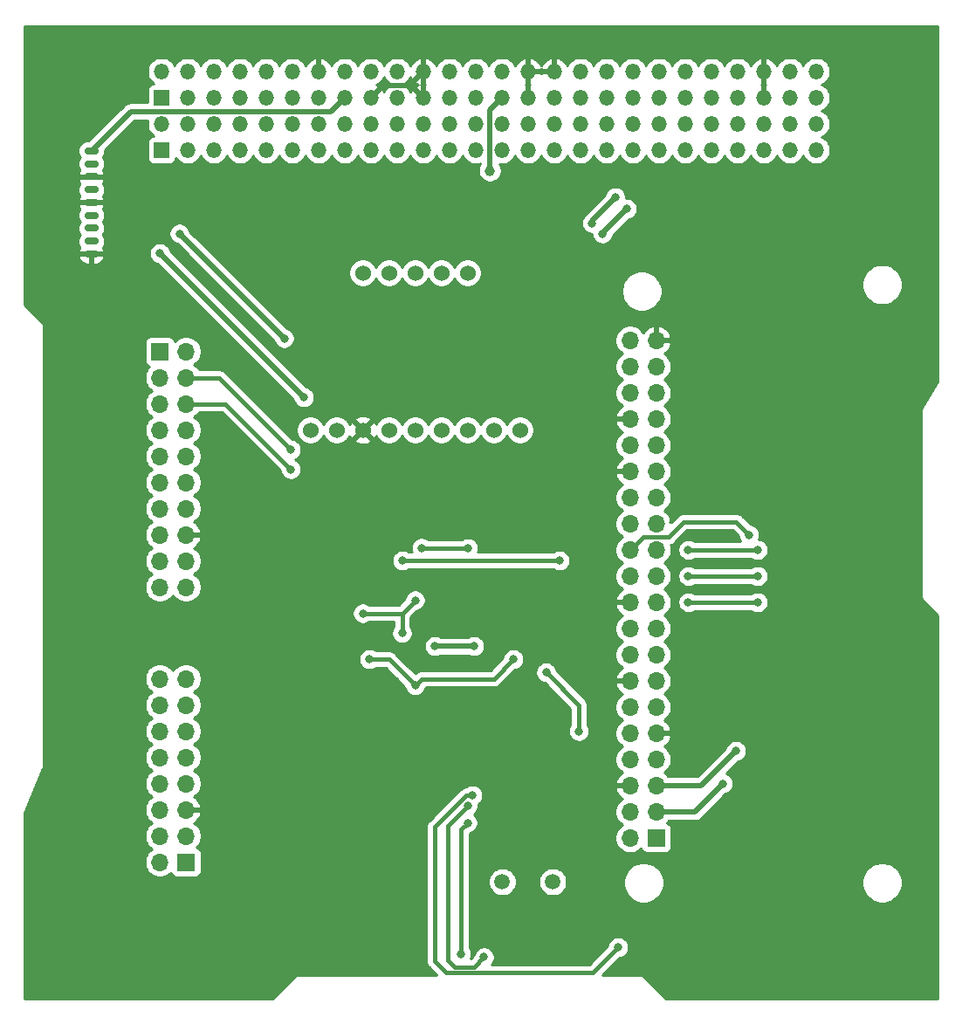
<source format=gbr>
%TF.GenerationSoftware,KiCad,Pcbnew,(5.1.9)-1*%
%TF.CreationDate,2021-10-10T18:51:07-04:00*%
%TF.ProjectId,REVERB Interface,52455645-5242-4204-996e-746572666163,rev?*%
%TF.SameCoordinates,Original*%
%TF.FileFunction,Copper,L2,Bot*%
%TF.FilePolarity,Positive*%
%FSLAX46Y46*%
G04 Gerber Fmt 4.6, Leading zero omitted, Abs format (unit mm)*
G04 Created by KiCad (PCBNEW (5.1.9)-1) date 2021-10-10 18:51:07*
%MOMM*%
%LPD*%
G01*
G04 APERTURE LIST*
%TA.AperFunction,ComponentPad*%
%ADD10C,1.500000*%
%TD*%
%TA.AperFunction,ComponentPad*%
%ADD11C,1.524000*%
%TD*%
%TA.AperFunction,ConnectorPad*%
%ADD12C,5.600000*%
%TD*%
%TA.AperFunction,ComponentPad*%
%ADD13C,3.600000*%
%TD*%
%TA.AperFunction,ComponentPad*%
%ADD14O,1.400000X0.700000*%
%TD*%
%TA.AperFunction,ComponentPad*%
%ADD15O,1.700000X1.700000*%
%TD*%
%TA.AperFunction,ComponentPad*%
%ADD16R,1.700000X1.700000*%
%TD*%
%TA.AperFunction,ComponentPad*%
%ADD17O,1.500000X1.500000*%
%TD*%
%TA.AperFunction,ComponentPad*%
%ADD18R,1.500000X1.500000*%
%TD*%
%TA.AperFunction,ViaPad*%
%ADD19C,1.000000*%
%TD*%
%TA.AperFunction,ViaPad*%
%ADD20C,0.800000*%
%TD*%
%TA.AperFunction,Conductor*%
%ADD21C,0.508000*%
%TD*%
%TA.AperFunction,Conductor*%
%ADD22C,0.381000*%
%TD*%
%TA.AperFunction,Conductor*%
%ADD23C,0.254000*%
%TD*%
%TA.AperFunction,Conductor*%
%ADD24C,0.100000*%
%TD*%
G04 APERTURE END LIST*
D10*
%TO.P,Y1,2*%
%TO.N,Net-(C9-Pad1)*%
X153870000Y-136525000D03*
%TO.P,Y1,1*%
%TO.N,Net-(C8-Pad1)*%
X158750000Y-136525000D03*
%TD*%
D11*
%TO.P,U1,14*%
%TO.N,N/C*%
X135255000Y-92710000D03*
%TO.P,U1,13*%
%TO.N,/SW9*%
X137795000Y-92710000D03*
%TO.P,U1,12*%
%TO.N,GND*%
X140335000Y-92710000D03*
%TO.P,U1,11*%
%TO.N,/EPSSCL*%
X142875000Y-92710000D03*
%TO.P,U1,10*%
%TO.N,/EPSSDA*%
X145415000Y-92710000D03*
%TO.P,U1,9*%
%TO.N,N/C*%
X147955000Y-92710000D03*
%TO.P,U1,8*%
X150495000Y-92710000D03*
%TO.P,U1,7*%
X153035000Y-92710000D03*
%TO.P,U1,6*%
X155575000Y-92710000D03*
%TO.P,U1,1*%
X140335000Y-77470000D03*
%TO.P,U1,5*%
X150495000Y-77470000D03*
%TO.P,U1,4*%
X147955000Y-77470000D03*
%TO.P,U1,3*%
X145415000Y-77470000D03*
%TO.P,U1,2*%
X142875000Y-77470000D03*
%TD*%
D12*
%TO.P,M4,1*%
%TO.N,GND*%
X191926000Y-143664000D03*
D13*
X191926000Y-143664000D03*
%TD*%
D12*
%TO.P,M3,1*%
%TO.N,GND*%
X111916000Y-143664000D03*
D13*
X111916000Y-143664000D03*
%TD*%
D12*
%TO.P,M2,1*%
%TO.N,GND*%
X189386000Y-57939000D03*
D13*
X189386000Y-57939000D03*
%TD*%
D12*
%TO.P,M1,1*%
%TO.N,GND*%
X115726000Y-57939000D03*
D13*
X115726000Y-57939000D03*
%TD*%
D14*
%TO.P,J4,9*%
%TO.N,GND*%
X114006000Y-75639000D03*
%TO.P,J4,8*%
%TO.N,/EPSSCL*%
X114006000Y-74389000D03*
%TO.P,J4,7*%
X114006000Y-73139000D03*
%TO.P,J4,6*%
%TO.N,/SW6*%
X114006000Y-71889000D03*
%TO.P,J4,5*%
%TO.N,GND*%
X114006000Y-70639000D03*
%TO.P,J4,4*%
%TO.N,/EPSSDA*%
X114006000Y-69389000D03*
%TO.P,J4,3*%
%TO.N,GND*%
X114006000Y-68139000D03*
%TO.P,J4,2*%
%TO.N,/EPSSDA*%
X114006000Y-66889000D03*
%TO.P,J4,1*%
%TO.N,/SW6*%
X114006000Y-65639000D03*
%TD*%
D15*
%TO.P,J3,20*%
%TO.N,N/C*%
X123190000Y-107950000D03*
%TO.P,J3,19*%
X120650000Y-107950000D03*
%TO.P,J3,18*%
%TO.N,/SW4*%
X123190000Y-105410000D03*
%TO.P,J3,17*%
%TO.N,N/C*%
X120650000Y-105410000D03*
%TO.P,J3,16*%
%TO.N,GND*%
X123190000Y-102870000D03*
%TO.P,J3,15*%
%TO.N,N/C*%
X120650000Y-102870000D03*
%TO.P,J3,14*%
X123190000Y-100330000D03*
%TO.P,J3,13*%
X120650000Y-100330000D03*
%TO.P,J3,12*%
X123190000Y-97790000D03*
%TO.P,J3,11*%
X120650000Y-97790000D03*
%TO.P,J3,10*%
X123190000Y-95250000D03*
%TO.P,J3,9*%
X120650000Y-95250000D03*
%TO.P,J3,8*%
X123190000Y-92710000D03*
%TO.P,J3,7*%
X120650000Y-92710000D03*
%TO.P,J3,6*%
%TO.N,/APRSTX*%
X123190000Y-90170000D03*
%TO.P,J3,5*%
%TO.N,N/C*%
X120650000Y-90170000D03*
%TO.P,J3,4*%
%TO.N,/APRSRX*%
X123190000Y-87630000D03*
%TO.P,J3,3*%
%TO.N,N/C*%
X120650000Y-87630000D03*
%TO.P,J3,2*%
X123190000Y-85090000D03*
D16*
%TO.P,J3,1*%
X120650000Y-85090000D03*
%TD*%
D15*
%TO.P,J2,16*%
%TO.N,N/C*%
X120650000Y-116840000D03*
%TO.P,J2,15*%
X123190000Y-116840000D03*
%TO.P,J2,14*%
X120650000Y-119380000D03*
%TO.P,J2,13*%
%TO.N,/R1IN*%
X123190000Y-119380000D03*
%TO.P,J2,12*%
%TO.N,N/C*%
X120650000Y-121920000D03*
%TO.P,J2,11*%
%TO.N,/T1OUT*%
X123190000Y-121920000D03*
%TO.P,J2,10*%
%TO.N,N/C*%
X120650000Y-124460000D03*
%TO.P,J2,9*%
X123190000Y-124460000D03*
%TO.P,J2,8*%
X120650000Y-127000000D03*
%TO.P,J2,7*%
X123190000Y-127000000D03*
%TO.P,J2,6*%
X120650000Y-129540000D03*
%TO.P,J2,5*%
%TO.N,GND*%
X123190000Y-129540000D03*
%TO.P,J2,4*%
%TO.N,N/C*%
X120650000Y-132080000D03*
%TO.P,J2,3*%
%TO.N,/SW3*%
X123190000Y-132080000D03*
%TO.P,J2,2*%
%TO.N,N/C*%
X120650000Y-134620000D03*
D16*
%TO.P,J2,1*%
X123190000Y-134620000D03*
%TD*%
D15*
%TO.P,J1,40*%
%TO.N,N/C*%
X166256000Y-84014000D03*
%TO.P,J1,39*%
%TO.N,GND*%
X168796000Y-84014000D03*
%TO.P,J1,38*%
%TO.N,N/C*%
X166256000Y-86554000D03*
%TO.P,J1,37*%
X168796000Y-86554000D03*
%TO.P,J1,36*%
X166256000Y-89094000D03*
%TO.P,J1,35*%
X168796000Y-89094000D03*
%TO.P,J1,34*%
%TO.N,GND*%
X166256000Y-91634000D03*
%TO.P,J1,33*%
%TO.N,N/C*%
X168796000Y-91634000D03*
%TO.P,J1,32*%
X166256000Y-94174000D03*
%TO.P,J1,31*%
X168796000Y-94174000D03*
%TO.P,J1,30*%
%TO.N,GND*%
X166256000Y-96714000D03*
%TO.P,J1,29*%
%TO.N,N/C*%
X168796000Y-96714000D03*
%TO.P,J1,28*%
X166256000Y-99254000D03*
%TO.P,J1,27*%
X168796000Y-99254000D03*
%TO.P,J1,26*%
X166256000Y-101794000D03*
%TO.P,J1,25*%
%TO.N,GND*%
X168796000Y-101794000D03*
%TO.P,J1,24*%
%TO.N,/SPICE0*%
X166256000Y-104334000D03*
%TO.P,J1,23*%
%TO.N,/SPISCK*%
X168796000Y-104334000D03*
%TO.P,J1,22*%
%TO.N,N/C*%
X166256000Y-106874000D03*
%TO.P,J1,21*%
%TO.N,/SPIMISO*%
X168796000Y-106874000D03*
%TO.P,J1,20*%
%TO.N,GND*%
X166256000Y-109414000D03*
%TO.P,J1,19*%
%TO.N,/SPIMOSI*%
X168796000Y-109414000D03*
%TO.P,J1,18*%
%TO.N,N/C*%
X166256000Y-111954000D03*
%TO.P,J1,17*%
X168796000Y-111954000D03*
%TO.P,J1,16*%
X166256000Y-114494000D03*
%TO.P,J1,15*%
X168796000Y-114494000D03*
%TO.P,J1,14*%
%TO.N,GND*%
X166256000Y-117034000D03*
%TO.P,J1,13*%
%TO.N,N/C*%
X168796000Y-117034000D03*
%TO.P,J1,12*%
X166256000Y-119574000D03*
%TO.P,J1,11*%
X168796000Y-119574000D03*
%TO.P,J1,10*%
%TO.N,/HWRX*%
X166256000Y-122114000D03*
%TO.P,J1,9*%
%TO.N,GND*%
X168796000Y-122114000D03*
%TO.P,J1,8*%
%TO.N,/HWTX*%
X166256000Y-124654000D03*
%TO.P,J1,7*%
%TO.N,N/C*%
X168796000Y-124654000D03*
%TO.P,J1,6*%
%TO.N,GND*%
X166256000Y-127194000D03*
%TO.P,J1,5*%
%TO.N,/EPSSCL*%
X168796000Y-127194000D03*
%TO.P,J1,4*%
%TO.N,+5V*%
X166256000Y-129734000D03*
%TO.P,J1,3*%
%TO.N,/EPSSDA*%
X168796000Y-129734000D03*
%TO.P,J1,2*%
%TO.N,+5V*%
X166256000Y-132274000D03*
D16*
%TO.P,J1,1*%
%TO.N,N/C*%
X168796000Y-132274000D03*
%TD*%
D17*
%TO.P,H2,52*%
%TO.N,N/C*%
X184306000Y-57939000D03*
%TO.P,H2,51*%
X184306000Y-60479000D03*
%TO.P,H2,50*%
X181766000Y-57939000D03*
%TO.P,H2,49*%
X181766000Y-60479000D03*
%TO.P,H2,48*%
%TO.N,GND*%
X179226000Y-57939000D03*
%TO.P,H2,47*%
X179226000Y-60479000D03*
%TO.P,H2,46*%
%TO.N,VBUS*%
X176686000Y-57939000D03*
%TO.P,H2,45*%
X176686000Y-60479000D03*
%TO.P,H2,44*%
%TO.N,/BCR_OUT*%
X174146000Y-57939000D03*
%TO.P,H2,43*%
X174146000Y-60479000D03*
%TO.P,H2,42*%
X171606000Y-57939000D03*
%TO.P,H2,41*%
X171606000Y-60479000D03*
%TO.P,H2,40*%
%TO.N,N/C*%
X169066000Y-57939000D03*
%TO.P,H2,39*%
X169066000Y-60479000D03*
%TO.P,H2,38*%
X166526000Y-57939000D03*
%TO.P,H2,37*%
X166526000Y-60479000D03*
%TO.P,H2,36*%
%TO.N,/PCM_IN*%
X163986000Y-57939000D03*
%TO.P,H2,35*%
X163986000Y-60479000D03*
%TO.P,H2,34*%
%TO.N,N/C*%
X161446000Y-57939000D03*
%TO.P,H2,33*%
X161446000Y-60479000D03*
%TO.P,H2,32*%
%TO.N,GND*%
X158906000Y-57939000D03*
%TO.P,H2,31*%
%TO.N,N/C*%
X158906000Y-60479000D03*
%TO.P,H2,30*%
%TO.N,GND*%
X156366000Y-57939000D03*
%TO.P,H2,29*%
X156366000Y-60479000D03*
%TO.P,H2,28*%
%TO.N,+3V3*%
X153826000Y-57939000D03*
%TO.P,H2,27*%
X153826000Y-60479000D03*
%TO.P,H2,26*%
%TO.N,+5V*%
X151286000Y-57939000D03*
%TO.P,H2,25*%
X151286000Y-60479000D03*
%TO.P,H2,24*%
%TO.N,+12V*%
X148746000Y-57939000D03*
%TO.P,H2,23*%
X148746000Y-60479000D03*
%TO.P,H2,22*%
%TO.N,GND*%
X146206000Y-57939000D03*
%TO.P,H2,21*%
X146206000Y-60479000D03*
%TO.P,H2,20*%
%TO.N,/SW10*%
X143666000Y-57939000D03*
%TO.P,H2,19*%
%TO.N,/SW9*%
X143666000Y-60479000D03*
%TO.P,H2,18*%
%TO.N,/SW8*%
X141126000Y-57939000D03*
%TO.P,H2,17*%
%TO.N,GND*%
X141126000Y-60479000D03*
%TO.P,H2,16*%
%TO.N,N/C*%
X138586000Y-57939000D03*
%TO.P,H2,15*%
%TO.N,/SW6*%
X138586000Y-60479000D03*
%TO.P,H2,14*%
%TO.N,GND*%
X136046000Y-57939000D03*
%TO.P,H2,13*%
%TO.N,N/C*%
X136046000Y-60479000D03*
%TO.P,H2,12*%
%TO.N,/SW4*%
X133506000Y-57939000D03*
%TO.P,H2,11*%
%TO.N,/SW3*%
X133506000Y-60479000D03*
%TO.P,H2,10*%
%TO.N,N/C*%
X130966000Y-57939000D03*
%TO.P,H2,9*%
%TO.N,GND*%
X130966000Y-60479000D03*
%TO.P,H2,8*%
%TO.N,N/C*%
X128426000Y-57939000D03*
%TO.P,H2,7*%
X128426000Y-60479000D03*
%TO.P,H2,6*%
X125886000Y-57939000D03*
%TO.P,H2,5*%
X125886000Y-60479000D03*
%TO.P,H2,4*%
X123346000Y-57939000D03*
%TO.P,H2,3*%
X123346000Y-60479000D03*
%TO.P,H2,2*%
X120806000Y-57939000D03*
D18*
%TO.P,H2,1*%
X120806000Y-60479000D03*
%TD*%
D17*
%TO.P,H1,52*%
%TO.N,N/C*%
X184306000Y-63019000D03*
%TO.P,H1,51*%
X184306000Y-65559000D03*
%TO.P,H1,50*%
X181766000Y-63019000D03*
%TO.P,H1,49*%
X181766000Y-65559000D03*
%TO.P,H1,48*%
X179226000Y-63019000D03*
%TO.P,H1,47*%
X179226000Y-65559000D03*
%TO.P,H1,46*%
X176686000Y-63019000D03*
%TO.P,H1,45*%
X176686000Y-65559000D03*
%TO.P,H1,44*%
X174146000Y-63019000D03*
%TO.P,H1,43*%
%TO.N,/EPSSCL*%
X174146000Y-65559000D03*
%TO.P,H1,42*%
%TO.N,N/C*%
X171606000Y-63019000D03*
%TO.P,H1,41*%
%TO.N,/EPSSDA*%
X171606000Y-65559000D03*
%TO.P,H1,40*%
%TO.N,N/C*%
X169066000Y-63019000D03*
%TO.P,H1,39*%
X169066000Y-65559000D03*
%TO.P,H1,38*%
X166526000Y-63019000D03*
%TO.P,H1,37*%
X166526000Y-65559000D03*
%TO.P,H1,36*%
X163986000Y-63019000D03*
%TO.P,H1,35*%
X163986000Y-65559000D03*
%TO.P,H1,34*%
X161446000Y-63019000D03*
%TO.P,H1,33*%
X161446000Y-65559000D03*
%TO.P,H1,32*%
X158906000Y-63019000D03*
%TO.P,H1,31*%
X158906000Y-65559000D03*
%TO.P,H1,30*%
X156366000Y-63019000D03*
%TO.P,H1,29*%
X156366000Y-65559000D03*
%TO.P,H1,28*%
X153826000Y-63019000D03*
%TO.P,H1,27*%
X153826000Y-65559000D03*
%TO.P,H1,26*%
X151286000Y-63019000D03*
%TO.P,H1,25*%
X151286000Y-65559000D03*
%TO.P,H1,24*%
X148746000Y-63019000D03*
%TO.P,H1,23*%
X148746000Y-65559000D03*
%TO.P,H1,22*%
X146206000Y-63019000D03*
%TO.P,H1,21*%
X146206000Y-65559000D03*
%TO.P,H1,20*%
X143666000Y-63019000D03*
%TO.P,H1,19*%
X143666000Y-65559000D03*
%TO.P,H1,18*%
X141126000Y-63019000D03*
%TO.P,H1,17*%
X141126000Y-65559000D03*
%TO.P,H1,16*%
X138586000Y-63019000D03*
%TO.P,H1,15*%
X138586000Y-65559000D03*
%TO.P,H1,14*%
X136046000Y-63019000D03*
%TO.P,H1,13*%
X136046000Y-65559000D03*
%TO.P,H1,12*%
X133506000Y-63019000D03*
%TO.P,H1,11*%
X133506000Y-65559000D03*
%TO.P,H1,10*%
X130966000Y-63019000D03*
%TO.P,H1,9*%
X130966000Y-65559000D03*
%TO.P,H1,8*%
X128426000Y-63019000D03*
%TO.P,H1,7*%
X128426000Y-65559000D03*
%TO.P,H1,6*%
X125886000Y-63019000D03*
%TO.P,H1,5*%
X125886000Y-65559000D03*
%TO.P,H1,4*%
X123346000Y-63019000D03*
%TO.P,H1,3*%
X123346000Y-65559000D03*
%TO.P,H1,2*%
X120806000Y-63019000D03*
D18*
%TO.P,H1,1*%
X120806000Y-65559000D03*
%TD*%
D19*
%TO.N,GND*%
X114935000Y-112395000D03*
X119380000Y-112395000D03*
X132715000Y-120015000D03*
X142240000Y-126365000D03*
X140335000Y-120015000D03*
X130810000Y-135890000D03*
X153670000Y-108585000D03*
X153670000Y-103505000D03*
X151130000Y-121285000D03*
X134620000Y-71755000D03*
X133985000Y-76835000D03*
D20*
X154305000Y-128905000D03*
X152400000Y-132715000D03*
X160499490Y-127000000D03*
D19*
X151765000Y-139700000D03*
X161290000Y-139700000D03*
X172085000Y-137160000D03*
X177165000Y-141605000D03*
D20*
%TO.N,/EPSSCL*%
X176530004Y-123825000D03*
X120650000Y-75565000D03*
X134620001Y-89534999D03*
X164814877Y-70135123D03*
X162559946Y-72644000D03*
%TO.N,/EPSSDA*%
X175260000Y-127000002D03*
X122555000Y-73660000D03*
X132714966Y-83820000D03*
X165922377Y-71242623D03*
X163576000Y-73660012D03*
D19*
%TO.N,+3V3*%
X152653995Y-67563996D03*
D20*
%TO.N,/R1OUT*%
X144145000Y-112395000D03*
X145415000Y-109220000D03*
X140335000Y-110490000D03*
%TO.N,/T1IN*%
X145415014Y-117475000D03*
X154940000Y-114935000D03*
X140970000Y-114935000D03*
%TO.N,/APRSTX*%
X159415000Y-105380000D03*
X144175000Y-105380000D03*
X133349986Y-96520000D03*
%TO.N,/APRSRX*%
X150525000Y-104170008D03*
X146020000Y-104140000D03*
X133349992Y-94615000D03*
%TO.N,/SW10*%
X147320000Y-113665000D03*
X151130000Y-113665000D03*
X161290000Y-121920000D03*
X158115000Y-116205000D03*
%TO.N,/SPICE0*%
X150972918Y-128115510D03*
X165100000Y-142875000D03*
X177800000Y-102870000D03*
%TO.N,/SPISCK*%
X171891000Y-104334000D03*
X178629000Y-104334000D03*
%TO.N,/SPIMISO*%
X171891000Y-106874000D03*
X178629000Y-106874000D03*
X150495000Y-130810000D03*
X149860000Y-143510000D03*
%TO.N,/SPIMOSI*%
X150494985Y-129174989D03*
X171891000Y-109414000D03*
X178629000Y-109414000D03*
X152084230Y-143825770D03*
%TD*%
D21*
%TO.N,GND*%
X142330001Y-59274999D02*
X141126000Y-60479000D01*
X144870001Y-59274999D02*
X142330001Y-59274999D01*
X146206000Y-57939000D02*
X144870001Y-59274999D01*
X145001999Y-59274999D02*
X144870001Y-59274999D01*
X146206000Y-60479000D02*
X145001999Y-59274999D01*
%TO.N,/EPSSCL*%
X168796000Y-127194000D02*
X173161004Y-127194000D01*
X173161004Y-127194000D02*
X176530004Y-123825000D01*
X120650000Y-75565000D02*
X121050001Y-75964999D01*
X121050001Y-75964999D02*
X134620001Y-89534999D01*
X164814877Y-70135123D02*
X162559946Y-72390054D01*
X162559946Y-72390054D02*
X162559946Y-72644000D01*
%TO.N,/EPSSDA*%
X168796000Y-129734000D02*
X172526002Y-129734000D01*
X172526002Y-129734000D02*
X175260000Y-127000002D01*
X132714966Y-83819966D02*
X132714966Y-83820000D01*
X122555000Y-73660000D02*
X132714966Y-83819966D01*
X165922377Y-71242623D02*
X163576000Y-73589000D01*
X163576000Y-73589000D02*
X163576000Y-73660012D01*
%TO.N,+3V3*%
X153826000Y-60479000D02*
X152621999Y-61683001D01*
X152621999Y-61683001D02*
X152621999Y-67532000D01*
X152621999Y-67532000D02*
X152653995Y-67563996D01*
%TO.N,/SW6*%
X117830001Y-61814999D02*
X114006000Y-65639000D01*
X137250001Y-61814999D02*
X117830001Y-61814999D01*
X138586000Y-60479000D02*
X137250001Y-61814999D01*
D22*
%TO.N,/R1OUT*%
X144145000Y-112395000D02*
X144145000Y-110490000D01*
X144145000Y-110490000D02*
X145415000Y-109220000D01*
X145415000Y-109220000D02*
X145415000Y-109220000D01*
X144145000Y-110490000D02*
X140335000Y-110490000D01*
X140335000Y-110490000D02*
X140335000Y-110490000D01*
%TO.N,/T1IN*%
X146050014Y-116840000D02*
X145415014Y-117475000D01*
X153035000Y-116840000D02*
X146050014Y-116840000D01*
X154940000Y-114935000D02*
X154940000Y-114935000D01*
X154940000Y-114935000D02*
X153035000Y-116840000D01*
X145415014Y-117475000D02*
X144145014Y-116205000D01*
X144145014Y-116205000D02*
X144145000Y-116205000D01*
X144145000Y-116205000D02*
X142875000Y-114935000D01*
X142875000Y-114935000D02*
X140970000Y-114935000D01*
X140970000Y-114935000D02*
X140970000Y-114935000D01*
%TO.N,/APRSTX*%
X159415000Y-105380000D02*
X144175000Y-105380000D01*
X144175000Y-105380000D02*
X144175000Y-105380000D01*
X123190000Y-90170000D02*
X126999986Y-90170000D01*
X126999986Y-90170000D02*
X133349986Y-96520000D01*
%TO.N,/APRSRX*%
X150525000Y-104170008D02*
X146050008Y-104170008D01*
X146050008Y-104170008D02*
X146020000Y-104140000D01*
X126364992Y-87630000D02*
X133349992Y-94615000D01*
X123190000Y-87630000D02*
X126364992Y-87630000D01*
D21*
%TO.N,/SW10*%
X147320000Y-113665000D02*
X149860000Y-113665000D01*
X149860000Y-113665000D02*
X151130000Y-113665000D01*
X151130000Y-113665000D02*
X151130000Y-113665000D01*
D22*
X161290000Y-119380000D02*
X158115000Y-116205000D01*
X161290000Y-121920000D02*
X161290000Y-119380000D01*
%TO.N,/SPICE0*%
X165100000Y-142875000D02*
X165100000Y-142875000D01*
X176530000Y-101600000D02*
X177800000Y-102870000D01*
X171455471Y-101600000D02*
X176530000Y-101600000D01*
X170020970Y-103034501D02*
X171455471Y-101600000D01*
X167555499Y-103034501D02*
X170020970Y-103034501D01*
X166256000Y-104334000D02*
X167555499Y-103034501D01*
X162613990Y-145361010D02*
X165100000Y-142875000D01*
X148442674Y-145361010D02*
X162613990Y-145361010D01*
X147320000Y-144238336D02*
X148442674Y-145361010D01*
X147320000Y-131180032D02*
X147320000Y-144238336D01*
X150384522Y-128115510D02*
X147320000Y-131180032D01*
X150972918Y-128115510D02*
X150384522Y-128115510D01*
%TO.N,/SPISCK*%
X171891000Y-104334000D02*
X178629000Y-104334000D01*
D21*
X178629000Y-104334000D02*
X178629000Y-104334000D01*
D22*
%TO.N,/SPIMISO*%
X171891000Y-106874000D02*
X178629000Y-106874000D01*
D21*
X178629000Y-106874000D02*
X178629000Y-106874000D01*
D22*
X149860000Y-131445000D02*
X149860000Y-143510000D01*
X150495000Y-130810000D02*
X149860000Y-131445000D01*
%TO.N,/SPIMOSI*%
X171891000Y-109414000D02*
X178629000Y-109414000D01*
D21*
X178629000Y-109414000D02*
X178629000Y-109414000D01*
D22*
X151130000Y-144780000D02*
X152084230Y-143825770D01*
X149225000Y-144780000D02*
X151130000Y-144780000D01*
X148590000Y-144145000D02*
X149225000Y-144780000D01*
X148590000Y-131079974D02*
X148590000Y-144145000D01*
X150494985Y-129174989D02*
X148590000Y-131079974D01*
%TD*%
D23*
%TO.N,GND*%
X196088000Y-88031191D02*
X194560023Y-90577821D01*
X194549576Y-90590550D01*
X194526649Y-90633443D01*
X194518376Y-90647232D01*
X194511363Y-90662042D01*
X194488291Y-90705207D01*
X194483599Y-90720674D01*
X194476677Y-90735292D01*
X194464760Y-90782777D01*
X194450551Y-90829617D01*
X194448966Y-90845711D01*
X194445031Y-90861390D01*
X194442607Y-90910278D01*
X194441001Y-90926581D01*
X194441001Y-90942658D01*
X194438592Y-90991237D01*
X194441001Y-91007529D01*
X194441000Y-108706591D01*
X194437808Y-108739000D01*
X194441000Y-108771409D01*
X194441000Y-108771418D01*
X194450550Y-108868382D01*
X194476267Y-108953158D01*
X194488290Y-108992792D01*
X194549575Y-109107450D01*
X194597689Y-109166076D01*
X194632052Y-109207948D01*
X194657236Y-109228616D01*
X196088000Y-110659381D01*
X196088000Y-147828000D01*
X169718381Y-147828000D01*
X167970862Y-146080481D01*
X189689124Y-146080481D01*
X190001308Y-146529177D01*
X190597259Y-146849612D01*
X191244273Y-147047626D01*
X191917484Y-147115610D01*
X192591023Y-147050949D01*
X193239006Y-146856130D01*
X193836530Y-146538639D01*
X193850692Y-146529177D01*
X194162876Y-146080481D01*
X191926000Y-143843605D01*
X189689124Y-146080481D01*
X167970862Y-146080481D01*
X167650616Y-145760236D01*
X167629948Y-145735052D01*
X167529450Y-145652575D01*
X167414793Y-145591290D01*
X167290383Y-145553550D01*
X167193419Y-145544000D01*
X167193409Y-145544000D01*
X167161000Y-145540808D01*
X167128591Y-145544000D01*
X163598432Y-145544000D01*
X165240004Y-143902428D01*
X165401898Y-143870226D01*
X165590256Y-143792205D01*
X165759774Y-143678937D01*
X165783227Y-143655484D01*
X188474390Y-143655484D01*
X188539051Y-144329023D01*
X188733870Y-144977006D01*
X189051361Y-145574530D01*
X189060823Y-145588692D01*
X189509519Y-145900876D01*
X191746395Y-143664000D01*
X192105605Y-143664000D01*
X194342481Y-145900876D01*
X194791177Y-145588692D01*
X195111612Y-144992741D01*
X195309626Y-144345727D01*
X195377610Y-143672516D01*
X195312949Y-142998977D01*
X195118130Y-142350994D01*
X194800639Y-141753470D01*
X194791177Y-141739308D01*
X194342481Y-141427124D01*
X192105605Y-143664000D01*
X191746395Y-143664000D01*
X189509519Y-141427124D01*
X189060823Y-141739308D01*
X188740388Y-142335259D01*
X188542374Y-142982273D01*
X188474390Y-143655484D01*
X165783227Y-143655484D01*
X165903937Y-143534774D01*
X166017205Y-143365256D01*
X166095226Y-143176898D01*
X166135000Y-142976939D01*
X166135000Y-142773061D01*
X166095226Y-142573102D01*
X166017205Y-142384744D01*
X165903937Y-142215226D01*
X165759774Y-142071063D01*
X165590256Y-141957795D01*
X165401898Y-141879774D01*
X165201939Y-141840000D01*
X164998061Y-141840000D01*
X164798102Y-141879774D01*
X164609744Y-141957795D01*
X164440226Y-142071063D01*
X164296063Y-142215226D01*
X164182795Y-142384744D01*
X164104774Y-142573102D01*
X164072572Y-142734996D01*
X162272058Y-144535510D01*
X152838201Y-144535510D01*
X152888167Y-144485544D01*
X153001435Y-144316026D01*
X153079456Y-144127668D01*
X153119230Y-143927709D01*
X153119230Y-143723831D01*
X153079456Y-143523872D01*
X153001435Y-143335514D01*
X152888167Y-143165996D01*
X152744004Y-143021833D01*
X152574486Y-142908565D01*
X152386128Y-142830544D01*
X152186169Y-142790770D01*
X151982291Y-142790770D01*
X151782332Y-142830544D01*
X151593974Y-142908565D01*
X151424456Y-143021833D01*
X151280293Y-143165996D01*
X151167025Y-143335514D01*
X151089004Y-143523872D01*
X151056802Y-143685766D01*
X150801879Y-143940689D01*
X150855226Y-143811898D01*
X150895000Y-143611939D01*
X150895000Y-143408061D01*
X150855226Y-143208102D01*
X150777205Y-143019744D01*
X150685500Y-142882497D01*
X150685500Y-141247519D01*
X189689124Y-141247519D01*
X191926000Y-143484395D01*
X194162876Y-141247519D01*
X193850692Y-140798823D01*
X193254741Y-140478388D01*
X192607727Y-140280374D01*
X191934516Y-140212390D01*
X191260977Y-140277051D01*
X190612994Y-140471870D01*
X190015470Y-140789361D01*
X190001308Y-140798823D01*
X189689124Y-141247519D01*
X150685500Y-141247519D01*
X150685500Y-136388589D01*
X152485000Y-136388589D01*
X152485000Y-136661411D01*
X152538225Y-136928989D01*
X152642629Y-137181043D01*
X152794201Y-137407886D01*
X152987114Y-137600799D01*
X153213957Y-137752371D01*
X153466011Y-137856775D01*
X153733589Y-137910000D01*
X154006411Y-137910000D01*
X154273989Y-137856775D01*
X154526043Y-137752371D01*
X154752886Y-137600799D01*
X154945799Y-137407886D01*
X155097371Y-137181043D01*
X155201775Y-136928989D01*
X155255000Y-136661411D01*
X155255000Y-136388589D01*
X157365000Y-136388589D01*
X157365000Y-136661411D01*
X157418225Y-136928989D01*
X157522629Y-137181043D01*
X157674201Y-137407886D01*
X157867114Y-137600799D01*
X158093957Y-137752371D01*
X158346011Y-137856775D01*
X158613589Y-137910000D01*
X158886411Y-137910000D01*
X159153989Y-137856775D01*
X159406043Y-137752371D01*
X159632886Y-137600799D01*
X159825799Y-137407886D01*
X159977371Y-137181043D01*
X160081775Y-136928989D01*
X160135000Y-136661411D01*
X160135000Y-136413495D01*
X165589000Y-136413495D01*
X165589000Y-136804505D01*
X165665282Y-137188003D01*
X165814915Y-137549250D01*
X166032149Y-137874364D01*
X166308636Y-138150851D01*
X166633750Y-138368085D01*
X166994997Y-138517718D01*
X167378495Y-138594000D01*
X167769505Y-138594000D01*
X168153003Y-138517718D01*
X168514250Y-138368085D01*
X168839364Y-138150851D01*
X169115851Y-137874364D01*
X169333085Y-137549250D01*
X169482718Y-137188003D01*
X169559000Y-136804505D01*
X169559000Y-136413495D01*
X188716000Y-136413495D01*
X188716000Y-136804505D01*
X188792282Y-137188003D01*
X188941915Y-137549250D01*
X189159149Y-137874364D01*
X189435636Y-138150851D01*
X189760750Y-138368085D01*
X190121997Y-138517718D01*
X190505495Y-138594000D01*
X190896505Y-138594000D01*
X191280003Y-138517718D01*
X191641250Y-138368085D01*
X191966364Y-138150851D01*
X192242851Y-137874364D01*
X192460085Y-137549250D01*
X192609718Y-137188003D01*
X192686000Y-136804505D01*
X192686000Y-136413495D01*
X192609718Y-136029997D01*
X192460085Y-135668750D01*
X192242851Y-135343636D01*
X191966364Y-135067149D01*
X191641250Y-134849915D01*
X191280003Y-134700282D01*
X190896505Y-134624000D01*
X190505495Y-134624000D01*
X190121997Y-134700282D01*
X189760750Y-134849915D01*
X189435636Y-135067149D01*
X189159149Y-135343636D01*
X188941915Y-135668750D01*
X188792282Y-136029997D01*
X188716000Y-136413495D01*
X169559000Y-136413495D01*
X169482718Y-136029997D01*
X169333085Y-135668750D01*
X169115851Y-135343636D01*
X168839364Y-135067149D01*
X168514250Y-134849915D01*
X168153003Y-134700282D01*
X167769505Y-134624000D01*
X167378495Y-134624000D01*
X166994997Y-134700282D01*
X166633750Y-134849915D01*
X166308636Y-135067149D01*
X166032149Y-135343636D01*
X165814915Y-135668750D01*
X165665282Y-136029997D01*
X165589000Y-136413495D01*
X160135000Y-136413495D01*
X160135000Y-136388589D01*
X160081775Y-136121011D01*
X159977371Y-135868957D01*
X159825799Y-135642114D01*
X159632886Y-135449201D01*
X159406043Y-135297629D01*
X159153989Y-135193225D01*
X158886411Y-135140000D01*
X158613589Y-135140000D01*
X158346011Y-135193225D01*
X158093957Y-135297629D01*
X157867114Y-135449201D01*
X157674201Y-135642114D01*
X157522629Y-135868957D01*
X157418225Y-136121011D01*
X157365000Y-136388589D01*
X155255000Y-136388589D01*
X155201775Y-136121011D01*
X155097371Y-135868957D01*
X154945799Y-135642114D01*
X154752886Y-135449201D01*
X154526043Y-135297629D01*
X154273989Y-135193225D01*
X154006411Y-135140000D01*
X153733589Y-135140000D01*
X153466011Y-135193225D01*
X153213957Y-135297629D01*
X152987114Y-135449201D01*
X152794201Y-135642114D01*
X152642629Y-135868957D01*
X152538225Y-136121011D01*
X152485000Y-136388589D01*
X150685500Y-136388589D01*
X150685500Y-131827384D01*
X150796898Y-131805226D01*
X150985256Y-131727205D01*
X151154774Y-131613937D01*
X151298937Y-131469774D01*
X151412205Y-131300256D01*
X151490226Y-131111898D01*
X151530000Y-130911939D01*
X151530000Y-130708061D01*
X151490226Y-130508102D01*
X151412205Y-130319744D01*
X151298937Y-130150226D01*
X151154774Y-130006063D01*
X151134460Y-129992489D01*
X151154759Y-129978926D01*
X151298922Y-129834763D01*
X151412190Y-129665245D01*
X151490211Y-129476887D01*
X151529985Y-129276928D01*
X151529985Y-129073050D01*
X151515065Y-128998043D01*
X151632692Y-128919447D01*
X151776855Y-128775284D01*
X151890123Y-128605766D01*
X151968144Y-128417408D01*
X152007918Y-128217449D01*
X152007918Y-128013571D01*
X151968144Y-127813612D01*
X151890123Y-127625254D01*
X151776855Y-127455736D01*
X151632692Y-127311573D01*
X151463174Y-127198305D01*
X151274816Y-127120284D01*
X151074857Y-127080510D01*
X150870979Y-127080510D01*
X150671020Y-127120284D01*
X150482662Y-127198305D01*
X150345665Y-127289843D01*
X150343971Y-127290010D01*
X150343969Y-127290010D01*
X150222696Y-127301954D01*
X150096418Y-127340260D01*
X150067088Y-127349157D01*
X149923679Y-127425811D01*
X149829480Y-127503118D01*
X149829477Y-127503121D01*
X149797981Y-127528969D01*
X149772133Y-127560465D01*
X146764966Y-130567634D01*
X146733459Y-130593491D01*
X146685387Y-130652068D01*
X146630301Y-130719190D01*
X146606344Y-130764010D01*
X146553647Y-130862599D01*
X146506444Y-131018207D01*
X146495102Y-131133368D01*
X146490506Y-131180032D01*
X146494500Y-131220582D01*
X146494501Y-144197775D01*
X146490506Y-144238336D01*
X146506445Y-144400162D01*
X146553647Y-144555769D01*
X146630301Y-144699178D01*
X146656861Y-144731541D01*
X146733460Y-144824877D01*
X146764961Y-144850729D01*
X147458231Y-145544000D01*
X134173408Y-145544000D01*
X134140999Y-145540808D01*
X134108590Y-145544000D01*
X134108581Y-145544000D01*
X134011617Y-145553550D01*
X133887207Y-145591290D01*
X133772550Y-145652575D01*
X133672052Y-145735052D01*
X133651388Y-145760231D01*
X131583620Y-147828000D01*
X107496000Y-147828000D01*
X107496000Y-146080481D01*
X109679124Y-146080481D01*
X109991308Y-146529177D01*
X110587259Y-146849612D01*
X111234273Y-147047626D01*
X111907484Y-147115610D01*
X112581023Y-147050949D01*
X113229006Y-146856130D01*
X113826530Y-146538639D01*
X113840692Y-146529177D01*
X114152876Y-146080481D01*
X111916000Y-143843605D01*
X109679124Y-146080481D01*
X107496000Y-146080481D01*
X107496000Y-143655484D01*
X108464390Y-143655484D01*
X108529051Y-144329023D01*
X108723870Y-144977006D01*
X109041361Y-145574530D01*
X109050823Y-145588692D01*
X109499519Y-145900876D01*
X111736395Y-143664000D01*
X112095605Y-143664000D01*
X114332481Y-145900876D01*
X114781177Y-145588692D01*
X115101612Y-144992741D01*
X115299626Y-144345727D01*
X115367610Y-143672516D01*
X115302949Y-142998977D01*
X115108130Y-142350994D01*
X114790639Y-141753470D01*
X114781177Y-141739308D01*
X114332481Y-141427124D01*
X112095605Y-143664000D01*
X111736395Y-143664000D01*
X109499519Y-141427124D01*
X109050823Y-141739308D01*
X108730388Y-142335259D01*
X108532374Y-142982273D01*
X108464390Y-143655484D01*
X107496000Y-143655484D01*
X107496000Y-141247519D01*
X109679124Y-141247519D01*
X111916000Y-143484395D01*
X114152876Y-141247519D01*
X113840692Y-140798823D01*
X113244741Y-140478388D01*
X112597727Y-140280374D01*
X111924516Y-140212390D01*
X111250977Y-140277051D01*
X110602994Y-140471870D01*
X110005470Y-140789361D01*
X109991308Y-140798823D01*
X109679124Y-141247519D01*
X107496000Y-141247519D01*
X107496000Y-129829469D01*
X109336454Y-125535077D01*
X109353710Y-125502793D01*
X109371414Y-125444432D01*
X109389824Y-125386303D01*
X109390271Y-125382270D01*
X109391450Y-125378383D01*
X109397431Y-125317657D01*
X109404143Y-125257086D01*
X109401000Y-125220620D01*
X109401000Y-116693740D01*
X119165000Y-116693740D01*
X119165000Y-116986260D01*
X119222068Y-117273158D01*
X119334010Y-117543411D01*
X119496525Y-117786632D01*
X119703368Y-117993475D01*
X119877760Y-118110000D01*
X119703368Y-118226525D01*
X119496525Y-118433368D01*
X119334010Y-118676589D01*
X119222068Y-118946842D01*
X119165000Y-119233740D01*
X119165000Y-119526260D01*
X119222068Y-119813158D01*
X119334010Y-120083411D01*
X119496525Y-120326632D01*
X119703368Y-120533475D01*
X119877760Y-120650000D01*
X119703368Y-120766525D01*
X119496525Y-120973368D01*
X119334010Y-121216589D01*
X119222068Y-121486842D01*
X119165000Y-121773740D01*
X119165000Y-122066260D01*
X119222068Y-122353158D01*
X119334010Y-122623411D01*
X119496525Y-122866632D01*
X119703368Y-123073475D01*
X119877760Y-123190000D01*
X119703368Y-123306525D01*
X119496525Y-123513368D01*
X119334010Y-123756589D01*
X119222068Y-124026842D01*
X119165000Y-124313740D01*
X119165000Y-124606260D01*
X119222068Y-124893158D01*
X119334010Y-125163411D01*
X119496525Y-125406632D01*
X119703368Y-125613475D01*
X119877760Y-125730000D01*
X119703368Y-125846525D01*
X119496525Y-126053368D01*
X119334010Y-126296589D01*
X119222068Y-126566842D01*
X119165000Y-126853740D01*
X119165000Y-127146260D01*
X119222068Y-127433158D01*
X119334010Y-127703411D01*
X119496525Y-127946632D01*
X119703368Y-128153475D01*
X119877760Y-128270000D01*
X119703368Y-128386525D01*
X119496525Y-128593368D01*
X119334010Y-128836589D01*
X119222068Y-129106842D01*
X119165000Y-129393740D01*
X119165000Y-129686260D01*
X119222068Y-129973158D01*
X119334010Y-130243411D01*
X119496525Y-130486632D01*
X119703368Y-130693475D01*
X119877760Y-130810000D01*
X119703368Y-130926525D01*
X119496525Y-131133368D01*
X119334010Y-131376589D01*
X119222068Y-131646842D01*
X119165000Y-131933740D01*
X119165000Y-132226260D01*
X119222068Y-132513158D01*
X119334010Y-132783411D01*
X119496525Y-133026632D01*
X119703368Y-133233475D01*
X119877760Y-133350000D01*
X119703368Y-133466525D01*
X119496525Y-133673368D01*
X119334010Y-133916589D01*
X119222068Y-134186842D01*
X119165000Y-134473740D01*
X119165000Y-134766260D01*
X119222068Y-135053158D01*
X119334010Y-135323411D01*
X119496525Y-135566632D01*
X119703368Y-135773475D01*
X119946589Y-135935990D01*
X120216842Y-136047932D01*
X120503740Y-136105000D01*
X120796260Y-136105000D01*
X121083158Y-136047932D01*
X121353411Y-135935990D01*
X121596632Y-135773475D01*
X121728487Y-135641620D01*
X121750498Y-135714180D01*
X121809463Y-135824494D01*
X121888815Y-135921185D01*
X121985506Y-136000537D01*
X122095820Y-136059502D01*
X122215518Y-136095812D01*
X122340000Y-136108072D01*
X124040000Y-136108072D01*
X124164482Y-136095812D01*
X124284180Y-136059502D01*
X124394494Y-136000537D01*
X124491185Y-135921185D01*
X124570537Y-135824494D01*
X124629502Y-135714180D01*
X124665812Y-135594482D01*
X124678072Y-135470000D01*
X124678072Y-133770000D01*
X124665812Y-133645518D01*
X124629502Y-133525820D01*
X124570537Y-133415506D01*
X124491185Y-133318815D01*
X124394494Y-133239463D01*
X124284180Y-133180498D01*
X124211620Y-133158487D01*
X124343475Y-133026632D01*
X124505990Y-132783411D01*
X124617932Y-132513158D01*
X124675000Y-132226260D01*
X124675000Y-131933740D01*
X124617932Y-131646842D01*
X124505990Y-131376589D01*
X124343475Y-131133368D01*
X124136632Y-130926525D01*
X123954466Y-130804805D01*
X124071355Y-130735178D01*
X124287588Y-130540269D01*
X124461641Y-130306920D01*
X124586825Y-130044099D01*
X124631476Y-129896890D01*
X124510155Y-129667000D01*
X123317000Y-129667000D01*
X123317000Y-129687000D01*
X123063000Y-129687000D01*
X123063000Y-129667000D01*
X123043000Y-129667000D01*
X123043000Y-129413000D01*
X123063000Y-129413000D01*
X123063000Y-129393000D01*
X123317000Y-129393000D01*
X123317000Y-129413000D01*
X124510155Y-129413000D01*
X124631476Y-129183110D01*
X124586825Y-129035901D01*
X124461641Y-128773080D01*
X124287588Y-128539731D01*
X124071355Y-128344822D01*
X123954466Y-128275195D01*
X124136632Y-128153475D01*
X124343475Y-127946632D01*
X124505990Y-127703411D01*
X124617932Y-127433158D01*
X124675000Y-127146260D01*
X124675000Y-126853740D01*
X124617932Y-126566842D01*
X124505990Y-126296589D01*
X124343475Y-126053368D01*
X124136632Y-125846525D01*
X123962240Y-125730000D01*
X124136632Y-125613475D01*
X124343475Y-125406632D01*
X124505990Y-125163411D01*
X124617932Y-124893158D01*
X124675000Y-124606260D01*
X124675000Y-124313740D01*
X124617932Y-124026842D01*
X124505990Y-123756589D01*
X124343475Y-123513368D01*
X124136632Y-123306525D01*
X123962240Y-123190000D01*
X124136632Y-123073475D01*
X124343475Y-122866632D01*
X124505990Y-122623411D01*
X124617932Y-122353158D01*
X124675000Y-122066260D01*
X124675000Y-121773740D01*
X124617932Y-121486842D01*
X124505990Y-121216589D01*
X124343475Y-120973368D01*
X124136632Y-120766525D01*
X123962240Y-120650000D01*
X124136632Y-120533475D01*
X124343475Y-120326632D01*
X124505990Y-120083411D01*
X124617932Y-119813158D01*
X124675000Y-119526260D01*
X124675000Y-119233740D01*
X124617932Y-118946842D01*
X124505990Y-118676589D01*
X124343475Y-118433368D01*
X124136632Y-118226525D01*
X123962240Y-118110000D01*
X124136632Y-117993475D01*
X124343475Y-117786632D01*
X124505990Y-117543411D01*
X124617932Y-117273158D01*
X124675000Y-116986260D01*
X124675000Y-116693740D01*
X124617932Y-116406842D01*
X124505990Y-116136589D01*
X124343475Y-115893368D01*
X124136632Y-115686525D01*
X123893411Y-115524010D01*
X123623158Y-115412068D01*
X123336260Y-115355000D01*
X123043740Y-115355000D01*
X122756842Y-115412068D01*
X122486589Y-115524010D01*
X122243368Y-115686525D01*
X122036525Y-115893368D01*
X121920000Y-116067760D01*
X121803475Y-115893368D01*
X121596632Y-115686525D01*
X121353411Y-115524010D01*
X121083158Y-115412068D01*
X120796260Y-115355000D01*
X120503740Y-115355000D01*
X120216842Y-115412068D01*
X119946589Y-115524010D01*
X119703368Y-115686525D01*
X119496525Y-115893368D01*
X119334010Y-116136589D01*
X119222068Y-116406842D01*
X119165000Y-116693740D01*
X109401000Y-116693740D01*
X109401000Y-114833061D01*
X139935000Y-114833061D01*
X139935000Y-115036939D01*
X139974774Y-115236898D01*
X140052795Y-115425256D01*
X140166063Y-115594774D01*
X140310226Y-115738937D01*
X140479744Y-115852205D01*
X140668102Y-115930226D01*
X140868061Y-115970000D01*
X141071939Y-115970000D01*
X141271898Y-115930226D01*
X141460256Y-115852205D01*
X141597503Y-115760500D01*
X142533068Y-115760500D01*
X143532606Y-116760039D01*
X143558459Y-116791541D01*
X143590044Y-116817462D01*
X144387586Y-117615004D01*
X144419788Y-117776898D01*
X144497809Y-117965256D01*
X144611077Y-118134774D01*
X144755240Y-118278937D01*
X144924758Y-118392205D01*
X145113116Y-118470226D01*
X145313075Y-118510000D01*
X145516953Y-118510000D01*
X145716912Y-118470226D01*
X145905270Y-118392205D01*
X146074788Y-118278937D01*
X146218951Y-118134774D01*
X146332219Y-117965256D01*
X146410240Y-117776898D01*
X146432398Y-117665500D01*
X152994450Y-117665500D01*
X153035000Y-117669494D01*
X153075550Y-117665500D01*
X153075553Y-117665500D01*
X153196826Y-117653556D01*
X153352434Y-117606353D01*
X153495842Y-117529699D01*
X153621541Y-117426541D01*
X153647398Y-117395034D01*
X154939371Y-116103061D01*
X157080000Y-116103061D01*
X157080000Y-116306939D01*
X157119774Y-116506898D01*
X157197795Y-116695256D01*
X157311063Y-116864774D01*
X157455226Y-117008937D01*
X157624744Y-117122205D01*
X157813102Y-117200226D01*
X157974996Y-117232429D01*
X160464501Y-119721934D01*
X160464500Y-121292497D01*
X160372795Y-121429744D01*
X160294774Y-121618102D01*
X160255000Y-121818061D01*
X160255000Y-122021939D01*
X160294774Y-122221898D01*
X160372795Y-122410256D01*
X160486063Y-122579774D01*
X160630226Y-122723937D01*
X160799744Y-122837205D01*
X160988102Y-122915226D01*
X161188061Y-122955000D01*
X161391939Y-122955000D01*
X161591898Y-122915226D01*
X161780256Y-122837205D01*
X161949774Y-122723937D01*
X162093937Y-122579774D01*
X162207205Y-122410256D01*
X162285226Y-122221898D01*
X162325000Y-122021939D01*
X162325000Y-121818061D01*
X162285226Y-121618102D01*
X162207205Y-121429744D01*
X162115500Y-121292497D01*
X162115500Y-119420550D01*
X162119494Y-119379999D01*
X162115500Y-119339447D01*
X162103556Y-119218174D01*
X162056353Y-119062566D01*
X161994497Y-118946842D01*
X161979699Y-118919157D01*
X161902391Y-118824958D01*
X161876541Y-118793459D01*
X161845039Y-118767606D01*
X159142429Y-116064996D01*
X159110226Y-115903102D01*
X159032205Y-115714744D01*
X158918937Y-115545226D01*
X158774774Y-115401063D01*
X158605256Y-115287795D01*
X158416898Y-115209774D01*
X158216939Y-115170000D01*
X158013061Y-115170000D01*
X157813102Y-115209774D01*
X157624744Y-115287795D01*
X157455226Y-115401063D01*
X157311063Y-115545226D01*
X157197795Y-115714744D01*
X157119774Y-115903102D01*
X157080000Y-116103061D01*
X154939371Y-116103061D01*
X155080005Y-115962428D01*
X155241898Y-115930226D01*
X155430256Y-115852205D01*
X155599774Y-115738937D01*
X155743937Y-115594774D01*
X155857205Y-115425256D01*
X155935226Y-115236898D01*
X155975000Y-115036939D01*
X155975000Y-114833061D01*
X155935226Y-114633102D01*
X155857205Y-114444744D01*
X155743937Y-114275226D01*
X155599774Y-114131063D01*
X155430256Y-114017795D01*
X155241898Y-113939774D01*
X155041939Y-113900000D01*
X154838061Y-113900000D01*
X154638102Y-113939774D01*
X154449744Y-114017795D01*
X154280226Y-114131063D01*
X154136063Y-114275226D01*
X154022795Y-114444744D01*
X153944774Y-114633102D01*
X153912572Y-114794995D01*
X152693068Y-116014500D01*
X146090564Y-116014500D01*
X146050014Y-116010506D01*
X146009463Y-116014500D01*
X146009461Y-116014500D01*
X145888188Y-116026444D01*
X145732580Y-116073647D01*
X145589171Y-116150301D01*
X145494972Y-116227608D01*
X145494969Y-116227611D01*
X145463473Y-116253459D01*
X145437624Y-116284956D01*
X145415013Y-116307567D01*
X144757412Y-115649966D01*
X144731555Y-115618459D01*
X144699975Y-115592542D01*
X143487398Y-114379966D01*
X143461541Y-114348459D01*
X143335842Y-114245301D01*
X143192434Y-114168647D01*
X143036826Y-114121444D01*
X142915553Y-114109500D01*
X142915550Y-114109500D01*
X142875000Y-114105506D01*
X142834450Y-114109500D01*
X141597503Y-114109500D01*
X141460256Y-114017795D01*
X141271898Y-113939774D01*
X141071939Y-113900000D01*
X140868061Y-113900000D01*
X140668102Y-113939774D01*
X140479744Y-114017795D01*
X140310226Y-114131063D01*
X140166063Y-114275226D01*
X140052795Y-114444744D01*
X139974774Y-114633102D01*
X139935000Y-114833061D01*
X109401000Y-114833061D01*
X109401000Y-113563061D01*
X146285000Y-113563061D01*
X146285000Y-113766939D01*
X146324774Y-113966898D01*
X146402795Y-114155256D01*
X146516063Y-114324774D01*
X146660226Y-114468937D01*
X146829744Y-114582205D01*
X147018102Y-114660226D01*
X147218061Y-114700000D01*
X147421939Y-114700000D01*
X147621898Y-114660226D01*
X147810256Y-114582205D01*
X147852468Y-114554000D01*
X150597532Y-114554000D01*
X150639744Y-114582205D01*
X150828102Y-114660226D01*
X151028061Y-114700000D01*
X151231939Y-114700000D01*
X151431898Y-114660226D01*
X151620256Y-114582205D01*
X151789774Y-114468937D01*
X151933937Y-114324774D01*
X152047205Y-114155256D01*
X152125226Y-113966898D01*
X152165000Y-113766939D01*
X152165000Y-113563061D01*
X152125226Y-113363102D01*
X152047205Y-113174744D01*
X151933937Y-113005226D01*
X151789774Y-112861063D01*
X151620256Y-112747795D01*
X151431898Y-112669774D01*
X151231939Y-112630000D01*
X151028061Y-112630000D01*
X150828102Y-112669774D01*
X150639744Y-112747795D01*
X150597532Y-112776000D01*
X147852468Y-112776000D01*
X147810256Y-112747795D01*
X147621898Y-112669774D01*
X147421939Y-112630000D01*
X147218061Y-112630000D01*
X147018102Y-112669774D01*
X146829744Y-112747795D01*
X146660226Y-112861063D01*
X146516063Y-113005226D01*
X146402795Y-113174744D01*
X146324774Y-113363102D01*
X146285000Y-113563061D01*
X109401000Y-113563061D01*
X109401000Y-110388061D01*
X139300000Y-110388061D01*
X139300000Y-110591939D01*
X139339774Y-110791898D01*
X139417795Y-110980256D01*
X139531063Y-111149774D01*
X139675226Y-111293937D01*
X139844744Y-111407205D01*
X140033102Y-111485226D01*
X140233061Y-111525000D01*
X140436939Y-111525000D01*
X140636898Y-111485226D01*
X140825256Y-111407205D01*
X140962503Y-111315500D01*
X143319501Y-111315500D01*
X143319500Y-111767497D01*
X143227795Y-111904744D01*
X143149774Y-112093102D01*
X143110000Y-112293061D01*
X143110000Y-112496939D01*
X143149774Y-112696898D01*
X143227795Y-112885256D01*
X143341063Y-113054774D01*
X143485226Y-113198937D01*
X143654744Y-113312205D01*
X143843102Y-113390226D01*
X144043061Y-113430000D01*
X144246939Y-113430000D01*
X144446898Y-113390226D01*
X144635256Y-113312205D01*
X144804774Y-113198937D01*
X144948937Y-113054774D01*
X145062205Y-112885256D01*
X145140226Y-112696898D01*
X145180000Y-112496939D01*
X145180000Y-112293061D01*
X145140226Y-112093102D01*
X145062205Y-111904744D01*
X144970500Y-111767497D01*
X144970500Y-110831932D01*
X145555004Y-110247428D01*
X145716898Y-110215226D01*
X145905256Y-110137205D01*
X146074774Y-110023937D01*
X146218937Y-109879774D01*
X146332205Y-109710256D01*
X146410226Y-109521898D01*
X146450000Y-109321939D01*
X146450000Y-109118061D01*
X146410226Y-108918102D01*
X146332205Y-108729744D01*
X146218937Y-108560226D01*
X146074774Y-108416063D01*
X145905256Y-108302795D01*
X145716898Y-108224774D01*
X145516939Y-108185000D01*
X145313061Y-108185000D01*
X145113102Y-108224774D01*
X144924744Y-108302795D01*
X144755226Y-108416063D01*
X144611063Y-108560226D01*
X144497795Y-108729744D01*
X144419774Y-108918102D01*
X144387572Y-109079996D01*
X143803068Y-109664500D01*
X140962503Y-109664500D01*
X140825256Y-109572795D01*
X140636898Y-109494774D01*
X140436939Y-109455000D01*
X140233061Y-109455000D01*
X140033102Y-109494774D01*
X139844744Y-109572795D01*
X139675226Y-109686063D01*
X139531063Y-109830226D01*
X139417795Y-109999744D01*
X139339774Y-110188102D01*
X139300000Y-110388061D01*
X109401000Y-110388061D01*
X109401000Y-84240000D01*
X119161928Y-84240000D01*
X119161928Y-85940000D01*
X119174188Y-86064482D01*
X119210498Y-86184180D01*
X119269463Y-86294494D01*
X119348815Y-86391185D01*
X119445506Y-86470537D01*
X119555820Y-86529502D01*
X119628380Y-86551513D01*
X119496525Y-86683368D01*
X119334010Y-86926589D01*
X119222068Y-87196842D01*
X119165000Y-87483740D01*
X119165000Y-87776260D01*
X119222068Y-88063158D01*
X119334010Y-88333411D01*
X119496525Y-88576632D01*
X119703368Y-88783475D01*
X119877760Y-88900000D01*
X119703368Y-89016525D01*
X119496525Y-89223368D01*
X119334010Y-89466589D01*
X119222068Y-89736842D01*
X119165000Y-90023740D01*
X119165000Y-90316260D01*
X119222068Y-90603158D01*
X119334010Y-90873411D01*
X119496525Y-91116632D01*
X119703368Y-91323475D01*
X119877760Y-91440000D01*
X119703368Y-91556525D01*
X119496525Y-91763368D01*
X119334010Y-92006589D01*
X119222068Y-92276842D01*
X119165000Y-92563740D01*
X119165000Y-92856260D01*
X119222068Y-93143158D01*
X119334010Y-93413411D01*
X119496525Y-93656632D01*
X119703368Y-93863475D01*
X119877760Y-93980000D01*
X119703368Y-94096525D01*
X119496525Y-94303368D01*
X119334010Y-94546589D01*
X119222068Y-94816842D01*
X119165000Y-95103740D01*
X119165000Y-95396260D01*
X119222068Y-95683158D01*
X119334010Y-95953411D01*
X119496525Y-96196632D01*
X119703368Y-96403475D01*
X119877760Y-96520000D01*
X119703368Y-96636525D01*
X119496525Y-96843368D01*
X119334010Y-97086589D01*
X119222068Y-97356842D01*
X119165000Y-97643740D01*
X119165000Y-97936260D01*
X119222068Y-98223158D01*
X119334010Y-98493411D01*
X119496525Y-98736632D01*
X119703368Y-98943475D01*
X119877760Y-99060000D01*
X119703368Y-99176525D01*
X119496525Y-99383368D01*
X119334010Y-99626589D01*
X119222068Y-99896842D01*
X119165000Y-100183740D01*
X119165000Y-100476260D01*
X119222068Y-100763158D01*
X119334010Y-101033411D01*
X119496525Y-101276632D01*
X119703368Y-101483475D01*
X119877760Y-101600000D01*
X119703368Y-101716525D01*
X119496525Y-101923368D01*
X119334010Y-102166589D01*
X119222068Y-102436842D01*
X119165000Y-102723740D01*
X119165000Y-103016260D01*
X119222068Y-103303158D01*
X119334010Y-103573411D01*
X119496525Y-103816632D01*
X119703368Y-104023475D01*
X119877760Y-104140000D01*
X119703368Y-104256525D01*
X119496525Y-104463368D01*
X119334010Y-104706589D01*
X119222068Y-104976842D01*
X119165000Y-105263740D01*
X119165000Y-105556260D01*
X119222068Y-105843158D01*
X119334010Y-106113411D01*
X119496525Y-106356632D01*
X119703368Y-106563475D01*
X119877760Y-106680000D01*
X119703368Y-106796525D01*
X119496525Y-107003368D01*
X119334010Y-107246589D01*
X119222068Y-107516842D01*
X119165000Y-107803740D01*
X119165000Y-108096260D01*
X119222068Y-108383158D01*
X119334010Y-108653411D01*
X119496525Y-108896632D01*
X119703368Y-109103475D01*
X119946589Y-109265990D01*
X120216842Y-109377932D01*
X120503740Y-109435000D01*
X120796260Y-109435000D01*
X121083158Y-109377932D01*
X121353411Y-109265990D01*
X121596632Y-109103475D01*
X121803475Y-108896632D01*
X121920000Y-108722240D01*
X122036525Y-108896632D01*
X122243368Y-109103475D01*
X122486589Y-109265990D01*
X122756842Y-109377932D01*
X123043740Y-109435000D01*
X123336260Y-109435000D01*
X123623158Y-109377932D01*
X123893411Y-109265990D01*
X124136632Y-109103475D01*
X124343475Y-108896632D01*
X124505990Y-108653411D01*
X124617932Y-108383158D01*
X124675000Y-108096260D01*
X124675000Y-107803740D01*
X124617932Y-107516842D01*
X124505990Y-107246589D01*
X124343475Y-107003368D01*
X124136632Y-106796525D01*
X123962240Y-106680000D01*
X124136632Y-106563475D01*
X124343475Y-106356632D01*
X124505990Y-106113411D01*
X124617932Y-105843158D01*
X124675000Y-105556260D01*
X124675000Y-105278061D01*
X143140000Y-105278061D01*
X143140000Y-105481939D01*
X143179774Y-105681898D01*
X143257795Y-105870256D01*
X143371063Y-106039774D01*
X143515226Y-106183937D01*
X143684744Y-106297205D01*
X143873102Y-106375226D01*
X144073061Y-106415000D01*
X144276939Y-106415000D01*
X144476898Y-106375226D01*
X144665256Y-106297205D01*
X144802503Y-106205500D01*
X158787497Y-106205500D01*
X158924744Y-106297205D01*
X159113102Y-106375226D01*
X159313061Y-106415000D01*
X159516939Y-106415000D01*
X159716898Y-106375226D01*
X159905256Y-106297205D01*
X160074774Y-106183937D01*
X160218937Y-106039774D01*
X160332205Y-105870256D01*
X160410226Y-105681898D01*
X160450000Y-105481939D01*
X160450000Y-105278061D01*
X160410226Y-105078102D01*
X160332205Y-104889744D01*
X160218937Y-104720226D01*
X160074774Y-104576063D01*
X159905256Y-104462795D01*
X159716898Y-104384774D01*
X159516939Y-104345000D01*
X159313061Y-104345000D01*
X159113102Y-104384774D01*
X158924744Y-104462795D01*
X158787497Y-104554500D01*
X151486014Y-104554500D01*
X151520226Y-104471906D01*
X151560000Y-104271947D01*
X151560000Y-104068069D01*
X151520226Y-103868110D01*
X151442205Y-103679752D01*
X151328937Y-103510234D01*
X151184774Y-103366071D01*
X151015256Y-103252803D01*
X150826898Y-103174782D01*
X150626939Y-103135008D01*
X150423061Y-103135008D01*
X150223102Y-103174782D01*
X150034744Y-103252803D01*
X149897497Y-103344508D01*
X146688219Y-103344508D01*
X146679774Y-103336063D01*
X146510256Y-103222795D01*
X146321898Y-103144774D01*
X146121939Y-103105000D01*
X145918061Y-103105000D01*
X145718102Y-103144774D01*
X145529744Y-103222795D01*
X145360226Y-103336063D01*
X145216063Y-103480226D01*
X145102795Y-103649744D01*
X145024774Y-103838102D01*
X144985000Y-104038061D01*
X144985000Y-104241939D01*
X145024774Y-104441898D01*
X145071416Y-104554500D01*
X144802503Y-104554500D01*
X144665256Y-104462795D01*
X144476898Y-104384774D01*
X144276939Y-104345000D01*
X144073061Y-104345000D01*
X143873102Y-104384774D01*
X143684744Y-104462795D01*
X143515226Y-104576063D01*
X143371063Y-104720226D01*
X143257795Y-104889744D01*
X143179774Y-105078102D01*
X143140000Y-105278061D01*
X124675000Y-105278061D01*
X124675000Y-105263740D01*
X124617932Y-104976842D01*
X124505990Y-104706589D01*
X124343475Y-104463368D01*
X124136632Y-104256525D01*
X123954466Y-104134805D01*
X124071355Y-104065178D01*
X124287588Y-103870269D01*
X124461641Y-103636920D01*
X124586825Y-103374099D01*
X124631476Y-103226890D01*
X124510155Y-102997000D01*
X123317000Y-102997000D01*
X123317000Y-103017000D01*
X123063000Y-103017000D01*
X123063000Y-102997000D01*
X123043000Y-102997000D01*
X123043000Y-102743000D01*
X123063000Y-102743000D01*
X123063000Y-102723000D01*
X123317000Y-102723000D01*
X123317000Y-102743000D01*
X124510155Y-102743000D01*
X124631476Y-102513110D01*
X124586825Y-102365901D01*
X124461641Y-102103080D01*
X124287588Y-101869731D01*
X124071355Y-101674822D01*
X123954466Y-101605195D01*
X124136632Y-101483475D01*
X124343475Y-101276632D01*
X124505990Y-101033411D01*
X124617932Y-100763158D01*
X124675000Y-100476260D01*
X124675000Y-100183740D01*
X124617932Y-99896842D01*
X124505990Y-99626589D01*
X124343475Y-99383368D01*
X124136632Y-99176525D01*
X123962240Y-99060000D01*
X124136632Y-98943475D01*
X124343475Y-98736632D01*
X124505990Y-98493411D01*
X124617932Y-98223158D01*
X124675000Y-97936260D01*
X124675000Y-97643740D01*
X124617932Y-97356842D01*
X124505990Y-97086589D01*
X124343475Y-96843368D01*
X124136632Y-96636525D01*
X123962240Y-96520000D01*
X124136632Y-96403475D01*
X124343475Y-96196632D01*
X124505990Y-95953411D01*
X124617932Y-95683158D01*
X124675000Y-95396260D01*
X124675000Y-95103740D01*
X124617932Y-94816842D01*
X124505990Y-94546589D01*
X124343475Y-94303368D01*
X124136632Y-94096525D01*
X123962240Y-93980000D01*
X124136632Y-93863475D01*
X124343475Y-93656632D01*
X124505990Y-93413411D01*
X124617932Y-93143158D01*
X124675000Y-92856260D01*
X124675000Y-92563740D01*
X124617932Y-92276842D01*
X124505990Y-92006589D01*
X124343475Y-91763368D01*
X124136632Y-91556525D01*
X123962240Y-91440000D01*
X124136632Y-91323475D01*
X124343475Y-91116632D01*
X124424413Y-90995500D01*
X126658054Y-90995500D01*
X132322558Y-96660005D01*
X132354760Y-96821898D01*
X132432781Y-97010256D01*
X132546049Y-97179774D01*
X132690212Y-97323937D01*
X132859730Y-97437205D01*
X133048088Y-97515226D01*
X133248047Y-97555000D01*
X133451925Y-97555000D01*
X133651884Y-97515226D01*
X133840242Y-97437205D01*
X134009760Y-97323937D01*
X134153923Y-97179774D01*
X134267191Y-97010256D01*
X134345212Y-96821898D01*
X134384986Y-96621939D01*
X134384986Y-96418061D01*
X134345212Y-96218102D01*
X134267191Y-96029744D01*
X134153923Y-95860226D01*
X134009760Y-95716063D01*
X133840242Y-95602795D01*
X133755036Y-95567501D01*
X133840248Y-95532205D01*
X134009766Y-95418937D01*
X134153929Y-95274774D01*
X134267197Y-95105256D01*
X134345218Y-94916898D01*
X134384992Y-94716939D01*
X134384992Y-94513061D01*
X134345218Y-94313102D01*
X134267197Y-94124744D01*
X134153929Y-93955226D01*
X134009766Y-93811063D01*
X133840248Y-93697795D01*
X133651890Y-93619774D01*
X133489998Y-93587572D01*
X132474834Y-92572408D01*
X133858000Y-92572408D01*
X133858000Y-92847592D01*
X133911686Y-93117490D01*
X134016995Y-93371727D01*
X134169880Y-93600535D01*
X134364465Y-93795120D01*
X134593273Y-93948005D01*
X134847510Y-94053314D01*
X135117408Y-94107000D01*
X135392592Y-94107000D01*
X135662490Y-94053314D01*
X135916727Y-93948005D01*
X136145535Y-93795120D01*
X136340120Y-93600535D01*
X136493005Y-93371727D01*
X136525000Y-93294485D01*
X136556995Y-93371727D01*
X136709880Y-93600535D01*
X136904465Y-93795120D01*
X137133273Y-93948005D01*
X137387510Y-94053314D01*
X137657408Y-94107000D01*
X137932592Y-94107000D01*
X138202490Y-94053314D01*
X138456727Y-93948005D01*
X138685535Y-93795120D01*
X138805090Y-93675565D01*
X139549040Y-93675565D01*
X139616020Y-93915656D01*
X139865048Y-94032756D01*
X140132135Y-94099023D01*
X140407017Y-94111910D01*
X140679133Y-94070922D01*
X140938023Y-93977636D01*
X141053980Y-93915656D01*
X141120960Y-93675565D01*
X140335000Y-92889605D01*
X139549040Y-93675565D01*
X138805090Y-93675565D01*
X138880120Y-93600535D01*
X139033005Y-93371727D01*
X139062692Y-93300057D01*
X139067364Y-93313023D01*
X139129344Y-93428980D01*
X139369435Y-93495960D01*
X140155395Y-92710000D01*
X140514605Y-92710000D01*
X141300565Y-93495960D01*
X141540656Y-93428980D01*
X141604485Y-93293240D01*
X141636995Y-93371727D01*
X141789880Y-93600535D01*
X141984465Y-93795120D01*
X142213273Y-93948005D01*
X142467510Y-94053314D01*
X142737408Y-94107000D01*
X143012592Y-94107000D01*
X143282490Y-94053314D01*
X143536727Y-93948005D01*
X143765535Y-93795120D01*
X143960120Y-93600535D01*
X144113005Y-93371727D01*
X144145000Y-93294485D01*
X144176995Y-93371727D01*
X144329880Y-93600535D01*
X144524465Y-93795120D01*
X144753273Y-93948005D01*
X145007510Y-94053314D01*
X145277408Y-94107000D01*
X145552592Y-94107000D01*
X145822490Y-94053314D01*
X146076727Y-93948005D01*
X146305535Y-93795120D01*
X146500120Y-93600535D01*
X146653005Y-93371727D01*
X146685000Y-93294485D01*
X146716995Y-93371727D01*
X146869880Y-93600535D01*
X147064465Y-93795120D01*
X147293273Y-93948005D01*
X147547510Y-94053314D01*
X147817408Y-94107000D01*
X148092592Y-94107000D01*
X148362490Y-94053314D01*
X148616727Y-93948005D01*
X148845535Y-93795120D01*
X149040120Y-93600535D01*
X149193005Y-93371727D01*
X149225000Y-93294485D01*
X149256995Y-93371727D01*
X149409880Y-93600535D01*
X149604465Y-93795120D01*
X149833273Y-93948005D01*
X150087510Y-94053314D01*
X150357408Y-94107000D01*
X150632592Y-94107000D01*
X150902490Y-94053314D01*
X151156727Y-93948005D01*
X151385535Y-93795120D01*
X151580120Y-93600535D01*
X151733005Y-93371727D01*
X151765000Y-93294485D01*
X151796995Y-93371727D01*
X151949880Y-93600535D01*
X152144465Y-93795120D01*
X152373273Y-93948005D01*
X152627510Y-94053314D01*
X152897408Y-94107000D01*
X153172592Y-94107000D01*
X153442490Y-94053314D01*
X153696727Y-93948005D01*
X153925535Y-93795120D01*
X154120120Y-93600535D01*
X154273005Y-93371727D01*
X154305000Y-93294485D01*
X154336995Y-93371727D01*
X154489880Y-93600535D01*
X154684465Y-93795120D01*
X154913273Y-93948005D01*
X155167510Y-94053314D01*
X155437408Y-94107000D01*
X155712592Y-94107000D01*
X155982490Y-94053314D01*
X156236727Y-93948005D01*
X156465535Y-93795120D01*
X156660120Y-93600535D01*
X156813005Y-93371727D01*
X156918314Y-93117490D01*
X156972000Y-92847592D01*
X156972000Y-92572408D01*
X156918314Y-92302510D01*
X156813005Y-92048273D01*
X156660120Y-91819465D01*
X156465535Y-91624880D01*
X156236727Y-91471995D01*
X155982490Y-91366686D01*
X155712592Y-91313000D01*
X155437408Y-91313000D01*
X155167510Y-91366686D01*
X154913273Y-91471995D01*
X154684465Y-91624880D01*
X154489880Y-91819465D01*
X154336995Y-92048273D01*
X154305000Y-92125515D01*
X154273005Y-92048273D01*
X154120120Y-91819465D01*
X153925535Y-91624880D01*
X153696727Y-91471995D01*
X153442490Y-91366686D01*
X153172592Y-91313000D01*
X152897408Y-91313000D01*
X152627510Y-91366686D01*
X152373273Y-91471995D01*
X152144465Y-91624880D01*
X151949880Y-91819465D01*
X151796995Y-92048273D01*
X151765000Y-92125515D01*
X151733005Y-92048273D01*
X151580120Y-91819465D01*
X151385535Y-91624880D01*
X151156727Y-91471995D01*
X150902490Y-91366686D01*
X150632592Y-91313000D01*
X150357408Y-91313000D01*
X150087510Y-91366686D01*
X149833273Y-91471995D01*
X149604465Y-91624880D01*
X149409880Y-91819465D01*
X149256995Y-92048273D01*
X149225000Y-92125515D01*
X149193005Y-92048273D01*
X149040120Y-91819465D01*
X148845535Y-91624880D01*
X148616727Y-91471995D01*
X148362490Y-91366686D01*
X148092592Y-91313000D01*
X147817408Y-91313000D01*
X147547510Y-91366686D01*
X147293273Y-91471995D01*
X147064465Y-91624880D01*
X146869880Y-91819465D01*
X146716995Y-92048273D01*
X146685000Y-92125515D01*
X146653005Y-92048273D01*
X146500120Y-91819465D01*
X146305535Y-91624880D01*
X146076727Y-91471995D01*
X145822490Y-91366686D01*
X145552592Y-91313000D01*
X145277408Y-91313000D01*
X145007510Y-91366686D01*
X144753273Y-91471995D01*
X144524465Y-91624880D01*
X144329880Y-91819465D01*
X144176995Y-92048273D01*
X144145000Y-92125515D01*
X144113005Y-92048273D01*
X143960120Y-91819465D01*
X143765535Y-91624880D01*
X143536727Y-91471995D01*
X143282490Y-91366686D01*
X143012592Y-91313000D01*
X142737408Y-91313000D01*
X142467510Y-91366686D01*
X142213273Y-91471995D01*
X141984465Y-91624880D01*
X141789880Y-91819465D01*
X141636995Y-92048273D01*
X141607308Y-92119943D01*
X141602636Y-92106977D01*
X141540656Y-91991020D01*
X141300565Y-91924040D01*
X140514605Y-92710000D01*
X140155395Y-92710000D01*
X139369435Y-91924040D01*
X139129344Y-91991020D01*
X139065515Y-92126760D01*
X139033005Y-92048273D01*
X138880120Y-91819465D01*
X138805090Y-91744435D01*
X139549040Y-91744435D01*
X140335000Y-92530395D01*
X141120960Y-91744435D01*
X141053980Y-91504344D01*
X140804952Y-91387244D01*
X140537865Y-91320977D01*
X140262983Y-91308090D01*
X139990867Y-91349078D01*
X139731977Y-91442364D01*
X139616020Y-91504344D01*
X139549040Y-91744435D01*
X138805090Y-91744435D01*
X138685535Y-91624880D01*
X138456727Y-91471995D01*
X138202490Y-91366686D01*
X137932592Y-91313000D01*
X137657408Y-91313000D01*
X137387510Y-91366686D01*
X137133273Y-91471995D01*
X136904465Y-91624880D01*
X136709880Y-91819465D01*
X136556995Y-92048273D01*
X136525000Y-92125515D01*
X136493005Y-92048273D01*
X136340120Y-91819465D01*
X136145535Y-91624880D01*
X135916727Y-91471995D01*
X135662490Y-91366686D01*
X135392592Y-91313000D01*
X135117408Y-91313000D01*
X134847510Y-91366686D01*
X134593273Y-91471995D01*
X134364465Y-91624880D01*
X134169880Y-91819465D01*
X134016995Y-92048273D01*
X133911686Y-92302510D01*
X133858000Y-92572408D01*
X132474834Y-92572408D01*
X126977390Y-87074966D01*
X126951533Y-87043459D01*
X126825834Y-86940301D01*
X126682426Y-86863647D01*
X126526818Y-86816444D01*
X126405545Y-86804500D01*
X126405542Y-86804500D01*
X126364992Y-86800506D01*
X126324442Y-86804500D01*
X124424413Y-86804500D01*
X124343475Y-86683368D01*
X124136632Y-86476525D01*
X123962240Y-86360000D01*
X124136632Y-86243475D01*
X124343475Y-86036632D01*
X124505990Y-85793411D01*
X124617932Y-85523158D01*
X124675000Y-85236260D01*
X124675000Y-84943740D01*
X124617932Y-84656842D01*
X124505990Y-84386589D01*
X124343475Y-84143368D01*
X124136632Y-83936525D01*
X123893411Y-83774010D01*
X123623158Y-83662068D01*
X123336260Y-83605000D01*
X123043740Y-83605000D01*
X122756842Y-83662068D01*
X122486589Y-83774010D01*
X122243368Y-83936525D01*
X122111513Y-84068380D01*
X122089502Y-83995820D01*
X122030537Y-83885506D01*
X121951185Y-83788815D01*
X121854494Y-83709463D01*
X121744180Y-83650498D01*
X121624482Y-83614188D01*
X121500000Y-83601928D01*
X119800000Y-83601928D01*
X119675518Y-83614188D01*
X119555820Y-83650498D01*
X119445506Y-83709463D01*
X119348815Y-83788815D01*
X119269463Y-83885506D01*
X119210498Y-83995820D01*
X119174188Y-84115518D01*
X119161928Y-84240000D01*
X109401000Y-84240000D01*
X109401000Y-82736409D01*
X109404192Y-82704000D01*
X109401000Y-82671591D01*
X109401000Y-82671581D01*
X109391450Y-82574617D01*
X109353710Y-82450207D01*
X109292425Y-82335550D01*
X109209948Y-82235052D01*
X109184770Y-82214389D01*
X107496000Y-80525620D01*
X107496000Y-75917238D01*
X112711115Y-75917238D01*
X112766446Y-76080641D01*
X112869698Y-76245698D01*
X113003167Y-76387440D01*
X113161724Y-76500420D01*
X113339276Y-76580297D01*
X113529000Y-76624000D01*
X113879000Y-76624000D01*
X113879000Y-75766000D01*
X114133000Y-75766000D01*
X114133000Y-76624000D01*
X114483000Y-76624000D01*
X114672724Y-76580297D01*
X114850276Y-76500420D01*
X115008833Y-76387440D01*
X115142302Y-76245698D01*
X115245554Y-76080641D01*
X115300885Y-75917238D01*
X115172431Y-75766000D01*
X114133000Y-75766000D01*
X113879000Y-75766000D01*
X112839569Y-75766000D01*
X112711115Y-75917238D01*
X107496000Y-75917238D01*
X107496000Y-71889000D01*
X112666235Y-71889000D01*
X112685253Y-72082094D01*
X112741576Y-72267767D01*
X112833040Y-72438884D01*
X112894686Y-72514000D01*
X112833040Y-72589116D01*
X112741576Y-72760233D01*
X112685253Y-72945906D01*
X112666235Y-73139000D01*
X112685253Y-73332094D01*
X112741576Y-73517767D01*
X112833040Y-73688884D01*
X112894686Y-73764000D01*
X112833040Y-73839116D01*
X112741576Y-74010233D01*
X112685253Y-74195906D01*
X112666235Y-74389000D01*
X112685253Y-74582094D01*
X112741576Y-74767767D01*
X112833040Y-74938884D01*
X112891075Y-75009600D01*
X112869698Y-75032302D01*
X112766446Y-75197359D01*
X112711115Y-75360762D01*
X112839569Y-75512000D01*
X113879000Y-75512000D01*
X113879000Y-75492000D01*
X114133000Y-75492000D01*
X114133000Y-75512000D01*
X115172431Y-75512000D01*
X115213997Y-75463061D01*
X119615000Y-75463061D01*
X119615000Y-75666939D01*
X119654774Y-75866898D01*
X119732795Y-76055256D01*
X119846063Y-76224774D01*
X119990226Y-76368937D01*
X120159744Y-76482205D01*
X120348102Y-76560226D01*
X120397898Y-76570131D01*
X133614871Y-89787105D01*
X133624775Y-89836897D01*
X133702796Y-90025255D01*
X133816064Y-90194773D01*
X133960227Y-90338936D01*
X134129745Y-90452204D01*
X134318103Y-90530225D01*
X134518062Y-90569999D01*
X134721940Y-90569999D01*
X134921899Y-90530225D01*
X135110257Y-90452204D01*
X135279775Y-90338936D01*
X135423938Y-90194773D01*
X135537206Y-90025255D01*
X135615227Y-89836897D01*
X135655001Y-89636938D01*
X135655001Y-89433060D01*
X135615227Y-89233101D01*
X135537206Y-89044743D01*
X135423938Y-88875225D01*
X135279775Y-88731062D01*
X135110257Y-88617794D01*
X134921899Y-88539773D01*
X134872107Y-88529869D01*
X121655130Y-75312893D01*
X121645226Y-75263102D01*
X121567205Y-75074744D01*
X121453937Y-74905226D01*
X121309774Y-74761063D01*
X121140256Y-74647795D01*
X120951898Y-74569774D01*
X120751939Y-74530000D01*
X120548061Y-74530000D01*
X120348102Y-74569774D01*
X120159744Y-74647795D01*
X119990226Y-74761063D01*
X119846063Y-74905226D01*
X119732795Y-75074744D01*
X119654774Y-75263102D01*
X119615000Y-75463061D01*
X115213997Y-75463061D01*
X115300885Y-75360762D01*
X115245554Y-75197359D01*
X115142302Y-75032302D01*
X115120925Y-75009600D01*
X115178960Y-74938884D01*
X115270424Y-74767767D01*
X115326747Y-74582094D01*
X115345765Y-74389000D01*
X115326747Y-74195906D01*
X115270424Y-74010233D01*
X115178960Y-73839116D01*
X115117314Y-73764000D01*
X115178960Y-73688884D01*
X115248886Y-73558061D01*
X121520000Y-73558061D01*
X121520000Y-73761939D01*
X121559774Y-73961898D01*
X121637795Y-74150256D01*
X121751063Y-74319774D01*
X121895226Y-74463937D01*
X122064744Y-74577205D01*
X122253102Y-74655226D01*
X122302895Y-74665130D01*
X131709827Y-84072063D01*
X131719740Y-84121898D01*
X131797761Y-84310256D01*
X131911029Y-84479774D01*
X132055192Y-84623937D01*
X132224710Y-84737205D01*
X132413068Y-84815226D01*
X132613027Y-84855000D01*
X132816905Y-84855000D01*
X133016864Y-84815226D01*
X133205222Y-84737205D01*
X133374740Y-84623937D01*
X133518903Y-84479774D01*
X133632171Y-84310256D01*
X133710192Y-84121898D01*
X133749966Y-83921939D01*
X133749966Y-83867740D01*
X164771000Y-83867740D01*
X164771000Y-84160260D01*
X164828068Y-84447158D01*
X164940010Y-84717411D01*
X165102525Y-84960632D01*
X165309368Y-85167475D01*
X165483760Y-85284000D01*
X165309368Y-85400525D01*
X165102525Y-85607368D01*
X164940010Y-85850589D01*
X164828068Y-86120842D01*
X164771000Y-86407740D01*
X164771000Y-86700260D01*
X164828068Y-86987158D01*
X164940010Y-87257411D01*
X165102525Y-87500632D01*
X165309368Y-87707475D01*
X165483760Y-87824000D01*
X165309368Y-87940525D01*
X165102525Y-88147368D01*
X164940010Y-88390589D01*
X164828068Y-88660842D01*
X164771000Y-88947740D01*
X164771000Y-89240260D01*
X164828068Y-89527158D01*
X164940010Y-89797411D01*
X165102525Y-90040632D01*
X165309368Y-90247475D01*
X165491534Y-90369195D01*
X165374645Y-90438822D01*
X165158412Y-90633731D01*
X164984359Y-90867080D01*
X164859175Y-91129901D01*
X164814524Y-91277110D01*
X164935845Y-91507000D01*
X166129000Y-91507000D01*
X166129000Y-91487000D01*
X166383000Y-91487000D01*
X166383000Y-91507000D01*
X166403000Y-91507000D01*
X166403000Y-91761000D01*
X166383000Y-91761000D01*
X166383000Y-91781000D01*
X166129000Y-91781000D01*
X166129000Y-91761000D01*
X164935845Y-91761000D01*
X164814524Y-91990890D01*
X164859175Y-92138099D01*
X164984359Y-92400920D01*
X165158412Y-92634269D01*
X165374645Y-92829178D01*
X165491534Y-92898805D01*
X165309368Y-93020525D01*
X165102525Y-93227368D01*
X164940010Y-93470589D01*
X164828068Y-93740842D01*
X164771000Y-94027740D01*
X164771000Y-94320260D01*
X164828068Y-94607158D01*
X164940010Y-94877411D01*
X165102525Y-95120632D01*
X165309368Y-95327475D01*
X165491534Y-95449195D01*
X165374645Y-95518822D01*
X165158412Y-95713731D01*
X164984359Y-95947080D01*
X164859175Y-96209901D01*
X164814524Y-96357110D01*
X164935845Y-96587000D01*
X166129000Y-96587000D01*
X166129000Y-96567000D01*
X166383000Y-96567000D01*
X166383000Y-96587000D01*
X166403000Y-96587000D01*
X166403000Y-96841000D01*
X166383000Y-96841000D01*
X166383000Y-96861000D01*
X166129000Y-96861000D01*
X166129000Y-96841000D01*
X164935845Y-96841000D01*
X164814524Y-97070890D01*
X164859175Y-97218099D01*
X164984359Y-97480920D01*
X165158412Y-97714269D01*
X165374645Y-97909178D01*
X165491534Y-97978805D01*
X165309368Y-98100525D01*
X165102525Y-98307368D01*
X164940010Y-98550589D01*
X164828068Y-98820842D01*
X164771000Y-99107740D01*
X164771000Y-99400260D01*
X164828068Y-99687158D01*
X164940010Y-99957411D01*
X165102525Y-100200632D01*
X165309368Y-100407475D01*
X165483760Y-100524000D01*
X165309368Y-100640525D01*
X165102525Y-100847368D01*
X164940010Y-101090589D01*
X164828068Y-101360842D01*
X164771000Y-101647740D01*
X164771000Y-101940260D01*
X164828068Y-102227158D01*
X164940010Y-102497411D01*
X165102525Y-102740632D01*
X165309368Y-102947475D01*
X165483760Y-103064000D01*
X165309368Y-103180525D01*
X165102525Y-103387368D01*
X164940010Y-103630589D01*
X164828068Y-103900842D01*
X164771000Y-104187740D01*
X164771000Y-104480260D01*
X164828068Y-104767158D01*
X164940010Y-105037411D01*
X165102525Y-105280632D01*
X165309368Y-105487475D01*
X165483760Y-105604000D01*
X165309368Y-105720525D01*
X165102525Y-105927368D01*
X164940010Y-106170589D01*
X164828068Y-106440842D01*
X164771000Y-106727740D01*
X164771000Y-107020260D01*
X164828068Y-107307158D01*
X164940010Y-107577411D01*
X165102525Y-107820632D01*
X165309368Y-108027475D01*
X165491534Y-108149195D01*
X165374645Y-108218822D01*
X165158412Y-108413731D01*
X164984359Y-108647080D01*
X164859175Y-108909901D01*
X164814524Y-109057110D01*
X164935845Y-109287000D01*
X166129000Y-109287000D01*
X166129000Y-109267000D01*
X166383000Y-109267000D01*
X166383000Y-109287000D01*
X166403000Y-109287000D01*
X166403000Y-109541000D01*
X166383000Y-109541000D01*
X166383000Y-109561000D01*
X166129000Y-109561000D01*
X166129000Y-109541000D01*
X164935845Y-109541000D01*
X164814524Y-109770890D01*
X164859175Y-109918099D01*
X164984359Y-110180920D01*
X165158412Y-110414269D01*
X165374645Y-110609178D01*
X165491534Y-110678805D01*
X165309368Y-110800525D01*
X165102525Y-111007368D01*
X164940010Y-111250589D01*
X164828068Y-111520842D01*
X164771000Y-111807740D01*
X164771000Y-112100260D01*
X164828068Y-112387158D01*
X164940010Y-112657411D01*
X165102525Y-112900632D01*
X165309368Y-113107475D01*
X165483760Y-113224000D01*
X165309368Y-113340525D01*
X165102525Y-113547368D01*
X164940010Y-113790589D01*
X164828068Y-114060842D01*
X164771000Y-114347740D01*
X164771000Y-114640260D01*
X164828068Y-114927158D01*
X164940010Y-115197411D01*
X165102525Y-115440632D01*
X165309368Y-115647475D01*
X165491534Y-115769195D01*
X165374645Y-115838822D01*
X165158412Y-116033731D01*
X164984359Y-116267080D01*
X164859175Y-116529901D01*
X164814524Y-116677110D01*
X164935845Y-116907000D01*
X166129000Y-116907000D01*
X166129000Y-116887000D01*
X166383000Y-116887000D01*
X166383000Y-116907000D01*
X166403000Y-116907000D01*
X166403000Y-117161000D01*
X166383000Y-117161000D01*
X166383000Y-117181000D01*
X166129000Y-117181000D01*
X166129000Y-117161000D01*
X164935845Y-117161000D01*
X164814524Y-117390890D01*
X164859175Y-117538099D01*
X164984359Y-117800920D01*
X165158412Y-118034269D01*
X165374645Y-118229178D01*
X165491534Y-118298805D01*
X165309368Y-118420525D01*
X165102525Y-118627368D01*
X164940010Y-118870589D01*
X164828068Y-119140842D01*
X164771000Y-119427740D01*
X164771000Y-119720260D01*
X164828068Y-120007158D01*
X164940010Y-120277411D01*
X165102525Y-120520632D01*
X165309368Y-120727475D01*
X165483760Y-120844000D01*
X165309368Y-120960525D01*
X165102525Y-121167368D01*
X164940010Y-121410589D01*
X164828068Y-121680842D01*
X164771000Y-121967740D01*
X164771000Y-122260260D01*
X164828068Y-122547158D01*
X164940010Y-122817411D01*
X165102525Y-123060632D01*
X165309368Y-123267475D01*
X165483760Y-123384000D01*
X165309368Y-123500525D01*
X165102525Y-123707368D01*
X164940010Y-123950589D01*
X164828068Y-124220842D01*
X164771000Y-124507740D01*
X164771000Y-124800260D01*
X164828068Y-125087158D01*
X164940010Y-125357411D01*
X165102525Y-125600632D01*
X165309368Y-125807475D01*
X165491534Y-125929195D01*
X165374645Y-125998822D01*
X165158412Y-126193731D01*
X164984359Y-126427080D01*
X164859175Y-126689901D01*
X164814524Y-126837110D01*
X164935845Y-127067000D01*
X166129000Y-127067000D01*
X166129000Y-127047000D01*
X166383000Y-127047000D01*
X166383000Y-127067000D01*
X166403000Y-127067000D01*
X166403000Y-127321000D01*
X166383000Y-127321000D01*
X166383000Y-127341000D01*
X166129000Y-127341000D01*
X166129000Y-127321000D01*
X164935845Y-127321000D01*
X164814524Y-127550890D01*
X164859175Y-127698099D01*
X164984359Y-127960920D01*
X165158412Y-128194269D01*
X165374645Y-128389178D01*
X165491534Y-128458805D01*
X165309368Y-128580525D01*
X165102525Y-128787368D01*
X164940010Y-129030589D01*
X164828068Y-129300842D01*
X164771000Y-129587740D01*
X164771000Y-129880260D01*
X164828068Y-130167158D01*
X164940010Y-130437411D01*
X165102525Y-130680632D01*
X165309368Y-130887475D01*
X165483760Y-131004000D01*
X165309368Y-131120525D01*
X165102525Y-131327368D01*
X164940010Y-131570589D01*
X164828068Y-131840842D01*
X164771000Y-132127740D01*
X164771000Y-132420260D01*
X164828068Y-132707158D01*
X164940010Y-132977411D01*
X165102525Y-133220632D01*
X165309368Y-133427475D01*
X165552589Y-133589990D01*
X165822842Y-133701932D01*
X166109740Y-133759000D01*
X166402260Y-133759000D01*
X166689158Y-133701932D01*
X166959411Y-133589990D01*
X167202632Y-133427475D01*
X167334487Y-133295620D01*
X167356498Y-133368180D01*
X167415463Y-133478494D01*
X167494815Y-133575185D01*
X167591506Y-133654537D01*
X167701820Y-133713502D01*
X167821518Y-133749812D01*
X167946000Y-133762072D01*
X169646000Y-133762072D01*
X169770482Y-133749812D01*
X169890180Y-133713502D01*
X170000494Y-133654537D01*
X170097185Y-133575185D01*
X170176537Y-133478494D01*
X170235502Y-133368180D01*
X170271812Y-133248482D01*
X170284072Y-133124000D01*
X170284072Y-131424000D01*
X170271812Y-131299518D01*
X170235502Y-131179820D01*
X170176537Y-131069506D01*
X170097185Y-130972815D01*
X170000494Y-130893463D01*
X169890180Y-130834498D01*
X169817620Y-130812487D01*
X169949475Y-130680632D01*
X169987983Y-130623000D01*
X172482342Y-130623000D01*
X172526002Y-130627300D01*
X172569662Y-130623000D01*
X172569669Y-130623000D01*
X172700276Y-130610136D01*
X172867853Y-130559303D01*
X173022293Y-130476753D01*
X173157661Y-130365659D01*
X173185501Y-130331736D01*
X175512106Y-128005132D01*
X175561898Y-127995228D01*
X175750256Y-127917207D01*
X175919774Y-127803939D01*
X176063937Y-127659776D01*
X176177205Y-127490258D01*
X176255226Y-127301900D01*
X176295000Y-127101941D01*
X176295000Y-126898063D01*
X176255226Y-126698104D01*
X176177205Y-126509746D01*
X176063937Y-126340228D01*
X175919774Y-126196065D01*
X175750256Y-126082797D01*
X175594118Y-126018122D01*
X176782110Y-124830130D01*
X176831902Y-124820226D01*
X177020260Y-124742205D01*
X177189778Y-124628937D01*
X177333941Y-124484774D01*
X177447209Y-124315256D01*
X177525230Y-124126898D01*
X177565004Y-123926939D01*
X177565004Y-123723061D01*
X177525230Y-123523102D01*
X177447209Y-123334744D01*
X177333941Y-123165226D01*
X177189778Y-123021063D01*
X177020260Y-122907795D01*
X176831902Y-122829774D01*
X176631943Y-122790000D01*
X176428065Y-122790000D01*
X176228106Y-122829774D01*
X176039748Y-122907795D01*
X175870230Y-123021063D01*
X175726067Y-123165226D01*
X175612799Y-123334744D01*
X175534778Y-123523102D01*
X175524874Y-123572894D01*
X172792769Y-126305000D01*
X169987983Y-126305000D01*
X169949475Y-126247368D01*
X169742632Y-126040525D01*
X169568240Y-125924000D01*
X169742632Y-125807475D01*
X169949475Y-125600632D01*
X170111990Y-125357411D01*
X170223932Y-125087158D01*
X170281000Y-124800260D01*
X170281000Y-124507740D01*
X170223932Y-124220842D01*
X170111990Y-123950589D01*
X169949475Y-123707368D01*
X169742632Y-123500525D01*
X169560466Y-123378805D01*
X169677355Y-123309178D01*
X169893588Y-123114269D01*
X170067641Y-122880920D01*
X170192825Y-122618099D01*
X170237476Y-122470890D01*
X170116155Y-122241000D01*
X168923000Y-122241000D01*
X168923000Y-122261000D01*
X168669000Y-122261000D01*
X168669000Y-122241000D01*
X168649000Y-122241000D01*
X168649000Y-121987000D01*
X168669000Y-121987000D01*
X168669000Y-121967000D01*
X168923000Y-121967000D01*
X168923000Y-121987000D01*
X170116155Y-121987000D01*
X170237476Y-121757110D01*
X170192825Y-121609901D01*
X170067641Y-121347080D01*
X169893588Y-121113731D01*
X169677355Y-120918822D01*
X169560466Y-120849195D01*
X169742632Y-120727475D01*
X169949475Y-120520632D01*
X170111990Y-120277411D01*
X170223932Y-120007158D01*
X170281000Y-119720260D01*
X170281000Y-119427740D01*
X170223932Y-119140842D01*
X170111990Y-118870589D01*
X169949475Y-118627368D01*
X169742632Y-118420525D01*
X169568240Y-118304000D01*
X169742632Y-118187475D01*
X169949475Y-117980632D01*
X170111990Y-117737411D01*
X170223932Y-117467158D01*
X170281000Y-117180260D01*
X170281000Y-116887740D01*
X170223932Y-116600842D01*
X170111990Y-116330589D01*
X169949475Y-116087368D01*
X169742632Y-115880525D01*
X169568240Y-115764000D01*
X169742632Y-115647475D01*
X169949475Y-115440632D01*
X170111990Y-115197411D01*
X170223932Y-114927158D01*
X170281000Y-114640260D01*
X170281000Y-114347740D01*
X170223932Y-114060842D01*
X170111990Y-113790589D01*
X169949475Y-113547368D01*
X169742632Y-113340525D01*
X169568240Y-113224000D01*
X169742632Y-113107475D01*
X169949475Y-112900632D01*
X170111990Y-112657411D01*
X170223932Y-112387158D01*
X170281000Y-112100260D01*
X170281000Y-111807740D01*
X170223932Y-111520842D01*
X170111990Y-111250589D01*
X169949475Y-111007368D01*
X169742632Y-110800525D01*
X169568240Y-110684000D01*
X169742632Y-110567475D01*
X169949475Y-110360632D01*
X170111990Y-110117411D01*
X170223932Y-109847158D01*
X170281000Y-109560260D01*
X170281000Y-109312061D01*
X170856000Y-109312061D01*
X170856000Y-109515939D01*
X170895774Y-109715898D01*
X170973795Y-109904256D01*
X171087063Y-110073774D01*
X171231226Y-110217937D01*
X171400744Y-110331205D01*
X171589102Y-110409226D01*
X171789061Y-110449000D01*
X171992939Y-110449000D01*
X172192898Y-110409226D01*
X172381256Y-110331205D01*
X172518503Y-110239500D01*
X178001497Y-110239500D01*
X178138744Y-110331205D01*
X178327102Y-110409226D01*
X178527061Y-110449000D01*
X178730939Y-110449000D01*
X178930898Y-110409226D01*
X179119256Y-110331205D01*
X179288774Y-110217937D01*
X179432937Y-110073774D01*
X179546205Y-109904256D01*
X179624226Y-109715898D01*
X179664000Y-109515939D01*
X179664000Y-109312061D01*
X179624226Y-109112102D01*
X179546205Y-108923744D01*
X179432937Y-108754226D01*
X179288774Y-108610063D01*
X179119256Y-108496795D01*
X178930898Y-108418774D01*
X178730939Y-108379000D01*
X178527061Y-108379000D01*
X178327102Y-108418774D01*
X178138744Y-108496795D01*
X178001497Y-108588500D01*
X172518503Y-108588500D01*
X172381256Y-108496795D01*
X172192898Y-108418774D01*
X171992939Y-108379000D01*
X171789061Y-108379000D01*
X171589102Y-108418774D01*
X171400744Y-108496795D01*
X171231226Y-108610063D01*
X171087063Y-108754226D01*
X170973795Y-108923744D01*
X170895774Y-109112102D01*
X170856000Y-109312061D01*
X170281000Y-109312061D01*
X170281000Y-109267740D01*
X170223932Y-108980842D01*
X170111990Y-108710589D01*
X169949475Y-108467368D01*
X169742632Y-108260525D01*
X169568240Y-108144000D01*
X169742632Y-108027475D01*
X169949475Y-107820632D01*
X170111990Y-107577411D01*
X170223932Y-107307158D01*
X170281000Y-107020260D01*
X170281000Y-106772061D01*
X170856000Y-106772061D01*
X170856000Y-106975939D01*
X170895774Y-107175898D01*
X170973795Y-107364256D01*
X171087063Y-107533774D01*
X171231226Y-107677937D01*
X171400744Y-107791205D01*
X171589102Y-107869226D01*
X171789061Y-107909000D01*
X171992939Y-107909000D01*
X172192898Y-107869226D01*
X172381256Y-107791205D01*
X172518503Y-107699500D01*
X178001497Y-107699500D01*
X178138744Y-107791205D01*
X178327102Y-107869226D01*
X178527061Y-107909000D01*
X178730939Y-107909000D01*
X178930898Y-107869226D01*
X179119256Y-107791205D01*
X179288774Y-107677937D01*
X179432937Y-107533774D01*
X179546205Y-107364256D01*
X179624226Y-107175898D01*
X179664000Y-106975939D01*
X179664000Y-106772061D01*
X179624226Y-106572102D01*
X179546205Y-106383744D01*
X179432937Y-106214226D01*
X179288774Y-106070063D01*
X179119256Y-105956795D01*
X178930898Y-105878774D01*
X178730939Y-105839000D01*
X178527061Y-105839000D01*
X178327102Y-105878774D01*
X178138744Y-105956795D01*
X178001497Y-106048500D01*
X172518503Y-106048500D01*
X172381256Y-105956795D01*
X172192898Y-105878774D01*
X171992939Y-105839000D01*
X171789061Y-105839000D01*
X171589102Y-105878774D01*
X171400744Y-105956795D01*
X171231226Y-106070063D01*
X171087063Y-106214226D01*
X170973795Y-106383744D01*
X170895774Y-106572102D01*
X170856000Y-106772061D01*
X170281000Y-106772061D01*
X170281000Y-106727740D01*
X170223932Y-106440842D01*
X170111990Y-106170589D01*
X169949475Y-105927368D01*
X169742632Y-105720525D01*
X169568240Y-105604000D01*
X169742632Y-105487475D01*
X169949475Y-105280632D01*
X170111990Y-105037411D01*
X170223932Y-104767158D01*
X170281000Y-104480260D01*
X170281000Y-104187740D01*
X170223932Y-103900842D01*
X170199917Y-103842864D01*
X170338404Y-103800854D01*
X170481812Y-103724200D01*
X170607511Y-103621042D01*
X170633368Y-103589535D01*
X171797405Y-102425500D01*
X176188068Y-102425500D01*
X176772572Y-103010004D01*
X176804774Y-103171898D01*
X176882795Y-103360256D01*
X176981848Y-103508500D01*
X172518503Y-103508500D01*
X172381256Y-103416795D01*
X172192898Y-103338774D01*
X171992939Y-103299000D01*
X171789061Y-103299000D01*
X171589102Y-103338774D01*
X171400744Y-103416795D01*
X171231226Y-103530063D01*
X171087063Y-103674226D01*
X170973795Y-103843744D01*
X170895774Y-104032102D01*
X170856000Y-104232061D01*
X170856000Y-104435939D01*
X170895774Y-104635898D01*
X170973795Y-104824256D01*
X171087063Y-104993774D01*
X171231226Y-105137937D01*
X171400744Y-105251205D01*
X171589102Y-105329226D01*
X171789061Y-105369000D01*
X171992939Y-105369000D01*
X172192898Y-105329226D01*
X172381256Y-105251205D01*
X172518503Y-105159500D01*
X178001497Y-105159500D01*
X178138744Y-105251205D01*
X178327102Y-105329226D01*
X178527061Y-105369000D01*
X178730939Y-105369000D01*
X178930898Y-105329226D01*
X179119256Y-105251205D01*
X179288774Y-105137937D01*
X179432937Y-104993774D01*
X179546205Y-104824256D01*
X179624226Y-104635898D01*
X179664000Y-104435939D01*
X179664000Y-104232061D01*
X179624226Y-104032102D01*
X179546205Y-103843744D01*
X179432937Y-103674226D01*
X179288774Y-103530063D01*
X179119256Y-103416795D01*
X178930898Y-103338774D01*
X178741692Y-103301139D01*
X178795226Y-103171898D01*
X178835000Y-102971939D01*
X178835000Y-102768061D01*
X178795226Y-102568102D01*
X178717205Y-102379744D01*
X178603937Y-102210226D01*
X178459774Y-102066063D01*
X178290256Y-101952795D01*
X178101898Y-101874774D01*
X177940004Y-101842572D01*
X177142398Y-101044966D01*
X177116541Y-101013459D01*
X176990842Y-100910301D01*
X176847434Y-100833647D01*
X176691826Y-100786444D01*
X176570553Y-100774500D01*
X176570550Y-100774500D01*
X176530000Y-100770506D01*
X176489450Y-100774500D01*
X171496021Y-100774500D01*
X171455471Y-100770506D01*
X171414920Y-100774500D01*
X171414918Y-100774500D01*
X171293645Y-100786444D01*
X171138037Y-100833647D01*
X170994628Y-100910301D01*
X170900429Y-100987608D01*
X170900428Y-100987609D01*
X170868930Y-101013459D01*
X170843082Y-101044955D01*
X170221040Y-101666998D01*
X170116156Y-101666998D01*
X170237476Y-101437110D01*
X170192825Y-101289901D01*
X170067641Y-101027080D01*
X169893588Y-100793731D01*
X169677355Y-100598822D01*
X169560466Y-100529195D01*
X169742632Y-100407475D01*
X169949475Y-100200632D01*
X170111990Y-99957411D01*
X170223932Y-99687158D01*
X170281000Y-99400260D01*
X170281000Y-99107740D01*
X170223932Y-98820842D01*
X170111990Y-98550589D01*
X169949475Y-98307368D01*
X169742632Y-98100525D01*
X169568240Y-97984000D01*
X169742632Y-97867475D01*
X169949475Y-97660632D01*
X170111990Y-97417411D01*
X170223932Y-97147158D01*
X170281000Y-96860260D01*
X170281000Y-96567740D01*
X170223932Y-96280842D01*
X170111990Y-96010589D01*
X169949475Y-95767368D01*
X169742632Y-95560525D01*
X169568240Y-95444000D01*
X169742632Y-95327475D01*
X169949475Y-95120632D01*
X170111990Y-94877411D01*
X170223932Y-94607158D01*
X170281000Y-94320260D01*
X170281000Y-94027740D01*
X170223932Y-93740842D01*
X170111990Y-93470589D01*
X169949475Y-93227368D01*
X169742632Y-93020525D01*
X169568240Y-92904000D01*
X169742632Y-92787475D01*
X169949475Y-92580632D01*
X170111990Y-92337411D01*
X170223932Y-92067158D01*
X170281000Y-91780260D01*
X170281000Y-91487740D01*
X170223932Y-91200842D01*
X170111990Y-90930589D01*
X169949475Y-90687368D01*
X169742632Y-90480525D01*
X169568240Y-90364000D01*
X169742632Y-90247475D01*
X169949475Y-90040632D01*
X170111990Y-89797411D01*
X170223932Y-89527158D01*
X170281000Y-89240260D01*
X170281000Y-88947740D01*
X170223932Y-88660842D01*
X170111990Y-88390589D01*
X169949475Y-88147368D01*
X169742632Y-87940525D01*
X169568240Y-87824000D01*
X169742632Y-87707475D01*
X169949475Y-87500632D01*
X170111990Y-87257411D01*
X170223932Y-86987158D01*
X170281000Y-86700260D01*
X170281000Y-86407740D01*
X170223932Y-86120842D01*
X170111990Y-85850589D01*
X169949475Y-85607368D01*
X169742632Y-85400525D01*
X169560466Y-85278805D01*
X169677355Y-85209178D01*
X169893588Y-85014269D01*
X170067641Y-84780920D01*
X170192825Y-84518099D01*
X170237476Y-84370890D01*
X170116155Y-84141000D01*
X168923000Y-84141000D01*
X168923000Y-84161000D01*
X168669000Y-84161000D01*
X168669000Y-84141000D01*
X168649000Y-84141000D01*
X168649000Y-83887000D01*
X168669000Y-83887000D01*
X168669000Y-82693186D01*
X168923000Y-82693186D01*
X168923000Y-83887000D01*
X170116155Y-83887000D01*
X170237476Y-83657110D01*
X170192825Y-83509901D01*
X170067641Y-83247080D01*
X169893588Y-83013731D01*
X169677355Y-82818822D01*
X169427252Y-82669843D01*
X169152891Y-82572519D01*
X168923000Y-82693186D01*
X168669000Y-82693186D01*
X168439109Y-82572519D01*
X168164748Y-82669843D01*
X167914645Y-82818822D01*
X167698412Y-83013731D01*
X167527100Y-83243406D01*
X167409475Y-83067368D01*
X167202632Y-82860525D01*
X166959411Y-82698010D01*
X166689158Y-82586068D01*
X166402260Y-82529000D01*
X166109740Y-82529000D01*
X165822842Y-82586068D01*
X165552589Y-82698010D01*
X165309368Y-82860525D01*
X165102525Y-83067368D01*
X164940010Y-83310589D01*
X164828068Y-83580842D01*
X164771000Y-83867740D01*
X133749966Y-83867740D01*
X133749966Y-83718061D01*
X133710192Y-83518102D01*
X133632171Y-83329744D01*
X133518903Y-83160226D01*
X133374740Y-83016063D01*
X133205222Y-82902795D01*
X133016864Y-82824774D01*
X132967114Y-82814878D01*
X129200731Y-79048495D01*
X165399000Y-79048495D01*
X165399000Y-79439505D01*
X165475282Y-79823003D01*
X165624915Y-80184250D01*
X165842149Y-80509364D01*
X166118636Y-80785851D01*
X166443750Y-81003085D01*
X166804997Y-81152718D01*
X167188495Y-81229000D01*
X167579505Y-81229000D01*
X167963003Y-81152718D01*
X168324250Y-81003085D01*
X168649364Y-80785851D01*
X168925851Y-80509364D01*
X169143085Y-80184250D01*
X169292718Y-79823003D01*
X169369000Y-79439505D01*
X169369000Y-79048495D01*
X169292718Y-78664997D01*
X169188543Y-78413495D01*
X188716000Y-78413495D01*
X188716000Y-78804505D01*
X188792282Y-79188003D01*
X188941915Y-79549250D01*
X189159149Y-79874364D01*
X189435636Y-80150851D01*
X189760750Y-80368085D01*
X190121997Y-80517718D01*
X190505495Y-80594000D01*
X190896505Y-80594000D01*
X191280003Y-80517718D01*
X191641250Y-80368085D01*
X191966364Y-80150851D01*
X192242851Y-79874364D01*
X192460085Y-79549250D01*
X192609718Y-79188003D01*
X192686000Y-78804505D01*
X192686000Y-78413495D01*
X192609718Y-78029997D01*
X192460085Y-77668750D01*
X192242851Y-77343636D01*
X191966364Y-77067149D01*
X191641250Y-76849915D01*
X191280003Y-76700282D01*
X190896505Y-76624000D01*
X190505495Y-76624000D01*
X190121997Y-76700282D01*
X189760750Y-76849915D01*
X189435636Y-77067149D01*
X189159149Y-77343636D01*
X188941915Y-77668750D01*
X188792282Y-78029997D01*
X188716000Y-78413495D01*
X169188543Y-78413495D01*
X169143085Y-78303750D01*
X168925851Y-77978636D01*
X168649364Y-77702149D01*
X168324250Y-77484915D01*
X167963003Y-77335282D01*
X167579505Y-77259000D01*
X167188495Y-77259000D01*
X166804997Y-77335282D01*
X166443750Y-77484915D01*
X166118636Y-77702149D01*
X165842149Y-77978636D01*
X165624915Y-78303750D01*
X165475282Y-78664997D01*
X165399000Y-79048495D01*
X129200731Y-79048495D01*
X127484644Y-77332408D01*
X138938000Y-77332408D01*
X138938000Y-77607592D01*
X138991686Y-77877490D01*
X139096995Y-78131727D01*
X139249880Y-78360535D01*
X139444465Y-78555120D01*
X139673273Y-78708005D01*
X139927510Y-78813314D01*
X140197408Y-78867000D01*
X140472592Y-78867000D01*
X140742490Y-78813314D01*
X140996727Y-78708005D01*
X141225535Y-78555120D01*
X141420120Y-78360535D01*
X141573005Y-78131727D01*
X141605000Y-78054485D01*
X141636995Y-78131727D01*
X141789880Y-78360535D01*
X141984465Y-78555120D01*
X142213273Y-78708005D01*
X142467510Y-78813314D01*
X142737408Y-78867000D01*
X143012592Y-78867000D01*
X143282490Y-78813314D01*
X143536727Y-78708005D01*
X143765535Y-78555120D01*
X143960120Y-78360535D01*
X144113005Y-78131727D01*
X144145000Y-78054485D01*
X144176995Y-78131727D01*
X144329880Y-78360535D01*
X144524465Y-78555120D01*
X144753273Y-78708005D01*
X145007510Y-78813314D01*
X145277408Y-78867000D01*
X145552592Y-78867000D01*
X145822490Y-78813314D01*
X146076727Y-78708005D01*
X146305535Y-78555120D01*
X146500120Y-78360535D01*
X146653005Y-78131727D01*
X146685000Y-78054485D01*
X146716995Y-78131727D01*
X146869880Y-78360535D01*
X147064465Y-78555120D01*
X147293273Y-78708005D01*
X147547510Y-78813314D01*
X147817408Y-78867000D01*
X148092592Y-78867000D01*
X148362490Y-78813314D01*
X148616727Y-78708005D01*
X148845535Y-78555120D01*
X149040120Y-78360535D01*
X149193005Y-78131727D01*
X149225000Y-78054485D01*
X149256995Y-78131727D01*
X149409880Y-78360535D01*
X149604465Y-78555120D01*
X149833273Y-78708005D01*
X150087510Y-78813314D01*
X150357408Y-78867000D01*
X150632592Y-78867000D01*
X150902490Y-78813314D01*
X151156727Y-78708005D01*
X151385535Y-78555120D01*
X151580120Y-78360535D01*
X151733005Y-78131727D01*
X151838314Y-77877490D01*
X151892000Y-77607592D01*
X151892000Y-77332408D01*
X151838314Y-77062510D01*
X151733005Y-76808273D01*
X151580120Y-76579465D01*
X151385535Y-76384880D01*
X151156727Y-76231995D01*
X150902490Y-76126686D01*
X150632592Y-76073000D01*
X150357408Y-76073000D01*
X150087510Y-76126686D01*
X149833273Y-76231995D01*
X149604465Y-76384880D01*
X149409880Y-76579465D01*
X149256995Y-76808273D01*
X149225000Y-76885515D01*
X149193005Y-76808273D01*
X149040120Y-76579465D01*
X148845535Y-76384880D01*
X148616727Y-76231995D01*
X148362490Y-76126686D01*
X148092592Y-76073000D01*
X147817408Y-76073000D01*
X147547510Y-76126686D01*
X147293273Y-76231995D01*
X147064465Y-76384880D01*
X146869880Y-76579465D01*
X146716995Y-76808273D01*
X146685000Y-76885515D01*
X146653005Y-76808273D01*
X146500120Y-76579465D01*
X146305535Y-76384880D01*
X146076727Y-76231995D01*
X145822490Y-76126686D01*
X145552592Y-76073000D01*
X145277408Y-76073000D01*
X145007510Y-76126686D01*
X144753273Y-76231995D01*
X144524465Y-76384880D01*
X144329880Y-76579465D01*
X144176995Y-76808273D01*
X144145000Y-76885515D01*
X144113005Y-76808273D01*
X143960120Y-76579465D01*
X143765535Y-76384880D01*
X143536727Y-76231995D01*
X143282490Y-76126686D01*
X143012592Y-76073000D01*
X142737408Y-76073000D01*
X142467510Y-76126686D01*
X142213273Y-76231995D01*
X141984465Y-76384880D01*
X141789880Y-76579465D01*
X141636995Y-76808273D01*
X141605000Y-76885515D01*
X141573005Y-76808273D01*
X141420120Y-76579465D01*
X141225535Y-76384880D01*
X140996727Y-76231995D01*
X140742490Y-76126686D01*
X140472592Y-76073000D01*
X140197408Y-76073000D01*
X139927510Y-76126686D01*
X139673273Y-76231995D01*
X139444465Y-76384880D01*
X139249880Y-76579465D01*
X139096995Y-76808273D01*
X138991686Y-77062510D01*
X138938000Y-77332408D01*
X127484644Y-77332408D01*
X123560130Y-73407895D01*
X123550226Y-73358102D01*
X123472205Y-73169744D01*
X123358937Y-73000226D01*
X123214774Y-72856063D01*
X123045256Y-72742795D01*
X122856898Y-72664774D01*
X122656939Y-72625000D01*
X122453061Y-72625000D01*
X122253102Y-72664774D01*
X122064744Y-72742795D01*
X121895226Y-72856063D01*
X121751063Y-73000226D01*
X121637795Y-73169744D01*
X121559774Y-73358102D01*
X121520000Y-73558061D01*
X115248886Y-73558061D01*
X115270424Y-73517767D01*
X115326747Y-73332094D01*
X115345765Y-73139000D01*
X115326747Y-72945906D01*
X115270424Y-72760233D01*
X115178960Y-72589116D01*
X115140344Y-72542061D01*
X161524946Y-72542061D01*
X161524946Y-72745939D01*
X161564720Y-72945898D01*
X161642741Y-73134256D01*
X161756009Y-73303774D01*
X161900172Y-73447937D01*
X162069690Y-73561205D01*
X162258048Y-73639226D01*
X162458007Y-73679000D01*
X162541000Y-73679000D01*
X162541000Y-73761951D01*
X162580774Y-73961910D01*
X162658795Y-74150268D01*
X162772063Y-74319786D01*
X162916226Y-74463949D01*
X163085744Y-74577217D01*
X163274102Y-74655238D01*
X163474061Y-74695012D01*
X163677939Y-74695012D01*
X163877898Y-74655238D01*
X164066256Y-74577217D01*
X164235774Y-74463949D01*
X164379937Y-74319786D01*
X164493205Y-74150268D01*
X164571226Y-73961910D01*
X164598763Y-73823472D01*
X166174483Y-72247753D01*
X166224275Y-72237849D01*
X166412633Y-72159828D01*
X166582151Y-72046560D01*
X166726314Y-71902397D01*
X166839582Y-71732879D01*
X166917603Y-71544521D01*
X166957377Y-71344562D01*
X166957377Y-71140684D01*
X166917603Y-70940725D01*
X166839582Y-70752367D01*
X166726314Y-70582849D01*
X166582151Y-70438686D01*
X166412633Y-70325418D01*
X166224275Y-70247397D01*
X166024316Y-70207623D01*
X165849877Y-70207623D01*
X165849877Y-70033184D01*
X165810103Y-69833225D01*
X165732082Y-69644867D01*
X165618814Y-69475349D01*
X165474651Y-69331186D01*
X165305133Y-69217918D01*
X165116775Y-69139897D01*
X164916816Y-69100123D01*
X164712938Y-69100123D01*
X164512979Y-69139897D01*
X164324621Y-69217918D01*
X164155103Y-69331186D01*
X164010940Y-69475349D01*
X163897672Y-69644867D01*
X163819651Y-69833225D01*
X163809747Y-69883017D01*
X161962210Y-71730555D01*
X161928287Y-71758395D01*
X161817193Y-71893764D01*
X161783574Y-71956661D01*
X161756009Y-71984226D01*
X161642741Y-72153744D01*
X161564720Y-72342102D01*
X161524946Y-72542061D01*
X115140344Y-72542061D01*
X115117314Y-72514000D01*
X115178960Y-72438884D01*
X115270424Y-72267767D01*
X115326747Y-72082094D01*
X115345765Y-71889000D01*
X115326747Y-71695906D01*
X115270424Y-71510233D01*
X115178960Y-71339116D01*
X115120925Y-71268400D01*
X115142302Y-71245698D01*
X115245554Y-71080641D01*
X115300885Y-70917238D01*
X115172431Y-70766000D01*
X114133000Y-70766000D01*
X114133000Y-70786000D01*
X113879000Y-70786000D01*
X113879000Y-70766000D01*
X112839569Y-70766000D01*
X112711115Y-70917238D01*
X112766446Y-71080641D01*
X112869698Y-71245698D01*
X112891075Y-71268400D01*
X112833040Y-71339116D01*
X112741576Y-71510233D01*
X112685253Y-71695906D01*
X112666235Y-71889000D01*
X107496000Y-71889000D01*
X107496000Y-69389000D01*
X112666235Y-69389000D01*
X112685253Y-69582094D01*
X112741576Y-69767767D01*
X112833040Y-69938884D01*
X112891075Y-70009600D01*
X112869698Y-70032302D01*
X112766446Y-70197359D01*
X112711115Y-70360762D01*
X112839569Y-70512000D01*
X113879000Y-70512000D01*
X113879000Y-70492000D01*
X114133000Y-70492000D01*
X114133000Y-70512000D01*
X115172431Y-70512000D01*
X115300885Y-70360762D01*
X115245554Y-70197359D01*
X115142302Y-70032302D01*
X115120925Y-70009600D01*
X115178960Y-69938884D01*
X115270424Y-69767767D01*
X115326747Y-69582094D01*
X115345765Y-69389000D01*
X115326747Y-69195906D01*
X115270424Y-69010233D01*
X115178960Y-68839116D01*
X115120925Y-68768400D01*
X115142302Y-68745698D01*
X115245554Y-68580641D01*
X115300885Y-68417238D01*
X115172431Y-68266000D01*
X114133000Y-68266000D01*
X114133000Y-68286000D01*
X113879000Y-68286000D01*
X113879000Y-68266000D01*
X112839569Y-68266000D01*
X112711115Y-68417238D01*
X112766446Y-68580641D01*
X112869698Y-68745698D01*
X112891075Y-68768400D01*
X112833040Y-68839116D01*
X112741576Y-69010233D01*
X112685253Y-69195906D01*
X112666235Y-69389000D01*
X107496000Y-69389000D01*
X107496000Y-65639000D01*
X112666235Y-65639000D01*
X112685253Y-65832094D01*
X112741576Y-66017767D01*
X112833040Y-66188884D01*
X112894686Y-66264000D01*
X112833040Y-66339116D01*
X112741576Y-66510233D01*
X112685253Y-66695906D01*
X112666235Y-66889000D01*
X112685253Y-67082094D01*
X112741576Y-67267767D01*
X112833040Y-67438884D01*
X112891075Y-67509600D01*
X112869698Y-67532302D01*
X112766446Y-67697359D01*
X112711115Y-67860762D01*
X112839569Y-68012000D01*
X113879000Y-68012000D01*
X113879000Y-67992000D01*
X114133000Y-67992000D01*
X114133000Y-68012000D01*
X115172431Y-68012000D01*
X115300885Y-67860762D01*
X115245554Y-67697359D01*
X115142302Y-67532302D01*
X115120925Y-67509600D01*
X115178960Y-67438884D01*
X115270424Y-67267767D01*
X115326747Y-67082094D01*
X115345765Y-66889000D01*
X115326747Y-66695906D01*
X115270424Y-66510233D01*
X115178960Y-66339116D01*
X115117314Y-66264000D01*
X115178960Y-66188884D01*
X115270424Y-66017767D01*
X115326747Y-65832094D01*
X115345765Y-65639000D01*
X115338365Y-65563870D01*
X118198237Y-62703999D01*
X119456524Y-62703999D01*
X119421000Y-62882589D01*
X119421000Y-63155411D01*
X119474225Y-63422989D01*
X119578629Y-63675043D01*
X119730201Y-63901886D01*
X119923114Y-64094799D01*
X120039483Y-64172555D01*
X119931518Y-64183188D01*
X119811820Y-64219498D01*
X119701506Y-64278463D01*
X119604815Y-64357815D01*
X119525463Y-64454506D01*
X119466498Y-64564820D01*
X119430188Y-64684518D01*
X119417928Y-64809000D01*
X119417928Y-66309000D01*
X119430188Y-66433482D01*
X119466498Y-66553180D01*
X119525463Y-66663494D01*
X119604815Y-66760185D01*
X119701506Y-66839537D01*
X119811820Y-66898502D01*
X119931518Y-66934812D01*
X120056000Y-66947072D01*
X121556000Y-66947072D01*
X121680482Y-66934812D01*
X121800180Y-66898502D01*
X121910494Y-66839537D01*
X122007185Y-66760185D01*
X122086537Y-66663494D01*
X122145502Y-66553180D01*
X122181812Y-66433482D01*
X122192445Y-66325517D01*
X122270201Y-66441886D01*
X122463114Y-66634799D01*
X122689957Y-66786371D01*
X122942011Y-66890775D01*
X123209589Y-66944000D01*
X123482411Y-66944000D01*
X123749989Y-66890775D01*
X124002043Y-66786371D01*
X124228886Y-66634799D01*
X124421799Y-66441886D01*
X124573371Y-66215043D01*
X124616000Y-66112127D01*
X124658629Y-66215043D01*
X124810201Y-66441886D01*
X125003114Y-66634799D01*
X125229957Y-66786371D01*
X125482011Y-66890775D01*
X125749589Y-66944000D01*
X126022411Y-66944000D01*
X126289989Y-66890775D01*
X126542043Y-66786371D01*
X126768886Y-66634799D01*
X126961799Y-66441886D01*
X127113371Y-66215043D01*
X127156000Y-66112127D01*
X127198629Y-66215043D01*
X127350201Y-66441886D01*
X127543114Y-66634799D01*
X127769957Y-66786371D01*
X128022011Y-66890775D01*
X128289589Y-66944000D01*
X128562411Y-66944000D01*
X128829989Y-66890775D01*
X129082043Y-66786371D01*
X129308886Y-66634799D01*
X129501799Y-66441886D01*
X129653371Y-66215043D01*
X129696000Y-66112127D01*
X129738629Y-66215043D01*
X129890201Y-66441886D01*
X130083114Y-66634799D01*
X130309957Y-66786371D01*
X130562011Y-66890775D01*
X130829589Y-66944000D01*
X131102411Y-66944000D01*
X131369989Y-66890775D01*
X131622043Y-66786371D01*
X131848886Y-66634799D01*
X132041799Y-66441886D01*
X132193371Y-66215043D01*
X132236000Y-66112127D01*
X132278629Y-66215043D01*
X132430201Y-66441886D01*
X132623114Y-66634799D01*
X132849957Y-66786371D01*
X133102011Y-66890775D01*
X133369589Y-66944000D01*
X133642411Y-66944000D01*
X133909989Y-66890775D01*
X134162043Y-66786371D01*
X134388886Y-66634799D01*
X134581799Y-66441886D01*
X134733371Y-66215043D01*
X134776000Y-66112127D01*
X134818629Y-66215043D01*
X134970201Y-66441886D01*
X135163114Y-66634799D01*
X135389957Y-66786371D01*
X135642011Y-66890775D01*
X135909589Y-66944000D01*
X136182411Y-66944000D01*
X136449989Y-66890775D01*
X136702043Y-66786371D01*
X136928886Y-66634799D01*
X137121799Y-66441886D01*
X137273371Y-66215043D01*
X137316000Y-66112127D01*
X137358629Y-66215043D01*
X137510201Y-66441886D01*
X137703114Y-66634799D01*
X137929957Y-66786371D01*
X138182011Y-66890775D01*
X138449589Y-66944000D01*
X138722411Y-66944000D01*
X138989989Y-66890775D01*
X139242043Y-66786371D01*
X139468886Y-66634799D01*
X139661799Y-66441886D01*
X139813371Y-66215043D01*
X139856000Y-66112127D01*
X139898629Y-66215043D01*
X140050201Y-66441886D01*
X140243114Y-66634799D01*
X140469957Y-66786371D01*
X140722011Y-66890775D01*
X140989589Y-66944000D01*
X141262411Y-66944000D01*
X141529989Y-66890775D01*
X141782043Y-66786371D01*
X142008886Y-66634799D01*
X142201799Y-66441886D01*
X142353371Y-66215043D01*
X142396000Y-66112127D01*
X142438629Y-66215043D01*
X142590201Y-66441886D01*
X142783114Y-66634799D01*
X143009957Y-66786371D01*
X143262011Y-66890775D01*
X143529589Y-66944000D01*
X143802411Y-66944000D01*
X144069989Y-66890775D01*
X144322043Y-66786371D01*
X144548886Y-66634799D01*
X144741799Y-66441886D01*
X144893371Y-66215043D01*
X144936000Y-66112127D01*
X144978629Y-66215043D01*
X145130201Y-66441886D01*
X145323114Y-66634799D01*
X145549957Y-66786371D01*
X145802011Y-66890775D01*
X146069589Y-66944000D01*
X146342411Y-66944000D01*
X146609989Y-66890775D01*
X146862043Y-66786371D01*
X147088886Y-66634799D01*
X147281799Y-66441886D01*
X147433371Y-66215043D01*
X147476000Y-66112127D01*
X147518629Y-66215043D01*
X147670201Y-66441886D01*
X147863114Y-66634799D01*
X148089957Y-66786371D01*
X148342011Y-66890775D01*
X148609589Y-66944000D01*
X148882411Y-66944000D01*
X149149989Y-66890775D01*
X149402043Y-66786371D01*
X149628886Y-66634799D01*
X149821799Y-66441886D01*
X149973371Y-66215043D01*
X150016000Y-66112127D01*
X150058629Y-66215043D01*
X150210201Y-66441886D01*
X150403114Y-66634799D01*
X150629957Y-66786371D01*
X150882011Y-66890775D01*
X151149589Y-66944000D01*
X151422411Y-66944000D01*
X151689989Y-66890775D01*
X151733000Y-66872959D01*
X151733000Y-66899417D01*
X151648171Y-67026372D01*
X151562612Y-67232929D01*
X151518995Y-67452208D01*
X151518995Y-67675784D01*
X151562612Y-67895063D01*
X151648171Y-68101620D01*
X151772383Y-68287516D01*
X151930475Y-68445608D01*
X152116371Y-68569820D01*
X152322928Y-68655379D01*
X152542207Y-68698996D01*
X152765783Y-68698996D01*
X152985062Y-68655379D01*
X153191619Y-68569820D01*
X153377515Y-68445608D01*
X153535607Y-68287516D01*
X153659819Y-68101620D01*
X153745378Y-67895063D01*
X153788995Y-67675784D01*
X153788995Y-67452208D01*
X153745378Y-67232929D01*
X153659819Y-67026372D01*
X153591780Y-66924544D01*
X153689589Y-66944000D01*
X153962411Y-66944000D01*
X154229989Y-66890775D01*
X154482043Y-66786371D01*
X154708886Y-66634799D01*
X154901799Y-66441886D01*
X155053371Y-66215043D01*
X155096000Y-66112127D01*
X155138629Y-66215043D01*
X155290201Y-66441886D01*
X155483114Y-66634799D01*
X155709957Y-66786371D01*
X155962011Y-66890775D01*
X156229589Y-66944000D01*
X156502411Y-66944000D01*
X156769989Y-66890775D01*
X157022043Y-66786371D01*
X157248886Y-66634799D01*
X157441799Y-66441886D01*
X157593371Y-66215043D01*
X157636000Y-66112127D01*
X157678629Y-66215043D01*
X157830201Y-66441886D01*
X158023114Y-66634799D01*
X158249957Y-66786371D01*
X158502011Y-66890775D01*
X158769589Y-66944000D01*
X159042411Y-66944000D01*
X159309989Y-66890775D01*
X159562043Y-66786371D01*
X159788886Y-66634799D01*
X159981799Y-66441886D01*
X160133371Y-66215043D01*
X160176000Y-66112127D01*
X160218629Y-66215043D01*
X160370201Y-66441886D01*
X160563114Y-66634799D01*
X160789957Y-66786371D01*
X161042011Y-66890775D01*
X161309589Y-66944000D01*
X161582411Y-66944000D01*
X161849989Y-66890775D01*
X162102043Y-66786371D01*
X162328886Y-66634799D01*
X162521799Y-66441886D01*
X162673371Y-66215043D01*
X162716000Y-66112127D01*
X162758629Y-66215043D01*
X162910201Y-66441886D01*
X163103114Y-66634799D01*
X163329957Y-66786371D01*
X163582011Y-66890775D01*
X163849589Y-66944000D01*
X164122411Y-66944000D01*
X164389989Y-66890775D01*
X164642043Y-66786371D01*
X164868886Y-66634799D01*
X165061799Y-66441886D01*
X165213371Y-66215043D01*
X165256000Y-66112127D01*
X165298629Y-66215043D01*
X165450201Y-66441886D01*
X165643114Y-66634799D01*
X165869957Y-66786371D01*
X166122011Y-66890775D01*
X166389589Y-66944000D01*
X166662411Y-66944000D01*
X166929989Y-66890775D01*
X167182043Y-66786371D01*
X167408886Y-66634799D01*
X167601799Y-66441886D01*
X167753371Y-66215043D01*
X167796000Y-66112127D01*
X167838629Y-66215043D01*
X167990201Y-66441886D01*
X168183114Y-66634799D01*
X168409957Y-66786371D01*
X168662011Y-66890775D01*
X168929589Y-66944000D01*
X169202411Y-66944000D01*
X169469989Y-66890775D01*
X169722043Y-66786371D01*
X169948886Y-66634799D01*
X170141799Y-66441886D01*
X170293371Y-66215043D01*
X170336000Y-66112127D01*
X170378629Y-66215043D01*
X170530201Y-66441886D01*
X170723114Y-66634799D01*
X170949957Y-66786371D01*
X171202011Y-66890775D01*
X171469589Y-66944000D01*
X171742411Y-66944000D01*
X172009989Y-66890775D01*
X172262043Y-66786371D01*
X172488886Y-66634799D01*
X172681799Y-66441886D01*
X172833371Y-66215043D01*
X172876000Y-66112127D01*
X172918629Y-66215043D01*
X173070201Y-66441886D01*
X173263114Y-66634799D01*
X173489957Y-66786371D01*
X173742011Y-66890775D01*
X174009589Y-66944000D01*
X174282411Y-66944000D01*
X174549989Y-66890775D01*
X174802043Y-66786371D01*
X175028886Y-66634799D01*
X175221799Y-66441886D01*
X175373371Y-66215043D01*
X175416000Y-66112127D01*
X175458629Y-66215043D01*
X175610201Y-66441886D01*
X175803114Y-66634799D01*
X176029957Y-66786371D01*
X176282011Y-66890775D01*
X176549589Y-66944000D01*
X176822411Y-66944000D01*
X177089989Y-66890775D01*
X177342043Y-66786371D01*
X177568886Y-66634799D01*
X177761799Y-66441886D01*
X177913371Y-66215043D01*
X177956000Y-66112127D01*
X177998629Y-66215043D01*
X178150201Y-66441886D01*
X178343114Y-66634799D01*
X178569957Y-66786371D01*
X178822011Y-66890775D01*
X179089589Y-66944000D01*
X179362411Y-66944000D01*
X179629989Y-66890775D01*
X179882043Y-66786371D01*
X180108886Y-66634799D01*
X180301799Y-66441886D01*
X180453371Y-66215043D01*
X180496000Y-66112127D01*
X180538629Y-66215043D01*
X180690201Y-66441886D01*
X180883114Y-66634799D01*
X181109957Y-66786371D01*
X181362011Y-66890775D01*
X181629589Y-66944000D01*
X181902411Y-66944000D01*
X182169989Y-66890775D01*
X182422043Y-66786371D01*
X182648886Y-66634799D01*
X182841799Y-66441886D01*
X182993371Y-66215043D01*
X183036000Y-66112127D01*
X183078629Y-66215043D01*
X183230201Y-66441886D01*
X183423114Y-66634799D01*
X183649957Y-66786371D01*
X183902011Y-66890775D01*
X184169589Y-66944000D01*
X184442411Y-66944000D01*
X184709989Y-66890775D01*
X184962043Y-66786371D01*
X185188886Y-66634799D01*
X185381799Y-66441886D01*
X185533371Y-66215043D01*
X185637775Y-65962989D01*
X185691000Y-65695411D01*
X185691000Y-65422589D01*
X185637775Y-65155011D01*
X185533371Y-64902957D01*
X185381799Y-64676114D01*
X185188886Y-64483201D01*
X184962043Y-64331629D01*
X184859127Y-64289000D01*
X184962043Y-64246371D01*
X185188886Y-64094799D01*
X185381799Y-63901886D01*
X185533371Y-63675043D01*
X185637775Y-63422989D01*
X185691000Y-63155411D01*
X185691000Y-62882589D01*
X185637775Y-62615011D01*
X185533371Y-62362957D01*
X185381799Y-62136114D01*
X185188886Y-61943201D01*
X184962043Y-61791629D01*
X184859127Y-61749000D01*
X184962043Y-61706371D01*
X185188886Y-61554799D01*
X185381799Y-61361886D01*
X185533371Y-61135043D01*
X185637775Y-60882989D01*
X185691000Y-60615411D01*
X185691000Y-60355481D01*
X187149124Y-60355481D01*
X187461308Y-60804177D01*
X188057259Y-61124612D01*
X188704273Y-61322626D01*
X189377484Y-61390610D01*
X190051023Y-61325949D01*
X190699006Y-61131130D01*
X191296530Y-60813639D01*
X191310692Y-60804177D01*
X191622876Y-60355481D01*
X189386000Y-58118605D01*
X187149124Y-60355481D01*
X185691000Y-60355481D01*
X185691000Y-60342589D01*
X185637775Y-60075011D01*
X185533371Y-59822957D01*
X185381799Y-59596114D01*
X185188886Y-59403201D01*
X184962043Y-59251629D01*
X184859127Y-59209000D01*
X184962043Y-59166371D01*
X185188886Y-59014799D01*
X185381799Y-58821886D01*
X185533371Y-58595043D01*
X185637775Y-58342989D01*
X185691000Y-58075411D01*
X185691000Y-57930484D01*
X185934390Y-57930484D01*
X185999051Y-58604023D01*
X186193870Y-59252006D01*
X186511361Y-59849530D01*
X186520823Y-59863692D01*
X186969519Y-60175876D01*
X189206395Y-57939000D01*
X189565605Y-57939000D01*
X191802481Y-60175876D01*
X192251177Y-59863692D01*
X192571612Y-59267741D01*
X192769626Y-58620727D01*
X192837610Y-57947516D01*
X192772949Y-57273977D01*
X192578130Y-56625994D01*
X192260639Y-56028470D01*
X192251177Y-56014308D01*
X191802481Y-55702124D01*
X189565605Y-57939000D01*
X189206395Y-57939000D01*
X186969519Y-55702124D01*
X186520823Y-56014308D01*
X186200388Y-56610259D01*
X186002374Y-57257273D01*
X185934390Y-57930484D01*
X185691000Y-57930484D01*
X185691000Y-57802589D01*
X185637775Y-57535011D01*
X185533371Y-57282957D01*
X185381799Y-57056114D01*
X185188886Y-56863201D01*
X184962043Y-56711629D01*
X184709989Y-56607225D01*
X184442411Y-56554000D01*
X184169589Y-56554000D01*
X183902011Y-56607225D01*
X183649957Y-56711629D01*
X183423114Y-56863201D01*
X183230201Y-57056114D01*
X183078629Y-57282957D01*
X183036000Y-57385873D01*
X182993371Y-57282957D01*
X182841799Y-57056114D01*
X182648886Y-56863201D01*
X182422043Y-56711629D01*
X182169989Y-56607225D01*
X181902411Y-56554000D01*
X181629589Y-56554000D01*
X181362011Y-56607225D01*
X181109957Y-56711629D01*
X180883114Y-56863201D01*
X180690201Y-57056114D01*
X180538629Y-57282957D01*
X180493683Y-57391467D01*
X180475969Y-57342496D01*
X180335579Y-57110101D01*
X180152549Y-56909560D01*
X179933912Y-56748580D01*
X179688070Y-56633347D01*
X179567185Y-56596682D01*
X179353000Y-56719344D01*
X179353000Y-57812000D01*
X179373000Y-57812000D01*
X179373000Y-58066000D01*
X179353000Y-58066000D01*
X179353000Y-59158656D01*
X179440908Y-59209000D01*
X179353000Y-59259344D01*
X179353000Y-60352000D01*
X179373000Y-60352000D01*
X179373000Y-60606000D01*
X179353000Y-60606000D01*
X179353000Y-60626000D01*
X179099000Y-60626000D01*
X179099000Y-60606000D01*
X179079000Y-60606000D01*
X179079000Y-60352000D01*
X179099000Y-60352000D01*
X179099000Y-59259344D01*
X179011092Y-59209000D01*
X179099000Y-59158656D01*
X179099000Y-58066000D01*
X179079000Y-58066000D01*
X179079000Y-57812000D01*
X179099000Y-57812000D01*
X179099000Y-56719344D01*
X178884815Y-56596682D01*
X178763930Y-56633347D01*
X178518088Y-56748580D01*
X178299451Y-56909560D01*
X178116421Y-57110101D01*
X177976031Y-57342496D01*
X177958317Y-57391467D01*
X177913371Y-57282957D01*
X177761799Y-57056114D01*
X177568886Y-56863201D01*
X177342043Y-56711629D01*
X177089989Y-56607225D01*
X176822411Y-56554000D01*
X176549589Y-56554000D01*
X176282011Y-56607225D01*
X176029957Y-56711629D01*
X175803114Y-56863201D01*
X175610201Y-57056114D01*
X175458629Y-57282957D01*
X175416000Y-57385873D01*
X175373371Y-57282957D01*
X175221799Y-57056114D01*
X175028886Y-56863201D01*
X174802043Y-56711629D01*
X174549989Y-56607225D01*
X174282411Y-56554000D01*
X174009589Y-56554000D01*
X173742011Y-56607225D01*
X173489957Y-56711629D01*
X173263114Y-56863201D01*
X173070201Y-57056114D01*
X172918629Y-57282957D01*
X172876000Y-57385873D01*
X172833371Y-57282957D01*
X172681799Y-57056114D01*
X172488886Y-56863201D01*
X172262043Y-56711629D01*
X172009989Y-56607225D01*
X171742411Y-56554000D01*
X171469589Y-56554000D01*
X171202011Y-56607225D01*
X170949957Y-56711629D01*
X170723114Y-56863201D01*
X170530201Y-57056114D01*
X170378629Y-57282957D01*
X170336000Y-57385873D01*
X170293371Y-57282957D01*
X170141799Y-57056114D01*
X169948886Y-56863201D01*
X169722043Y-56711629D01*
X169469989Y-56607225D01*
X169202411Y-56554000D01*
X168929589Y-56554000D01*
X168662011Y-56607225D01*
X168409957Y-56711629D01*
X168183114Y-56863201D01*
X167990201Y-57056114D01*
X167838629Y-57282957D01*
X167796000Y-57385873D01*
X167753371Y-57282957D01*
X167601799Y-57056114D01*
X167408886Y-56863201D01*
X167182043Y-56711629D01*
X166929989Y-56607225D01*
X166662411Y-56554000D01*
X166389589Y-56554000D01*
X166122011Y-56607225D01*
X165869957Y-56711629D01*
X165643114Y-56863201D01*
X165450201Y-57056114D01*
X165298629Y-57282957D01*
X165256000Y-57385873D01*
X165213371Y-57282957D01*
X165061799Y-57056114D01*
X164868886Y-56863201D01*
X164642043Y-56711629D01*
X164389989Y-56607225D01*
X164122411Y-56554000D01*
X163849589Y-56554000D01*
X163582011Y-56607225D01*
X163329957Y-56711629D01*
X163103114Y-56863201D01*
X162910201Y-57056114D01*
X162758629Y-57282957D01*
X162716000Y-57385873D01*
X162673371Y-57282957D01*
X162521799Y-57056114D01*
X162328886Y-56863201D01*
X162102043Y-56711629D01*
X161849989Y-56607225D01*
X161582411Y-56554000D01*
X161309589Y-56554000D01*
X161042011Y-56607225D01*
X160789957Y-56711629D01*
X160563114Y-56863201D01*
X160370201Y-57056114D01*
X160218629Y-57282957D01*
X160173683Y-57391467D01*
X160155969Y-57342496D01*
X160015579Y-57110101D01*
X159832549Y-56909560D01*
X159613912Y-56748580D01*
X159368070Y-56633347D01*
X159247185Y-56596682D01*
X159033000Y-56719344D01*
X159033000Y-57812000D01*
X159053000Y-57812000D01*
X159053000Y-58066000D01*
X159033000Y-58066000D01*
X159033000Y-58086000D01*
X158779000Y-58086000D01*
X158779000Y-58066000D01*
X157685580Y-58066000D01*
X157636000Y-58153113D01*
X157586420Y-58066000D01*
X156493000Y-58066000D01*
X156493000Y-59158656D01*
X156580908Y-59209000D01*
X156493000Y-59259344D01*
X156493000Y-60352000D01*
X156513000Y-60352000D01*
X156513000Y-60606000D01*
X156493000Y-60606000D01*
X156493000Y-60626000D01*
X156239000Y-60626000D01*
X156239000Y-60606000D01*
X156219000Y-60606000D01*
X156219000Y-60352000D01*
X156239000Y-60352000D01*
X156239000Y-59259344D01*
X156151092Y-59209000D01*
X156239000Y-59158656D01*
X156239000Y-58066000D01*
X156219000Y-58066000D01*
X156219000Y-57812000D01*
X156239000Y-57812000D01*
X156239000Y-56719344D01*
X156493000Y-56719344D01*
X156493000Y-57812000D01*
X157586420Y-57812000D01*
X157636000Y-57724887D01*
X157685580Y-57812000D01*
X158779000Y-57812000D01*
X158779000Y-56719344D01*
X158564815Y-56596682D01*
X158443930Y-56633347D01*
X158198088Y-56748580D01*
X157979451Y-56909560D01*
X157796421Y-57110101D01*
X157656031Y-57342496D01*
X157636000Y-57397873D01*
X157615969Y-57342496D01*
X157475579Y-57110101D01*
X157292549Y-56909560D01*
X157073912Y-56748580D01*
X156828070Y-56633347D01*
X156707185Y-56596682D01*
X156493000Y-56719344D01*
X156239000Y-56719344D01*
X156024815Y-56596682D01*
X155903930Y-56633347D01*
X155658088Y-56748580D01*
X155439451Y-56909560D01*
X155256421Y-57110101D01*
X155116031Y-57342496D01*
X155098317Y-57391467D01*
X155053371Y-57282957D01*
X154901799Y-57056114D01*
X154708886Y-56863201D01*
X154482043Y-56711629D01*
X154229989Y-56607225D01*
X153962411Y-56554000D01*
X153689589Y-56554000D01*
X153422011Y-56607225D01*
X153169957Y-56711629D01*
X152943114Y-56863201D01*
X152750201Y-57056114D01*
X152598629Y-57282957D01*
X152556000Y-57385873D01*
X152513371Y-57282957D01*
X152361799Y-57056114D01*
X152168886Y-56863201D01*
X151942043Y-56711629D01*
X151689989Y-56607225D01*
X151422411Y-56554000D01*
X151149589Y-56554000D01*
X150882011Y-56607225D01*
X150629957Y-56711629D01*
X150403114Y-56863201D01*
X150210201Y-57056114D01*
X150058629Y-57282957D01*
X150016000Y-57385873D01*
X149973371Y-57282957D01*
X149821799Y-57056114D01*
X149628886Y-56863201D01*
X149402043Y-56711629D01*
X149149989Y-56607225D01*
X148882411Y-56554000D01*
X148609589Y-56554000D01*
X148342011Y-56607225D01*
X148089957Y-56711629D01*
X147863114Y-56863201D01*
X147670201Y-57056114D01*
X147518629Y-57282957D01*
X147473683Y-57391467D01*
X147455969Y-57342496D01*
X147315579Y-57110101D01*
X147132549Y-56909560D01*
X146913912Y-56748580D01*
X146668070Y-56633347D01*
X146547185Y-56596682D01*
X146333000Y-56719344D01*
X146333000Y-57812000D01*
X146353000Y-57812000D01*
X146353000Y-58066000D01*
X146333000Y-58066000D01*
X146333000Y-59158656D01*
X146420908Y-59209000D01*
X146333000Y-59259344D01*
X146333000Y-60352000D01*
X146353000Y-60352000D01*
X146353000Y-60606000D01*
X146333000Y-60606000D01*
X146333000Y-60626000D01*
X146079000Y-60626000D01*
X146079000Y-60606000D01*
X146059000Y-60606000D01*
X146059000Y-60352000D01*
X146079000Y-60352000D01*
X146079000Y-59259344D01*
X145991092Y-59209000D01*
X146079000Y-59158656D01*
X146079000Y-58066000D01*
X146059000Y-58066000D01*
X146059000Y-57812000D01*
X146079000Y-57812000D01*
X146079000Y-56719344D01*
X145864815Y-56596682D01*
X145743930Y-56633347D01*
X145498088Y-56748580D01*
X145279451Y-56909560D01*
X145096421Y-57110101D01*
X144956031Y-57342496D01*
X144938317Y-57391467D01*
X144893371Y-57282957D01*
X144741799Y-57056114D01*
X144548886Y-56863201D01*
X144322043Y-56711629D01*
X144069989Y-56607225D01*
X143802411Y-56554000D01*
X143529589Y-56554000D01*
X143262011Y-56607225D01*
X143009957Y-56711629D01*
X142783114Y-56863201D01*
X142590201Y-57056114D01*
X142438629Y-57282957D01*
X142396000Y-57385873D01*
X142353371Y-57282957D01*
X142201799Y-57056114D01*
X142008886Y-56863201D01*
X141782043Y-56711629D01*
X141529989Y-56607225D01*
X141262411Y-56554000D01*
X140989589Y-56554000D01*
X140722011Y-56607225D01*
X140469957Y-56711629D01*
X140243114Y-56863201D01*
X140050201Y-57056114D01*
X139898629Y-57282957D01*
X139856000Y-57385873D01*
X139813371Y-57282957D01*
X139661799Y-57056114D01*
X139468886Y-56863201D01*
X139242043Y-56711629D01*
X138989989Y-56607225D01*
X138722411Y-56554000D01*
X138449589Y-56554000D01*
X138182011Y-56607225D01*
X137929957Y-56711629D01*
X137703114Y-56863201D01*
X137510201Y-57056114D01*
X137358629Y-57282957D01*
X137313683Y-57391467D01*
X137295969Y-57342496D01*
X137155579Y-57110101D01*
X136972549Y-56909560D01*
X136753912Y-56748580D01*
X136508070Y-56633347D01*
X136387185Y-56596682D01*
X136173000Y-56719344D01*
X136173000Y-57812000D01*
X136193000Y-57812000D01*
X136193000Y-58066000D01*
X136173000Y-58066000D01*
X136173000Y-58086000D01*
X135919000Y-58086000D01*
X135919000Y-58066000D01*
X135899000Y-58066000D01*
X135899000Y-57812000D01*
X135919000Y-57812000D01*
X135919000Y-56719344D01*
X135704815Y-56596682D01*
X135583930Y-56633347D01*
X135338088Y-56748580D01*
X135119451Y-56909560D01*
X134936421Y-57110101D01*
X134796031Y-57342496D01*
X134778317Y-57391467D01*
X134733371Y-57282957D01*
X134581799Y-57056114D01*
X134388886Y-56863201D01*
X134162043Y-56711629D01*
X133909989Y-56607225D01*
X133642411Y-56554000D01*
X133369589Y-56554000D01*
X133102011Y-56607225D01*
X132849957Y-56711629D01*
X132623114Y-56863201D01*
X132430201Y-57056114D01*
X132278629Y-57282957D01*
X132236000Y-57385873D01*
X132193371Y-57282957D01*
X132041799Y-57056114D01*
X131848886Y-56863201D01*
X131622043Y-56711629D01*
X131369989Y-56607225D01*
X131102411Y-56554000D01*
X130829589Y-56554000D01*
X130562011Y-56607225D01*
X130309957Y-56711629D01*
X130083114Y-56863201D01*
X129890201Y-57056114D01*
X129738629Y-57282957D01*
X129696000Y-57385873D01*
X129653371Y-57282957D01*
X129501799Y-57056114D01*
X129308886Y-56863201D01*
X129082043Y-56711629D01*
X128829989Y-56607225D01*
X128562411Y-56554000D01*
X128289589Y-56554000D01*
X128022011Y-56607225D01*
X127769957Y-56711629D01*
X127543114Y-56863201D01*
X127350201Y-57056114D01*
X127198629Y-57282957D01*
X127156000Y-57385873D01*
X127113371Y-57282957D01*
X126961799Y-57056114D01*
X126768886Y-56863201D01*
X126542043Y-56711629D01*
X126289989Y-56607225D01*
X126022411Y-56554000D01*
X125749589Y-56554000D01*
X125482011Y-56607225D01*
X125229957Y-56711629D01*
X125003114Y-56863201D01*
X124810201Y-57056114D01*
X124658629Y-57282957D01*
X124616000Y-57385873D01*
X124573371Y-57282957D01*
X124421799Y-57056114D01*
X124228886Y-56863201D01*
X124002043Y-56711629D01*
X123749989Y-56607225D01*
X123482411Y-56554000D01*
X123209589Y-56554000D01*
X122942011Y-56607225D01*
X122689957Y-56711629D01*
X122463114Y-56863201D01*
X122270201Y-57056114D01*
X122118629Y-57282957D01*
X122076000Y-57385873D01*
X122033371Y-57282957D01*
X121881799Y-57056114D01*
X121688886Y-56863201D01*
X121462043Y-56711629D01*
X121209989Y-56607225D01*
X120942411Y-56554000D01*
X120669589Y-56554000D01*
X120402011Y-56607225D01*
X120149957Y-56711629D01*
X119923114Y-56863201D01*
X119730201Y-57056114D01*
X119578629Y-57282957D01*
X119474225Y-57535011D01*
X119421000Y-57802589D01*
X119421000Y-58075411D01*
X119474225Y-58342989D01*
X119578629Y-58595043D01*
X119730201Y-58821886D01*
X119923114Y-59014799D01*
X120039483Y-59092555D01*
X119931518Y-59103188D01*
X119811820Y-59139498D01*
X119701506Y-59198463D01*
X119604815Y-59277815D01*
X119525463Y-59374506D01*
X119466498Y-59484820D01*
X119430188Y-59604518D01*
X119417928Y-59729000D01*
X119417928Y-60925999D01*
X117873660Y-60925999D01*
X117830000Y-60921699D01*
X117786340Y-60925999D01*
X117786334Y-60925999D01*
X117688925Y-60935593D01*
X117655725Y-60938863D01*
X117554059Y-60969703D01*
X117488150Y-60989696D01*
X117333710Y-61072246D01*
X117198342Y-61183340D01*
X117170507Y-61217257D01*
X113733765Y-64654000D01*
X113607620Y-64654000D01*
X113462906Y-64668253D01*
X113277233Y-64724576D01*
X113106116Y-64816040D01*
X112956130Y-64939130D01*
X112833040Y-65089116D01*
X112741576Y-65260233D01*
X112685253Y-65445906D01*
X112666235Y-65639000D01*
X107496000Y-65639000D01*
X107496000Y-60355481D01*
X113489124Y-60355481D01*
X113801308Y-60804177D01*
X114397259Y-61124612D01*
X115044273Y-61322626D01*
X115717484Y-61390610D01*
X116391023Y-61325949D01*
X117039006Y-61131130D01*
X117636530Y-60813639D01*
X117650692Y-60804177D01*
X117962876Y-60355481D01*
X115726000Y-58118605D01*
X113489124Y-60355481D01*
X107496000Y-60355481D01*
X107496000Y-57930484D01*
X112274390Y-57930484D01*
X112339051Y-58604023D01*
X112533870Y-59252006D01*
X112851361Y-59849530D01*
X112860823Y-59863692D01*
X113309519Y-60175876D01*
X115546395Y-57939000D01*
X115905605Y-57939000D01*
X118142481Y-60175876D01*
X118591177Y-59863692D01*
X118911612Y-59267741D01*
X119109626Y-58620727D01*
X119177610Y-57947516D01*
X119112949Y-57273977D01*
X118918130Y-56625994D01*
X118600639Y-56028470D01*
X118591177Y-56014308D01*
X118142481Y-55702124D01*
X115905605Y-57939000D01*
X115546395Y-57939000D01*
X113309519Y-55702124D01*
X112860823Y-56014308D01*
X112540388Y-56610259D01*
X112342374Y-57257273D01*
X112274390Y-57930484D01*
X107496000Y-57930484D01*
X107496000Y-55522519D01*
X113489124Y-55522519D01*
X115726000Y-57759395D01*
X117962876Y-55522519D01*
X187149124Y-55522519D01*
X189386000Y-57759395D01*
X191622876Y-55522519D01*
X191310692Y-55073823D01*
X190714741Y-54753388D01*
X190067727Y-54555374D01*
X189394516Y-54487390D01*
X188720977Y-54552051D01*
X188072994Y-54746870D01*
X187475470Y-55064361D01*
X187461308Y-55073823D01*
X187149124Y-55522519D01*
X117962876Y-55522519D01*
X117650692Y-55073823D01*
X117054741Y-54753388D01*
X116407727Y-54555374D01*
X115734516Y-54487390D01*
X115060977Y-54552051D01*
X114412994Y-54746870D01*
X113815470Y-55064361D01*
X113801308Y-55073823D01*
X113489124Y-55522519D01*
X107496000Y-55522519D01*
X107496000Y-53519000D01*
X196088000Y-53519000D01*
X196088000Y-88031191D01*
%TA.AperFunction,Conductor*%
D24*
G36*
X196088000Y-88031191D02*
G01*
X194560023Y-90577821D01*
X194549576Y-90590550D01*
X194526649Y-90633443D01*
X194518376Y-90647232D01*
X194511363Y-90662042D01*
X194488291Y-90705207D01*
X194483599Y-90720674D01*
X194476677Y-90735292D01*
X194464760Y-90782777D01*
X194450551Y-90829617D01*
X194448966Y-90845711D01*
X194445031Y-90861390D01*
X194442607Y-90910278D01*
X194441001Y-90926581D01*
X194441001Y-90942658D01*
X194438592Y-90991237D01*
X194441001Y-91007529D01*
X194441000Y-108706591D01*
X194437808Y-108739000D01*
X194441000Y-108771409D01*
X194441000Y-108771418D01*
X194450550Y-108868382D01*
X194476267Y-108953158D01*
X194488290Y-108992792D01*
X194549575Y-109107450D01*
X194597689Y-109166076D01*
X194632052Y-109207948D01*
X194657236Y-109228616D01*
X196088000Y-110659381D01*
X196088000Y-147828000D01*
X169718381Y-147828000D01*
X167970862Y-146080481D01*
X189689124Y-146080481D01*
X190001308Y-146529177D01*
X190597259Y-146849612D01*
X191244273Y-147047626D01*
X191917484Y-147115610D01*
X192591023Y-147050949D01*
X193239006Y-146856130D01*
X193836530Y-146538639D01*
X193850692Y-146529177D01*
X194162876Y-146080481D01*
X191926000Y-143843605D01*
X189689124Y-146080481D01*
X167970862Y-146080481D01*
X167650616Y-145760236D01*
X167629948Y-145735052D01*
X167529450Y-145652575D01*
X167414793Y-145591290D01*
X167290383Y-145553550D01*
X167193419Y-145544000D01*
X167193409Y-145544000D01*
X167161000Y-145540808D01*
X167128591Y-145544000D01*
X163598432Y-145544000D01*
X165240004Y-143902428D01*
X165401898Y-143870226D01*
X165590256Y-143792205D01*
X165759774Y-143678937D01*
X165783227Y-143655484D01*
X188474390Y-143655484D01*
X188539051Y-144329023D01*
X188733870Y-144977006D01*
X189051361Y-145574530D01*
X189060823Y-145588692D01*
X189509519Y-145900876D01*
X191746395Y-143664000D01*
X192105605Y-143664000D01*
X194342481Y-145900876D01*
X194791177Y-145588692D01*
X195111612Y-144992741D01*
X195309626Y-144345727D01*
X195377610Y-143672516D01*
X195312949Y-142998977D01*
X195118130Y-142350994D01*
X194800639Y-141753470D01*
X194791177Y-141739308D01*
X194342481Y-141427124D01*
X192105605Y-143664000D01*
X191746395Y-143664000D01*
X189509519Y-141427124D01*
X189060823Y-141739308D01*
X188740388Y-142335259D01*
X188542374Y-142982273D01*
X188474390Y-143655484D01*
X165783227Y-143655484D01*
X165903937Y-143534774D01*
X166017205Y-143365256D01*
X166095226Y-143176898D01*
X166135000Y-142976939D01*
X166135000Y-142773061D01*
X166095226Y-142573102D01*
X166017205Y-142384744D01*
X165903937Y-142215226D01*
X165759774Y-142071063D01*
X165590256Y-141957795D01*
X165401898Y-141879774D01*
X165201939Y-141840000D01*
X164998061Y-141840000D01*
X164798102Y-141879774D01*
X164609744Y-141957795D01*
X164440226Y-142071063D01*
X164296063Y-142215226D01*
X164182795Y-142384744D01*
X164104774Y-142573102D01*
X164072572Y-142734996D01*
X162272058Y-144535510D01*
X152838201Y-144535510D01*
X152888167Y-144485544D01*
X153001435Y-144316026D01*
X153079456Y-144127668D01*
X153119230Y-143927709D01*
X153119230Y-143723831D01*
X153079456Y-143523872D01*
X153001435Y-143335514D01*
X152888167Y-143165996D01*
X152744004Y-143021833D01*
X152574486Y-142908565D01*
X152386128Y-142830544D01*
X152186169Y-142790770D01*
X151982291Y-142790770D01*
X151782332Y-142830544D01*
X151593974Y-142908565D01*
X151424456Y-143021833D01*
X151280293Y-143165996D01*
X151167025Y-143335514D01*
X151089004Y-143523872D01*
X151056802Y-143685766D01*
X150801879Y-143940689D01*
X150855226Y-143811898D01*
X150895000Y-143611939D01*
X150895000Y-143408061D01*
X150855226Y-143208102D01*
X150777205Y-143019744D01*
X150685500Y-142882497D01*
X150685500Y-141247519D01*
X189689124Y-141247519D01*
X191926000Y-143484395D01*
X194162876Y-141247519D01*
X193850692Y-140798823D01*
X193254741Y-140478388D01*
X192607727Y-140280374D01*
X191934516Y-140212390D01*
X191260977Y-140277051D01*
X190612994Y-140471870D01*
X190015470Y-140789361D01*
X190001308Y-140798823D01*
X189689124Y-141247519D01*
X150685500Y-141247519D01*
X150685500Y-136388589D01*
X152485000Y-136388589D01*
X152485000Y-136661411D01*
X152538225Y-136928989D01*
X152642629Y-137181043D01*
X152794201Y-137407886D01*
X152987114Y-137600799D01*
X153213957Y-137752371D01*
X153466011Y-137856775D01*
X153733589Y-137910000D01*
X154006411Y-137910000D01*
X154273989Y-137856775D01*
X154526043Y-137752371D01*
X154752886Y-137600799D01*
X154945799Y-137407886D01*
X155097371Y-137181043D01*
X155201775Y-136928989D01*
X155255000Y-136661411D01*
X155255000Y-136388589D01*
X157365000Y-136388589D01*
X157365000Y-136661411D01*
X157418225Y-136928989D01*
X157522629Y-137181043D01*
X157674201Y-137407886D01*
X157867114Y-137600799D01*
X158093957Y-137752371D01*
X158346011Y-137856775D01*
X158613589Y-137910000D01*
X158886411Y-137910000D01*
X159153989Y-137856775D01*
X159406043Y-137752371D01*
X159632886Y-137600799D01*
X159825799Y-137407886D01*
X159977371Y-137181043D01*
X160081775Y-136928989D01*
X160135000Y-136661411D01*
X160135000Y-136413495D01*
X165589000Y-136413495D01*
X165589000Y-136804505D01*
X165665282Y-137188003D01*
X165814915Y-137549250D01*
X166032149Y-137874364D01*
X166308636Y-138150851D01*
X166633750Y-138368085D01*
X166994997Y-138517718D01*
X167378495Y-138594000D01*
X167769505Y-138594000D01*
X168153003Y-138517718D01*
X168514250Y-138368085D01*
X168839364Y-138150851D01*
X169115851Y-137874364D01*
X169333085Y-137549250D01*
X169482718Y-137188003D01*
X169559000Y-136804505D01*
X169559000Y-136413495D01*
X188716000Y-136413495D01*
X188716000Y-136804505D01*
X188792282Y-137188003D01*
X188941915Y-137549250D01*
X189159149Y-137874364D01*
X189435636Y-138150851D01*
X189760750Y-138368085D01*
X190121997Y-138517718D01*
X190505495Y-138594000D01*
X190896505Y-138594000D01*
X191280003Y-138517718D01*
X191641250Y-138368085D01*
X191966364Y-138150851D01*
X192242851Y-137874364D01*
X192460085Y-137549250D01*
X192609718Y-137188003D01*
X192686000Y-136804505D01*
X192686000Y-136413495D01*
X192609718Y-136029997D01*
X192460085Y-135668750D01*
X192242851Y-135343636D01*
X191966364Y-135067149D01*
X191641250Y-134849915D01*
X191280003Y-134700282D01*
X190896505Y-134624000D01*
X190505495Y-134624000D01*
X190121997Y-134700282D01*
X189760750Y-134849915D01*
X189435636Y-135067149D01*
X189159149Y-135343636D01*
X188941915Y-135668750D01*
X188792282Y-136029997D01*
X188716000Y-136413495D01*
X169559000Y-136413495D01*
X169482718Y-136029997D01*
X169333085Y-135668750D01*
X169115851Y-135343636D01*
X168839364Y-135067149D01*
X168514250Y-134849915D01*
X168153003Y-134700282D01*
X167769505Y-134624000D01*
X167378495Y-134624000D01*
X166994997Y-134700282D01*
X166633750Y-134849915D01*
X166308636Y-135067149D01*
X166032149Y-135343636D01*
X165814915Y-135668750D01*
X165665282Y-136029997D01*
X165589000Y-136413495D01*
X160135000Y-136413495D01*
X160135000Y-136388589D01*
X160081775Y-136121011D01*
X159977371Y-135868957D01*
X159825799Y-135642114D01*
X159632886Y-135449201D01*
X159406043Y-135297629D01*
X159153989Y-135193225D01*
X158886411Y-135140000D01*
X158613589Y-135140000D01*
X158346011Y-135193225D01*
X158093957Y-135297629D01*
X157867114Y-135449201D01*
X157674201Y-135642114D01*
X157522629Y-135868957D01*
X157418225Y-136121011D01*
X157365000Y-136388589D01*
X155255000Y-136388589D01*
X155201775Y-136121011D01*
X155097371Y-135868957D01*
X154945799Y-135642114D01*
X154752886Y-135449201D01*
X154526043Y-135297629D01*
X154273989Y-135193225D01*
X154006411Y-135140000D01*
X153733589Y-135140000D01*
X153466011Y-135193225D01*
X153213957Y-135297629D01*
X152987114Y-135449201D01*
X152794201Y-135642114D01*
X152642629Y-135868957D01*
X152538225Y-136121011D01*
X152485000Y-136388589D01*
X150685500Y-136388589D01*
X150685500Y-131827384D01*
X150796898Y-131805226D01*
X150985256Y-131727205D01*
X151154774Y-131613937D01*
X151298937Y-131469774D01*
X151412205Y-131300256D01*
X151490226Y-131111898D01*
X151530000Y-130911939D01*
X151530000Y-130708061D01*
X151490226Y-130508102D01*
X151412205Y-130319744D01*
X151298937Y-130150226D01*
X151154774Y-130006063D01*
X151134460Y-129992489D01*
X151154759Y-129978926D01*
X151298922Y-129834763D01*
X151412190Y-129665245D01*
X151490211Y-129476887D01*
X151529985Y-129276928D01*
X151529985Y-129073050D01*
X151515065Y-128998043D01*
X151632692Y-128919447D01*
X151776855Y-128775284D01*
X151890123Y-128605766D01*
X151968144Y-128417408D01*
X152007918Y-128217449D01*
X152007918Y-128013571D01*
X151968144Y-127813612D01*
X151890123Y-127625254D01*
X151776855Y-127455736D01*
X151632692Y-127311573D01*
X151463174Y-127198305D01*
X151274816Y-127120284D01*
X151074857Y-127080510D01*
X150870979Y-127080510D01*
X150671020Y-127120284D01*
X150482662Y-127198305D01*
X150345665Y-127289843D01*
X150343971Y-127290010D01*
X150343969Y-127290010D01*
X150222696Y-127301954D01*
X150096418Y-127340260D01*
X150067088Y-127349157D01*
X149923679Y-127425811D01*
X149829480Y-127503118D01*
X149829477Y-127503121D01*
X149797981Y-127528969D01*
X149772133Y-127560465D01*
X146764966Y-130567634D01*
X146733459Y-130593491D01*
X146685387Y-130652068D01*
X146630301Y-130719190D01*
X146606344Y-130764010D01*
X146553647Y-130862599D01*
X146506444Y-131018207D01*
X146495102Y-131133368D01*
X146490506Y-131180032D01*
X146494500Y-131220582D01*
X146494501Y-144197775D01*
X146490506Y-144238336D01*
X146506445Y-144400162D01*
X146553647Y-144555769D01*
X146630301Y-144699178D01*
X146656861Y-144731541D01*
X146733460Y-144824877D01*
X146764961Y-144850729D01*
X147458231Y-145544000D01*
X134173408Y-145544000D01*
X134140999Y-145540808D01*
X134108590Y-145544000D01*
X134108581Y-145544000D01*
X134011617Y-145553550D01*
X133887207Y-145591290D01*
X133772550Y-145652575D01*
X133672052Y-145735052D01*
X133651388Y-145760231D01*
X131583620Y-147828000D01*
X107496000Y-147828000D01*
X107496000Y-146080481D01*
X109679124Y-146080481D01*
X109991308Y-146529177D01*
X110587259Y-146849612D01*
X111234273Y-147047626D01*
X111907484Y-147115610D01*
X112581023Y-147050949D01*
X113229006Y-146856130D01*
X113826530Y-146538639D01*
X113840692Y-146529177D01*
X114152876Y-146080481D01*
X111916000Y-143843605D01*
X109679124Y-146080481D01*
X107496000Y-146080481D01*
X107496000Y-143655484D01*
X108464390Y-143655484D01*
X108529051Y-144329023D01*
X108723870Y-144977006D01*
X109041361Y-145574530D01*
X109050823Y-145588692D01*
X109499519Y-145900876D01*
X111736395Y-143664000D01*
X112095605Y-143664000D01*
X114332481Y-145900876D01*
X114781177Y-145588692D01*
X115101612Y-144992741D01*
X115299626Y-144345727D01*
X115367610Y-143672516D01*
X115302949Y-142998977D01*
X115108130Y-142350994D01*
X114790639Y-141753470D01*
X114781177Y-141739308D01*
X114332481Y-141427124D01*
X112095605Y-143664000D01*
X111736395Y-143664000D01*
X109499519Y-141427124D01*
X109050823Y-141739308D01*
X108730388Y-142335259D01*
X108532374Y-142982273D01*
X108464390Y-143655484D01*
X107496000Y-143655484D01*
X107496000Y-141247519D01*
X109679124Y-141247519D01*
X111916000Y-143484395D01*
X114152876Y-141247519D01*
X113840692Y-140798823D01*
X113244741Y-140478388D01*
X112597727Y-140280374D01*
X111924516Y-140212390D01*
X111250977Y-140277051D01*
X110602994Y-140471870D01*
X110005470Y-140789361D01*
X109991308Y-140798823D01*
X109679124Y-141247519D01*
X107496000Y-141247519D01*
X107496000Y-129829469D01*
X109336454Y-125535077D01*
X109353710Y-125502793D01*
X109371414Y-125444432D01*
X109389824Y-125386303D01*
X109390271Y-125382270D01*
X109391450Y-125378383D01*
X109397431Y-125317657D01*
X109404143Y-125257086D01*
X109401000Y-125220620D01*
X109401000Y-116693740D01*
X119165000Y-116693740D01*
X119165000Y-116986260D01*
X119222068Y-117273158D01*
X119334010Y-117543411D01*
X119496525Y-117786632D01*
X119703368Y-117993475D01*
X119877760Y-118110000D01*
X119703368Y-118226525D01*
X119496525Y-118433368D01*
X119334010Y-118676589D01*
X119222068Y-118946842D01*
X119165000Y-119233740D01*
X119165000Y-119526260D01*
X119222068Y-119813158D01*
X119334010Y-120083411D01*
X119496525Y-120326632D01*
X119703368Y-120533475D01*
X119877760Y-120650000D01*
X119703368Y-120766525D01*
X119496525Y-120973368D01*
X119334010Y-121216589D01*
X119222068Y-121486842D01*
X119165000Y-121773740D01*
X119165000Y-122066260D01*
X119222068Y-122353158D01*
X119334010Y-122623411D01*
X119496525Y-122866632D01*
X119703368Y-123073475D01*
X119877760Y-123190000D01*
X119703368Y-123306525D01*
X119496525Y-123513368D01*
X119334010Y-123756589D01*
X119222068Y-124026842D01*
X119165000Y-124313740D01*
X119165000Y-124606260D01*
X119222068Y-124893158D01*
X119334010Y-125163411D01*
X119496525Y-125406632D01*
X119703368Y-125613475D01*
X119877760Y-125730000D01*
X119703368Y-125846525D01*
X119496525Y-126053368D01*
X119334010Y-126296589D01*
X119222068Y-126566842D01*
X119165000Y-126853740D01*
X119165000Y-127146260D01*
X119222068Y-127433158D01*
X119334010Y-127703411D01*
X119496525Y-127946632D01*
X119703368Y-128153475D01*
X119877760Y-128270000D01*
X119703368Y-128386525D01*
X119496525Y-128593368D01*
X119334010Y-128836589D01*
X119222068Y-129106842D01*
X119165000Y-129393740D01*
X119165000Y-129686260D01*
X119222068Y-129973158D01*
X119334010Y-130243411D01*
X119496525Y-130486632D01*
X119703368Y-130693475D01*
X119877760Y-130810000D01*
X119703368Y-130926525D01*
X119496525Y-131133368D01*
X119334010Y-131376589D01*
X119222068Y-131646842D01*
X119165000Y-131933740D01*
X119165000Y-132226260D01*
X119222068Y-132513158D01*
X119334010Y-132783411D01*
X119496525Y-133026632D01*
X119703368Y-133233475D01*
X119877760Y-133350000D01*
X119703368Y-133466525D01*
X119496525Y-133673368D01*
X119334010Y-133916589D01*
X119222068Y-134186842D01*
X119165000Y-134473740D01*
X119165000Y-134766260D01*
X119222068Y-135053158D01*
X119334010Y-135323411D01*
X119496525Y-135566632D01*
X119703368Y-135773475D01*
X119946589Y-135935990D01*
X120216842Y-136047932D01*
X120503740Y-136105000D01*
X120796260Y-136105000D01*
X121083158Y-136047932D01*
X121353411Y-135935990D01*
X121596632Y-135773475D01*
X121728487Y-135641620D01*
X121750498Y-135714180D01*
X121809463Y-135824494D01*
X121888815Y-135921185D01*
X121985506Y-136000537D01*
X122095820Y-136059502D01*
X122215518Y-136095812D01*
X122340000Y-136108072D01*
X124040000Y-136108072D01*
X124164482Y-136095812D01*
X124284180Y-136059502D01*
X124394494Y-136000537D01*
X124491185Y-135921185D01*
X124570537Y-135824494D01*
X124629502Y-135714180D01*
X124665812Y-135594482D01*
X124678072Y-135470000D01*
X124678072Y-133770000D01*
X124665812Y-133645518D01*
X124629502Y-133525820D01*
X124570537Y-133415506D01*
X124491185Y-133318815D01*
X124394494Y-133239463D01*
X124284180Y-133180498D01*
X124211620Y-133158487D01*
X124343475Y-133026632D01*
X124505990Y-132783411D01*
X124617932Y-132513158D01*
X124675000Y-132226260D01*
X124675000Y-131933740D01*
X124617932Y-131646842D01*
X124505990Y-131376589D01*
X124343475Y-131133368D01*
X124136632Y-130926525D01*
X123954466Y-130804805D01*
X124071355Y-130735178D01*
X124287588Y-130540269D01*
X124461641Y-130306920D01*
X124586825Y-130044099D01*
X124631476Y-129896890D01*
X124510155Y-129667000D01*
X123317000Y-129667000D01*
X123317000Y-129687000D01*
X123063000Y-129687000D01*
X123063000Y-129667000D01*
X123043000Y-129667000D01*
X123043000Y-129413000D01*
X123063000Y-129413000D01*
X123063000Y-129393000D01*
X123317000Y-129393000D01*
X123317000Y-129413000D01*
X124510155Y-129413000D01*
X124631476Y-129183110D01*
X124586825Y-129035901D01*
X124461641Y-128773080D01*
X124287588Y-128539731D01*
X124071355Y-128344822D01*
X123954466Y-128275195D01*
X124136632Y-128153475D01*
X124343475Y-127946632D01*
X124505990Y-127703411D01*
X124617932Y-127433158D01*
X124675000Y-127146260D01*
X124675000Y-126853740D01*
X124617932Y-126566842D01*
X124505990Y-126296589D01*
X124343475Y-126053368D01*
X124136632Y-125846525D01*
X123962240Y-125730000D01*
X124136632Y-125613475D01*
X124343475Y-125406632D01*
X124505990Y-125163411D01*
X124617932Y-124893158D01*
X124675000Y-124606260D01*
X124675000Y-124313740D01*
X124617932Y-124026842D01*
X124505990Y-123756589D01*
X124343475Y-123513368D01*
X124136632Y-123306525D01*
X123962240Y-123190000D01*
X124136632Y-123073475D01*
X124343475Y-122866632D01*
X124505990Y-122623411D01*
X124617932Y-122353158D01*
X124675000Y-122066260D01*
X124675000Y-121773740D01*
X124617932Y-121486842D01*
X124505990Y-121216589D01*
X124343475Y-120973368D01*
X124136632Y-120766525D01*
X123962240Y-120650000D01*
X124136632Y-120533475D01*
X124343475Y-120326632D01*
X124505990Y-120083411D01*
X124617932Y-119813158D01*
X124675000Y-119526260D01*
X124675000Y-119233740D01*
X124617932Y-118946842D01*
X124505990Y-118676589D01*
X124343475Y-118433368D01*
X124136632Y-118226525D01*
X123962240Y-118110000D01*
X124136632Y-117993475D01*
X124343475Y-117786632D01*
X124505990Y-117543411D01*
X124617932Y-117273158D01*
X124675000Y-116986260D01*
X124675000Y-116693740D01*
X124617932Y-116406842D01*
X124505990Y-116136589D01*
X124343475Y-115893368D01*
X124136632Y-115686525D01*
X123893411Y-115524010D01*
X123623158Y-115412068D01*
X123336260Y-115355000D01*
X123043740Y-115355000D01*
X122756842Y-115412068D01*
X122486589Y-115524010D01*
X122243368Y-115686525D01*
X122036525Y-115893368D01*
X121920000Y-116067760D01*
X121803475Y-115893368D01*
X121596632Y-115686525D01*
X121353411Y-115524010D01*
X121083158Y-115412068D01*
X120796260Y-115355000D01*
X120503740Y-115355000D01*
X120216842Y-115412068D01*
X119946589Y-115524010D01*
X119703368Y-115686525D01*
X119496525Y-115893368D01*
X119334010Y-116136589D01*
X119222068Y-116406842D01*
X119165000Y-116693740D01*
X109401000Y-116693740D01*
X109401000Y-114833061D01*
X139935000Y-114833061D01*
X139935000Y-115036939D01*
X139974774Y-115236898D01*
X140052795Y-115425256D01*
X140166063Y-115594774D01*
X140310226Y-115738937D01*
X140479744Y-115852205D01*
X140668102Y-115930226D01*
X140868061Y-115970000D01*
X141071939Y-115970000D01*
X141271898Y-115930226D01*
X141460256Y-115852205D01*
X141597503Y-115760500D01*
X142533068Y-115760500D01*
X143532606Y-116760039D01*
X143558459Y-116791541D01*
X143590044Y-116817462D01*
X144387586Y-117615004D01*
X144419788Y-117776898D01*
X144497809Y-117965256D01*
X144611077Y-118134774D01*
X144755240Y-118278937D01*
X144924758Y-118392205D01*
X145113116Y-118470226D01*
X145313075Y-118510000D01*
X145516953Y-118510000D01*
X145716912Y-118470226D01*
X145905270Y-118392205D01*
X146074788Y-118278937D01*
X146218951Y-118134774D01*
X146332219Y-117965256D01*
X146410240Y-117776898D01*
X146432398Y-117665500D01*
X152994450Y-117665500D01*
X153035000Y-117669494D01*
X153075550Y-117665500D01*
X153075553Y-117665500D01*
X153196826Y-117653556D01*
X153352434Y-117606353D01*
X153495842Y-117529699D01*
X153621541Y-117426541D01*
X153647398Y-117395034D01*
X154939371Y-116103061D01*
X157080000Y-116103061D01*
X157080000Y-116306939D01*
X157119774Y-116506898D01*
X157197795Y-116695256D01*
X157311063Y-116864774D01*
X157455226Y-117008937D01*
X157624744Y-117122205D01*
X157813102Y-117200226D01*
X157974996Y-117232429D01*
X160464501Y-119721934D01*
X160464500Y-121292497D01*
X160372795Y-121429744D01*
X160294774Y-121618102D01*
X160255000Y-121818061D01*
X160255000Y-122021939D01*
X160294774Y-122221898D01*
X160372795Y-122410256D01*
X160486063Y-122579774D01*
X160630226Y-122723937D01*
X160799744Y-122837205D01*
X160988102Y-122915226D01*
X161188061Y-122955000D01*
X161391939Y-122955000D01*
X161591898Y-122915226D01*
X161780256Y-122837205D01*
X161949774Y-122723937D01*
X162093937Y-122579774D01*
X162207205Y-122410256D01*
X162285226Y-122221898D01*
X162325000Y-122021939D01*
X162325000Y-121818061D01*
X162285226Y-121618102D01*
X162207205Y-121429744D01*
X162115500Y-121292497D01*
X162115500Y-119420550D01*
X162119494Y-119379999D01*
X162115500Y-119339447D01*
X162103556Y-119218174D01*
X162056353Y-119062566D01*
X161994497Y-118946842D01*
X161979699Y-118919157D01*
X161902391Y-118824958D01*
X161876541Y-118793459D01*
X161845039Y-118767606D01*
X159142429Y-116064996D01*
X159110226Y-115903102D01*
X159032205Y-115714744D01*
X158918937Y-115545226D01*
X158774774Y-115401063D01*
X158605256Y-115287795D01*
X158416898Y-115209774D01*
X158216939Y-115170000D01*
X158013061Y-115170000D01*
X157813102Y-115209774D01*
X157624744Y-115287795D01*
X157455226Y-115401063D01*
X157311063Y-115545226D01*
X157197795Y-115714744D01*
X157119774Y-115903102D01*
X157080000Y-116103061D01*
X154939371Y-116103061D01*
X155080005Y-115962428D01*
X155241898Y-115930226D01*
X155430256Y-115852205D01*
X155599774Y-115738937D01*
X155743937Y-115594774D01*
X155857205Y-115425256D01*
X155935226Y-115236898D01*
X155975000Y-115036939D01*
X155975000Y-114833061D01*
X155935226Y-114633102D01*
X155857205Y-114444744D01*
X155743937Y-114275226D01*
X155599774Y-114131063D01*
X155430256Y-114017795D01*
X155241898Y-113939774D01*
X155041939Y-113900000D01*
X154838061Y-113900000D01*
X154638102Y-113939774D01*
X154449744Y-114017795D01*
X154280226Y-114131063D01*
X154136063Y-114275226D01*
X154022795Y-114444744D01*
X153944774Y-114633102D01*
X153912572Y-114794995D01*
X152693068Y-116014500D01*
X146090564Y-116014500D01*
X146050014Y-116010506D01*
X146009463Y-116014500D01*
X146009461Y-116014500D01*
X145888188Y-116026444D01*
X145732580Y-116073647D01*
X145589171Y-116150301D01*
X145494972Y-116227608D01*
X145494969Y-116227611D01*
X145463473Y-116253459D01*
X145437624Y-116284956D01*
X145415013Y-116307567D01*
X144757412Y-115649966D01*
X144731555Y-115618459D01*
X144699975Y-115592542D01*
X143487398Y-114379966D01*
X143461541Y-114348459D01*
X143335842Y-114245301D01*
X143192434Y-114168647D01*
X143036826Y-114121444D01*
X142915553Y-114109500D01*
X142915550Y-114109500D01*
X142875000Y-114105506D01*
X142834450Y-114109500D01*
X141597503Y-114109500D01*
X141460256Y-114017795D01*
X141271898Y-113939774D01*
X141071939Y-113900000D01*
X140868061Y-113900000D01*
X140668102Y-113939774D01*
X140479744Y-114017795D01*
X140310226Y-114131063D01*
X140166063Y-114275226D01*
X140052795Y-114444744D01*
X139974774Y-114633102D01*
X139935000Y-114833061D01*
X109401000Y-114833061D01*
X109401000Y-113563061D01*
X146285000Y-113563061D01*
X146285000Y-113766939D01*
X146324774Y-113966898D01*
X146402795Y-114155256D01*
X146516063Y-114324774D01*
X146660226Y-114468937D01*
X146829744Y-114582205D01*
X147018102Y-114660226D01*
X147218061Y-114700000D01*
X147421939Y-114700000D01*
X147621898Y-114660226D01*
X147810256Y-114582205D01*
X147852468Y-114554000D01*
X150597532Y-114554000D01*
X150639744Y-114582205D01*
X150828102Y-114660226D01*
X151028061Y-114700000D01*
X151231939Y-114700000D01*
X151431898Y-114660226D01*
X151620256Y-114582205D01*
X151789774Y-114468937D01*
X151933937Y-114324774D01*
X152047205Y-114155256D01*
X152125226Y-113966898D01*
X152165000Y-113766939D01*
X152165000Y-113563061D01*
X152125226Y-113363102D01*
X152047205Y-113174744D01*
X151933937Y-113005226D01*
X151789774Y-112861063D01*
X151620256Y-112747795D01*
X151431898Y-112669774D01*
X151231939Y-112630000D01*
X151028061Y-112630000D01*
X150828102Y-112669774D01*
X150639744Y-112747795D01*
X150597532Y-112776000D01*
X147852468Y-112776000D01*
X147810256Y-112747795D01*
X147621898Y-112669774D01*
X147421939Y-112630000D01*
X147218061Y-112630000D01*
X147018102Y-112669774D01*
X146829744Y-112747795D01*
X146660226Y-112861063D01*
X146516063Y-113005226D01*
X146402795Y-113174744D01*
X146324774Y-113363102D01*
X146285000Y-113563061D01*
X109401000Y-113563061D01*
X109401000Y-110388061D01*
X139300000Y-110388061D01*
X139300000Y-110591939D01*
X139339774Y-110791898D01*
X139417795Y-110980256D01*
X139531063Y-111149774D01*
X139675226Y-111293937D01*
X139844744Y-111407205D01*
X140033102Y-111485226D01*
X140233061Y-111525000D01*
X140436939Y-111525000D01*
X140636898Y-111485226D01*
X140825256Y-111407205D01*
X140962503Y-111315500D01*
X143319501Y-111315500D01*
X143319500Y-111767497D01*
X143227795Y-111904744D01*
X143149774Y-112093102D01*
X143110000Y-112293061D01*
X143110000Y-112496939D01*
X143149774Y-112696898D01*
X143227795Y-112885256D01*
X143341063Y-113054774D01*
X143485226Y-113198937D01*
X143654744Y-113312205D01*
X143843102Y-113390226D01*
X144043061Y-113430000D01*
X144246939Y-113430000D01*
X144446898Y-113390226D01*
X144635256Y-113312205D01*
X144804774Y-113198937D01*
X144948937Y-113054774D01*
X145062205Y-112885256D01*
X145140226Y-112696898D01*
X145180000Y-112496939D01*
X145180000Y-112293061D01*
X145140226Y-112093102D01*
X145062205Y-111904744D01*
X144970500Y-111767497D01*
X144970500Y-110831932D01*
X145555004Y-110247428D01*
X145716898Y-110215226D01*
X145905256Y-110137205D01*
X146074774Y-110023937D01*
X146218937Y-109879774D01*
X146332205Y-109710256D01*
X146410226Y-109521898D01*
X146450000Y-109321939D01*
X146450000Y-109118061D01*
X146410226Y-108918102D01*
X146332205Y-108729744D01*
X146218937Y-108560226D01*
X146074774Y-108416063D01*
X145905256Y-108302795D01*
X145716898Y-108224774D01*
X145516939Y-108185000D01*
X145313061Y-108185000D01*
X145113102Y-108224774D01*
X144924744Y-108302795D01*
X144755226Y-108416063D01*
X144611063Y-108560226D01*
X144497795Y-108729744D01*
X144419774Y-108918102D01*
X144387572Y-109079996D01*
X143803068Y-109664500D01*
X140962503Y-109664500D01*
X140825256Y-109572795D01*
X140636898Y-109494774D01*
X140436939Y-109455000D01*
X140233061Y-109455000D01*
X140033102Y-109494774D01*
X139844744Y-109572795D01*
X139675226Y-109686063D01*
X139531063Y-109830226D01*
X139417795Y-109999744D01*
X139339774Y-110188102D01*
X139300000Y-110388061D01*
X109401000Y-110388061D01*
X109401000Y-84240000D01*
X119161928Y-84240000D01*
X119161928Y-85940000D01*
X119174188Y-86064482D01*
X119210498Y-86184180D01*
X119269463Y-86294494D01*
X119348815Y-86391185D01*
X119445506Y-86470537D01*
X119555820Y-86529502D01*
X119628380Y-86551513D01*
X119496525Y-86683368D01*
X119334010Y-86926589D01*
X119222068Y-87196842D01*
X119165000Y-87483740D01*
X119165000Y-87776260D01*
X119222068Y-88063158D01*
X119334010Y-88333411D01*
X119496525Y-88576632D01*
X119703368Y-88783475D01*
X119877760Y-88900000D01*
X119703368Y-89016525D01*
X119496525Y-89223368D01*
X119334010Y-89466589D01*
X119222068Y-89736842D01*
X119165000Y-90023740D01*
X119165000Y-90316260D01*
X119222068Y-90603158D01*
X119334010Y-90873411D01*
X119496525Y-91116632D01*
X119703368Y-91323475D01*
X119877760Y-91440000D01*
X119703368Y-91556525D01*
X119496525Y-91763368D01*
X119334010Y-92006589D01*
X119222068Y-92276842D01*
X119165000Y-92563740D01*
X119165000Y-92856260D01*
X119222068Y-93143158D01*
X119334010Y-93413411D01*
X119496525Y-93656632D01*
X119703368Y-93863475D01*
X119877760Y-93980000D01*
X119703368Y-94096525D01*
X119496525Y-94303368D01*
X119334010Y-94546589D01*
X119222068Y-94816842D01*
X119165000Y-95103740D01*
X119165000Y-95396260D01*
X119222068Y-95683158D01*
X119334010Y-95953411D01*
X119496525Y-96196632D01*
X119703368Y-96403475D01*
X119877760Y-96520000D01*
X119703368Y-96636525D01*
X119496525Y-96843368D01*
X119334010Y-97086589D01*
X119222068Y-97356842D01*
X119165000Y-97643740D01*
X119165000Y-97936260D01*
X119222068Y-98223158D01*
X119334010Y-98493411D01*
X119496525Y-98736632D01*
X119703368Y-98943475D01*
X119877760Y-99060000D01*
X119703368Y-99176525D01*
X119496525Y-99383368D01*
X119334010Y-99626589D01*
X119222068Y-99896842D01*
X119165000Y-100183740D01*
X119165000Y-100476260D01*
X119222068Y-100763158D01*
X119334010Y-101033411D01*
X119496525Y-101276632D01*
X119703368Y-101483475D01*
X119877760Y-101600000D01*
X119703368Y-101716525D01*
X119496525Y-101923368D01*
X119334010Y-102166589D01*
X119222068Y-102436842D01*
X119165000Y-102723740D01*
X119165000Y-103016260D01*
X119222068Y-103303158D01*
X119334010Y-103573411D01*
X119496525Y-103816632D01*
X119703368Y-104023475D01*
X119877760Y-104140000D01*
X119703368Y-104256525D01*
X119496525Y-104463368D01*
X119334010Y-104706589D01*
X119222068Y-104976842D01*
X119165000Y-105263740D01*
X119165000Y-105556260D01*
X119222068Y-105843158D01*
X119334010Y-106113411D01*
X119496525Y-106356632D01*
X119703368Y-106563475D01*
X119877760Y-106680000D01*
X119703368Y-106796525D01*
X119496525Y-107003368D01*
X119334010Y-107246589D01*
X119222068Y-107516842D01*
X119165000Y-107803740D01*
X119165000Y-108096260D01*
X119222068Y-108383158D01*
X119334010Y-108653411D01*
X119496525Y-108896632D01*
X119703368Y-109103475D01*
X119946589Y-109265990D01*
X120216842Y-109377932D01*
X120503740Y-109435000D01*
X120796260Y-109435000D01*
X121083158Y-109377932D01*
X121353411Y-109265990D01*
X121596632Y-109103475D01*
X121803475Y-108896632D01*
X121920000Y-108722240D01*
X122036525Y-108896632D01*
X122243368Y-109103475D01*
X122486589Y-109265990D01*
X122756842Y-109377932D01*
X123043740Y-109435000D01*
X123336260Y-109435000D01*
X123623158Y-109377932D01*
X123893411Y-109265990D01*
X124136632Y-109103475D01*
X124343475Y-108896632D01*
X124505990Y-108653411D01*
X124617932Y-108383158D01*
X124675000Y-108096260D01*
X124675000Y-107803740D01*
X124617932Y-107516842D01*
X124505990Y-107246589D01*
X124343475Y-107003368D01*
X124136632Y-106796525D01*
X123962240Y-106680000D01*
X124136632Y-106563475D01*
X124343475Y-106356632D01*
X124505990Y-106113411D01*
X124617932Y-105843158D01*
X124675000Y-105556260D01*
X124675000Y-105278061D01*
X143140000Y-105278061D01*
X143140000Y-105481939D01*
X143179774Y-105681898D01*
X143257795Y-105870256D01*
X143371063Y-106039774D01*
X143515226Y-106183937D01*
X143684744Y-106297205D01*
X143873102Y-106375226D01*
X144073061Y-106415000D01*
X144276939Y-106415000D01*
X144476898Y-106375226D01*
X144665256Y-106297205D01*
X144802503Y-106205500D01*
X158787497Y-106205500D01*
X158924744Y-106297205D01*
X159113102Y-106375226D01*
X159313061Y-106415000D01*
X159516939Y-106415000D01*
X159716898Y-106375226D01*
X159905256Y-106297205D01*
X160074774Y-106183937D01*
X160218937Y-106039774D01*
X160332205Y-105870256D01*
X160410226Y-105681898D01*
X160450000Y-105481939D01*
X160450000Y-105278061D01*
X160410226Y-105078102D01*
X160332205Y-104889744D01*
X160218937Y-104720226D01*
X160074774Y-104576063D01*
X159905256Y-104462795D01*
X159716898Y-104384774D01*
X159516939Y-104345000D01*
X159313061Y-104345000D01*
X159113102Y-104384774D01*
X158924744Y-104462795D01*
X158787497Y-104554500D01*
X151486014Y-104554500D01*
X151520226Y-104471906D01*
X151560000Y-104271947D01*
X151560000Y-104068069D01*
X151520226Y-103868110D01*
X151442205Y-103679752D01*
X151328937Y-103510234D01*
X151184774Y-103366071D01*
X151015256Y-103252803D01*
X150826898Y-103174782D01*
X150626939Y-103135008D01*
X150423061Y-103135008D01*
X150223102Y-103174782D01*
X150034744Y-103252803D01*
X149897497Y-103344508D01*
X146688219Y-103344508D01*
X146679774Y-103336063D01*
X146510256Y-103222795D01*
X146321898Y-103144774D01*
X146121939Y-103105000D01*
X145918061Y-103105000D01*
X145718102Y-103144774D01*
X145529744Y-103222795D01*
X145360226Y-103336063D01*
X145216063Y-103480226D01*
X145102795Y-103649744D01*
X145024774Y-103838102D01*
X144985000Y-104038061D01*
X144985000Y-104241939D01*
X145024774Y-104441898D01*
X145071416Y-104554500D01*
X144802503Y-104554500D01*
X144665256Y-104462795D01*
X144476898Y-104384774D01*
X144276939Y-104345000D01*
X144073061Y-104345000D01*
X143873102Y-104384774D01*
X143684744Y-104462795D01*
X143515226Y-104576063D01*
X143371063Y-104720226D01*
X143257795Y-104889744D01*
X143179774Y-105078102D01*
X143140000Y-105278061D01*
X124675000Y-105278061D01*
X124675000Y-105263740D01*
X124617932Y-104976842D01*
X124505990Y-104706589D01*
X124343475Y-104463368D01*
X124136632Y-104256525D01*
X123954466Y-104134805D01*
X124071355Y-104065178D01*
X124287588Y-103870269D01*
X124461641Y-103636920D01*
X124586825Y-103374099D01*
X124631476Y-103226890D01*
X124510155Y-102997000D01*
X123317000Y-102997000D01*
X123317000Y-103017000D01*
X123063000Y-103017000D01*
X123063000Y-102997000D01*
X123043000Y-102997000D01*
X123043000Y-102743000D01*
X123063000Y-102743000D01*
X123063000Y-102723000D01*
X123317000Y-102723000D01*
X123317000Y-102743000D01*
X124510155Y-102743000D01*
X124631476Y-102513110D01*
X124586825Y-102365901D01*
X124461641Y-102103080D01*
X124287588Y-101869731D01*
X124071355Y-101674822D01*
X123954466Y-101605195D01*
X124136632Y-101483475D01*
X124343475Y-101276632D01*
X124505990Y-101033411D01*
X124617932Y-100763158D01*
X124675000Y-100476260D01*
X124675000Y-100183740D01*
X124617932Y-99896842D01*
X124505990Y-99626589D01*
X124343475Y-99383368D01*
X124136632Y-99176525D01*
X123962240Y-99060000D01*
X124136632Y-98943475D01*
X124343475Y-98736632D01*
X124505990Y-98493411D01*
X124617932Y-98223158D01*
X124675000Y-97936260D01*
X124675000Y-97643740D01*
X124617932Y-97356842D01*
X124505990Y-97086589D01*
X124343475Y-96843368D01*
X124136632Y-96636525D01*
X123962240Y-96520000D01*
X124136632Y-96403475D01*
X124343475Y-96196632D01*
X124505990Y-95953411D01*
X124617932Y-95683158D01*
X124675000Y-95396260D01*
X124675000Y-95103740D01*
X124617932Y-94816842D01*
X124505990Y-94546589D01*
X124343475Y-94303368D01*
X124136632Y-94096525D01*
X123962240Y-93980000D01*
X124136632Y-93863475D01*
X124343475Y-93656632D01*
X124505990Y-93413411D01*
X124617932Y-93143158D01*
X124675000Y-92856260D01*
X124675000Y-92563740D01*
X124617932Y-92276842D01*
X124505990Y-92006589D01*
X124343475Y-91763368D01*
X124136632Y-91556525D01*
X123962240Y-91440000D01*
X124136632Y-91323475D01*
X124343475Y-91116632D01*
X124424413Y-90995500D01*
X126658054Y-90995500D01*
X132322558Y-96660005D01*
X132354760Y-96821898D01*
X132432781Y-97010256D01*
X132546049Y-97179774D01*
X132690212Y-97323937D01*
X132859730Y-97437205D01*
X133048088Y-97515226D01*
X133248047Y-97555000D01*
X133451925Y-97555000D01*
X133651884Y-97515226D01*
X133840242Y-97437205D01*
X134009760Y-97323937D01*
X134153923Y-97179774D01*
X134267191Y-97010256D01*
X134345212Y-96821898D01*
X134384986Y-96621939D01*
X134384986Y-96418061D01*
X134345212Y-96218102D01*
X134267191Y-96029744D01*
X134153923Y-95860226D01*
X134009760Y-95716063D01*
X133840242Y-95602795D01*
X133755036Y-95567501D01*
X133840248Y-95532205D01*
X134009766Y-95418937D01*
X134153929Y-95274774D01*
X134267197Y-95105256D01*
X134345218Y-94916898D01*
X134384992Y-94716939D01*
X134384992Y-94513061D01*
X134345218Y-94313102D01*
X134267197Y-94124744D01*
X134153929Y-93955226D01*
X134009766Y-93811063D01*
X133840248Y-93697795D01*
X133651890Y-93619774D01*
X133489998Y-93587572D01*
X132474834Y-92572408D01*
X133858000Y-92572408D01*
X133858000Y-92847592D01*
X133911686Y-93117490D01*
X134016995Y-93371727D01*
X134169880Y-93600535D01*
X134364465Y-93795120D01*
X134593273Y-93948005D01*
X134847510Y-94053314D01*
X135117408Y-94107000D01*
X135392592Y-94107000D01*
X135662490Y-94053314D01*
X135916727Y-93948005D01*
X136145535Y-93795120D01*
X136340120Y-93600535D01*
X136493005Y-93371727D01*
X136525000Y-93294485D01*
X136556995Y-93371727D01*
X136709880Y-93600535D01*
X136904465Y-93795120D01*
X137133273Y-93948005D01*
X137387510Y-94053314D01*
X137657408Y-94107000D01*
X137932592Y-94107000D01*
X138202490Y-94053314D01*
X138456727Y-93948005D01*
X138685535Y-93795120D01*
X138805090Y-93675565D01*
X139549040Y-93675565D01*
X139616020Y-93915656D01*
X139865048Y-94032756D01*
X140132135Y-94099023D01*
X140407017Y-94111910D01*
X140679133Y-94070922D01*
X140938023Y-93977636D01*
X141053980Y-93915656D01*
X141120960Y-93675565D01*
X140335000Y-92889605D01*
X139549040Y-93675565D01*
X138805090Y-93675565D01*
X138880120Y-93600535D01*
X139033005Y-93371727D01*
X139062692Y-93300057D01*
X139067364Y-93313023D01*
X139129344Y-93428980D01*
X139369435Y-93495960D01*
X140155395Y-92710000D01*
X140514605Y-92710000D01*
X141300565Y-93495960D01*
X141540656Y-93428980D01*
X141604485Y-93293240D01*
X141636995Y-93371727D01*
X141789880Y-93600535D01*
X141984465Y-93795120D01*
X142213273Y-93948005D01*
X142467510Y-94053314D01*
X142737408Y-94107000D01*
X143012592Y-94107000D01*
X143282490Y-94053314D01*
X143536727Y-93948005D01*
X143765535Y-93795120D01*
X143960120Y-93600535D01*
X144113005Y-93371727D01*
X144145000Y-93294485D01*
X144176995Y-93371727D01*
X144329880Y-93600535D01*
X144524465Y-93795120D01*
X144753273Y-93948005D01*
X145007510Y-94053314D01*
X145277408Y-94107000D01*
X145552592Y-94107000D01*
X145822490Y-94053314D01*
X146076727Y-93948005D01*
X146305535Y-93795120D01*
X146500120Y-93600535D01*
X146653005Y-93371727D01*
X146685000Y-93294485D01*
X146716995Y-93371727D01*
X146869880Y-93600535D01*
X147064465Y-93795120D01*
X147293273Y-93948005D01*
X147547510Y-94053314D01*
X147817408Y-94107000D01*
X148092592Y-94107000D01*
X148362490Y-94053314D01*
X148616727Y-93948005D01*
X148845535Y-93795120D01*
X149040120Y-93600535D01*
X149193005Y-93371727D01*
X149225000Y-93294485D01*
X149256995Y-93371727D01*
X149409880Y-93600535D01*
X149604465Y-93795120D01*
X149833273Y-93948005D01*
X150087510Y-94053314D01*
X150357408Y-94107000D01*
X150632592Y-94107000D01*
X150902490Y-94053314D01*
X151156727Y-93948005D01*
X151385535Y-93795120D01*
X151580120Y-93600535D01*
X151733005Y-93371727D01*
X151765000Y-93294485D01*
X151796995Y-93371727D01*
X151949880Y-93600535D01*
X152144465Y-93795120D01*
X152373273Y-93948005D01*
X152627510Y-94053314D01*
X152897408Y-94107000D01*
X153172592Y-94107000D01*
X153442490Y-94053314D01*
X153696727Y-93948005D01*
X153925535Y-93795120D01*
X154120120Y-93600535D01*
X154273005Y-93371727D01*
X154305000Y-93294485D01*
X154336995Y-93371727D01*
X154489880Y-93600535D01*
X154684465Y-93795120D01*
X154913273Y-93948005D01*
X155167510Y-94053314D01*
X155437408Y-94107000D01*
X155712592Y-94107000D01*
X155982490Y-94053314D01*
X156236727Y-93948005D01*
X156465535Y-93795120D01*
X156660120Y-93600535D01*
X156813005Y-93371727D01*
X156918314Y-93117490D01*
X156972000Y-92847592D01*
X156972000Y-92572408D01*
X156918314Y-92302510D01*
X156813005Y-92048273D01*
X156660120Y-91819465D01*
X156465535Y-91624880D01*
X156236727Y-91471995D01*
X155982490Y-91366686D01*
X155712592Y-91313000D01*
X155437408Y-91313000D01*
X155167510Y-91366686D01*
X154913273Y-91471995D01*
X154684465Y-91624880D01*
X154489880Y-91819465D01*
X154336995Y-92048273D01*
X154305000Y-92125515D01*
X154273005Y-92048273D01*
X154120120Y-91819465D01*
X153925535Y-91624880D01*
X153696727Y-91471995D01*
X153442490Y-91366686D01*
X153172592Y-91313000D01*
X152897408Y-91313000D01*
X152627510Y-91366686D01*
X152373273Y-91471995D01*
X152144465Y-91624880D01*
X151949880Y-91819465D01*
X151796995Y-92048273D01*
X151765000Y-92125515D01*
X151733005Y-92048273D01*
X151580120Y-91819465D01*
X151385535Y-91624880D01*
X151156727Y-91471995D01*
X150902490Y-91366686D01*
X150632592Y-91313000D01*
X150357408Y-91313000D01*
X150087510Y-91366686D01*
X149833273Y-91471995D01*
X149604465Y-91624880D01*
X149409880Y-91819465D01*
X149256995Y-92048273D01*
X149225000Y-92125515D01*
X149193005Y-92048273D01*
X149040120Y-91819465D01*
X148845535Y-91624880D01*
X148616727Y-91471995D01*
X148362490Y-91366686D01*
X148092592Y-91313000D01*
X147817408Y-91313000D01*
X147547510Y-91366686D01*
X147293273Y-91471995D01*
X147064465Y-91624880D01*
X146869880Y-91819465D01*
X146716995Y-92048273D01*
X146685000Y-92125515D01*
X146653005Y-92048273D01*
X146500120Y-91819465D01*
X146305535Y-91624880D01*
X146076727Y-91471995D01*
X145822490Y-91366686D01*
X145552592Y-91313000D01*
X145277408Y-91313000D01*
X145007510Y-91366686D01*
X144753273Y-91471995D01*
X144524465Y-91624880D01*
X144329880Y-91819465D01*
X144176995Y-92048273D01*
X144145000Y-92125515D01*
X144113005Y-92048273D01*
X143960120Y-91819465D01*
X143765535Y-91624880D01*
X143536727Y-91471995D01*
X143282490Y-91366686D01*
X143012592Y-91313000D01*
X142737408Y-91313000D01*
X142467510Y-91366686D01*
X142213273Y-91471995D01*
X141984465Y-91624880D01*
X141789880Y-91819465D01*
X141636995Y-92048273D01*
X141607308Y-92119943D01*
X141602636Y-92106977D01*
X141540656Y-91991020D01*
X141300565Y-91924040D01*
X140514605Y-92710000D01*
X140155395Y-92710000D01*
X139369435Y-91924040D01*
X139129344Y-91991020D01*
X139065515Y-92126760D01*
X139033005Y-92048273D01*
X138880120Y-91819465D01*
X138805090Y-91744435D01*
X139549040Y-91744435D01*
X140335000Y-92530395D01*
X141120960Y-91744435D01*
X141053980Y-91504344D01*
X140804952Y-91387244D01*
X140537865Y-91320977D01*
X140262983Y-91308090D01*
X139990867Y-91349078D01*
X139731977Y-91442364D01*
X139616020Y-91504344D01*
X139549040Y-91744435D01*
X138805090Y-91744435D01*
X138685535Y-91624880D01*
X138456727Y-91471995D01*
X138202490Y-91366686D01*
X137932592Y-91313000D01*
X137657408Y-91313000D01*
X137387510Y-91366686D01*
X137133273Y-91471995D01*
X136904465Y-91624880D01*
X136709880Y-91819465D01*
X136556995Y-92048273D01*
X136525000Y-92125515D01*
X136493005Y-92048273D01*
X136340120Y-91819465D01*
X136145535Y-91624880D01*
X135916727Y-91471995D01*
X135662490Y-91366686D01*
X135392592Y-91313000D01*
X135117408Y-91313000D01*
X134847510Y-91366686D01*
X134593273Y-91471995D01*
X134364465Y-91624880D01*
X134169880Y-91819465D01*
X134016995Y-92048273D01*
X133911686Y-92302510D01*
X133858000Y-92572408D01*
X132474834Y-92572408D01*
X126977390Y-87074966D01*
X126951533Y-87043459D01*
X126825834Y-86940301D01*
X126682426Y-86863647D01*
X126526818Y-86816444D01*
X126405545Y-86804500D01*
X126405542Y-86804500D01*
X126364992Y-86800506D01*
X126324442Y-86804500D01*
X124424413Y-86804500D01*
X124343475Y-86683368D01*
X124136632Y-86476525D01*
X123962240Y-86360000D01*
X124136632Y-86243475D01*
X124343475Y-86036632D01*
X124505990Y-85793411D01*
X124617932Y-85523158D01*
X124675000Y-85236260D01*
X124675000Y-84943740D01*
X124617932Y-84656842D01*
X124505990Y-84386589D01*
X124343475Y-84143368D01*
X124136632Y-83936525D01*
X123893411Y-83774010D01*
X123623158Y-83662068D01*
X123336260Y-83605000D01*
X123043740Y-83605000D01*
X122756842Y-83662068D01*
X122486589Y-83774010D01*
X122243368Y-83936525D01*
X122111513Y-84068380D01*
X122089502Y-83995820D01*
X122030537Y-83885506D01*
X121951185Y-83788815D01*
X121854494Y-83709463D01*
X121744180Y-83650498D01*
X121624482Y-83614188D01*
X121500000Y-83601928D01*
X119800000Y-83601928D01*
X119675518Y-83614188D01*
X119555820Y-83650498D01*
X119445506Y-83709463D01*
X119348815Y-83788815D01*
X119269463Y-83885506D01*
X119210498Y-83995820D01*
X119174188Y-84115518D01*
X119161928Y-84240000D01*
X109401000Y-84240000D01*
X109401000Y-82736409D01*
X109404192Y-82704000D01*
X109401000Y-82671591D01*
X109401000Y-82671581D01*
X109391450Y-82574617D01*
X109353710Y-82450207D01*
X109292425Y-82335550D01*
X109209948Y-82235052D01*
X109184770Y-82214389D01*
X107496000Y-80525620D01*
X107496000Y-75917238D01*
X112711115Y-75917238D01*
X112766446Y-76080641D01*
X112869698Y-76245698D01*
X113003167Y-76387440D01*
X113161724Y-76500420D01*
X113339276Y-76580297D01*
X113529000Y-76624000D01*
X113879000Y-76624000D01*
X113879000Y-75766000D01*
X114133000Y-75766000D01*
X114133000Y-76624000D01*
X114483000Y-76624000D01*
X114672724Y-76580297D01*
X114850276Y-76500420D01*
X115008833Y-76387440D01*
X115142302Y-76245698D01*
X115245554Y-76080641D01*
X115300885Y-75917238D01*
X115172431Y-75766000D01*
X114133000Y-75766000D01*
X113879000Y-75766000D01*
X112839569Y-75766000D01*
X112711115Y-75917238D01*
X107496000Y-75917238D01*
X107496000Y-71889000D01*
X112666235Y-71889000D01*
X112685253Y-72082094D01*
X112741576Y-72267767D01*
X112833040Y-72438884D01*
X112894686Y-72514000D01*
X112833040Y-72589116D01*
X112741576Y-72760233D01*
X112685253Y-72945906D01*
X112666235Y-73139000D01*
X112685253Y-73332094D01*
X112741576Y-73517767D01*
X112833040Y-73688884D01*
X112894686Y-73764000D01*
X112833040Y-73839116D01*
X112741576Y-74010233D01*
X112685253Y-74195906D01*
X112666235Y-74389000D01*
X112685253Y-74582094D01*
X112741576Y-74767767D01*
X112833040Y-74938884D01*
X112891075Y-75009600D01*
X112869698Y-75032302D01*
X112766446Y-75197359D01*
X112711115Y-75360762D01*
X112839569Y-75512000D01*
X113879000Y-75512000D01*
X113879000Y-75492000D01*
X114133000Y-75492000D01*
X114133000Y-75512000D01*
X115172431Y-75512000D01*
X115213997Y-75463061D01*
X119615000Y-75463061D01*
X119615000Y-75666939D01*
X119654774Y-75866898D01*
X119732795Y-76055256D01*
X119846063Y-76224774D01*
X119990226Y-76368937D01*
X120159744Y-76482205D01*
X120348102Y-76560226D01*
X120397898Y-76570131D01*
X133614871Y-89787105D01*
X133624775Y-89836897D01*
X133702796Y-90025255D01*
X133816064Y-90194773D01*
X133960227Y-90338936D01*
X134129745Y-90452204D01*
X134318103Y-90530225D01*
X134518062Y-90569999D01*
X134721940Y-90569999D01*
X134921899Y-90530225D01*
X135110257Y-90452204D01*
X135279775Y-90338936D01*
X135423938Y-90194773D01*
X135537206Y-90025255D01*
X135615227Y-89836897D01*
X135655001Y-89636938D01*
X135655001Y-89433060D01*
X135615227Y-89233101D01*
X135537206Y-89044743D01*
X135423938Y-88875225D01*
X135279775Y-88731062D01*
X135110257Y-88617794D01*
X134921899Y-88539773D01*
X134872107Y-88529869D01*
X121655130Y-75312893D01*
X121645226Y-75263102D01*
X121567205Y-75074744D01*
X121453937Y-74905226D01*
X121309774Y-74761063D01*
X121140256Y-74647795D01*
X120951898Y-74569774D01*
X120751939Y-74530000D01*
X120548061Y-74530000D01*
X120348102Y-74569774D01*
X120159744Y-74647795D01*
X119990226Y-74761063D01*
X119846063Y-74905226D01*
X119732795Y-75074744D01*
X119654774Y-75263102D01*
X119615000Y-75463061D01*
X115213997Y-75463061D01*
X115300885Y-75360762D01*
X115245554Y-75197359D01*
X115142302Y-75032302D01*
X115120925Y-75009600D01*
X115178960Y-74938884D01*
X115270424Y-74767767D01*
X115326747Y-74582094D01*
X115345765Y-74389000D01*
X115326747Y-74195906D01*
X115270424Y-74010233D01*
X115178960Y-73839116D01*
X115117314Y-73764000D01*
X115178960Y-73688884D01*
X115248886Y-73558061D01*
X121520000Y-73558061D01*
X121520000Y-73761939D01*
X121559774Y-73961898D01*
X121637795Y-74150256D01*
X121751063Y-74319774D01*
X121895226Y-74463937D01*
X122064744Y-74577205D01*
X122253102Y-74655226D01*
X122302895Y-74665130D01*
X131709827Y-84072063D01*
X131719740Y-84121898D01*
X131797761Y-84310256D01*
X131911029Y-84479774D01*
X132055192Y-84623937D01*
X132224710Y-84737205D01*
X132413068Y-84815226D01*
X132613027Y-84855000D01*
X132816905Y-84855000D01*
X133016864Y-84815226D01*
X133205222Y-84737205D01*
X133374740Y-84623937D01*
X133518903Y-84479774D01*
X133632171Y-84310256D01*
X133710192Y-84121898D01*
X133749966Y-83921939D01*
X133749966Y-83867740D01*
X164771000Y-83867740D01*
X164771000Y-84160260D01*
X164828068Y-84447158D01*
X164940010Y-84717411D01*
X165102525Y-84960632D01*
X165309368Y-85167475D01*
X165483760Y-85284000D01*
X165309368Y-85400525D01*
X165102525Y-85607368D01*
X164940010Y-85850589D01*
X164828068Y-86120842D01*
X164771000Y-86407740D01*
X164771000Y-86700260D01*
X164828068Y-86987158D01*
X164940010Y-87257411D01*
X165102525Y-87500632D01*
X165309368Y-87707475D01*
X165483760Y-87824000D01*
X165309368Y-87940525D01*
X165102525Y-88147368D01*
X164940010Y-88390589D01*
X164828068Y-88660842D01*
X164771000Y-88947740D01*
X164771000Y-89240260D01*
X164828068Y-89527158D01*
X164940010Y-89797411D01*
X165102525Y-90040632D01*
X165309368Y-90247475D01*
X165491534Y-90369195D01*
X165374645Y-90438822D01*
X165158412Y-90633731D01*
X164984359Y-90867080D01*
X164859175Y-91129901D01*
X164814524Y-91277110D01*
X164935845Y-91507000D01*
X166129000Y-91507000D01*
X166129000Y-91487000D01*
X166383000Y-91487000D01*
X166383000Y-91507000D01*
X166403000Y-91507000D01*
X166403000Y-91761000D01*
X166383000Y-91761000D01*
X166383000Y-91781000D01*
X166129000Y-91781000D01*
X166129000Y-91761000D01*
X164935845Y-91761000D01*
X164814524Y-91990890D01*
X164859175Y-92138099D01*
X164984359Y-92400920D01*
X165158412Y-92634269D01*
X165374645Y-92829178D01*
X165491534Y-92898805D01*
X165309368Y-93020525D01*
X165102525Y-93227368D01*
X164940010Y-93470589D01*
X164828068Y-93740842D01*
X164771000Y-94027740D01*
X164771000Y-94320260D01*
X164828068Y-94607158D01*
X164940010Y-94877411D01*
X165102525Y-95120632D01*
X165309368Y-95327475D01*
X165491534Y-95449195D01*
X165374645Y-95518822D01*
X165158412Y-95713731D01*
X164984359Y-95947080D01*
X164859175Y-96209901D01*
X164814524Y-96357110D01*
X164935845Y-96587000D01*
X166129000Y-96587000D01*
X166129000Y-96567000D01*
X166383000Y-96567000D01*
X166383000Y-96587000D01*
X166403000Y-96587000D01*
X166403000Y-96841000D01*
X166383000Y-96841000D01*
X166383000Y-96861000D01*
X166129000Y-96861000D01*
X166129000Y-96841000D01*
X164935845Y-96841000D01*
X164814524Y-97070890D01*
X164859175Y-97218099D01*
X164984359Y-97480920D01*
X165158412Y-97714269D01*
X165374645Y-97909178D01*
X165491534Y-97978805D01*
X165309368Y-98100525D01*
X165102525Y-98307368D01*
X164940010Y-98550589D01*
X164828068Y-98820842D01*
X164771000Y-99107740D01*
X164771000Y-99400260D01*
X164828068Y-99687158D01*
X164940010Y-99957411D01*
X165102525Y-100200632D01*
X165309368Y-100407475D01*
X165483760Y-100524000D01*
X165309368Y-100640525D01*
X165102525Y-100847368D01*
X164940010Y-101090589D01*
X164828068Y-101360842D01*
X164771000Y-101647740D01*
X164771000Y-101940260D01*
X164828068Y-102227158D01*
X164940010Y-102497411D01*
X165102525Y-102740632D01*
X165309368Y-102947475D01*
X165483760Y-103064000D01*
X165309368Y-103180525D01*
X165102525Y-103387368D01*
X164940010Y-103630589D01*
X164828068Y-103900842D01*
X164771000Y-104187740D01*
X164771000Y-104480260D01*
X164828068Y-104767158D01*
X164940010Y-105037411D01*
X165102525Y-105280632D01*
X165309368Y-105487475D01*
X165483760Y-105604000D01*
X165309368Y-105720525D01*
X165102525Y-105927368D01*
X164940010Y-106170589D01*
X164828068Y-106440842D01*
X164771000Y-106727740D01*
X164771000Y-107020260D01*
X164828068Y-107307158D01*
X164940010Y-107577411D01*
X165102525Y-107820632D01*
X165309368Y-108027475D01*
X165491534Y-108149195D01*
X165374645Y-108218822D01*
X165158412Y-108413731D01*
X164984359Y-108647080D01*
X164859175Y-108909901D01*
X164814524Y-109057110D01*
X164935845Y-109287000D01*
X166129000Y-109287000D01*
X166129000Y-109267000D01*
X166383000Y-109267000D01*
X166383000Y-109287000D01*
X166403000Y-109287000D01*
X166403000Y-109541000D01*
X166383000Y-109541000D01*
X166383000Y-109561000D01*
X166129000Y-109561000D01*
X166129000Y-109541000D01*
X164935845Y-109541000D01*
X164814524Y-109770890D01*
X164859175Y-109918099D01*
X164984359Y-110180920D01*
X165158412Y-110414269D01*
X165374645Y-110609178D01*
X165491534Y-110678805D01*
X165309368Y-110800525D01*
X165102525Y-111007368D01*
X164940010Y-111250589D01*
X164828068Y-111520842D01*
X164771000Y-111807740D01*
X164771000Y-112100260D01*
X164828068Y-112387158D01*
X164940010Y-112657411D01*
X165102525Y-112900632D01*
X165309368Y-113107475D01*
X165483760Y-113224000D01*
X165309368Y-113340525D01*
X165102525Y-113547368D01*
X164940010Y-113790589D01*
X164828068Y-114060842D01*
X164771000Y-114347740D01*
X164771000Y-114640260D01*
X164828068Y-114927158D01*
X164940010Y-115197411D01*
X165102525Y-115440632D01*
X165309368Y-115647475D01*
X165491534Y-115769195D01*
X165374645Y-115838822D01*
X165158412Y-116033731D01*
X164984359Y-116267080D01*
X164859175Y-116529901D01*
X164814524Y-116677110D01*
X164935845Y-116907000D01*
X166129000Y-116907000D01*
X166129000Y-116887000D01*
X166383000Y-116887000D01*
X166383000Y-116907000D01*
X166403000Y-116907000D01*
X166403000Y-117161000D01*
X166383000Y-117161000D01*
X166383000Y-117181000D01*
X166129000Y-117181000D01*
X166129000Y-117161000D01*
X164935845Y-117161000D01*
X164814524Y-117390890D01*
X164859175Y-117538099D01*
X164984359Y-117800920D01*
X165158412Y-118034269D01*
X165374645Y-118229178D01*
X165491534Y-118298805D01*
X165309368Y-118420525D01*
X165102525Y-118627368D01*
X164940010Y-118870589D01*
X164828068Y-119140842D01*
X164771000Y-119427740D01*
X164771000Y-119720260D01*
X164828068Y-120007158D01*
X164940010Y-120277411D01*
X165102525Y-120520632D01*
X165309368Y-120727475D01*
X165483760Y-120844000D01*
X165309368Y-120960525D01*
X165102525Y-121167368D01*
X164940010Y-121410589D01*
X164828068Y-121680842D01*
X164771000Y-121967740D01*
X164771000Y-122260260D01*
X164828068Y-122547158D01*
X164940010Y-122817411D01*
X165102525Y-123060632D01*
X165309368Y-123267475D01*
X165483760Y-123384000D01*
X165309368Y-123500525D01*
X165102525Y-123707368D01*
X164940010Y-123950589D01*
X164828068Y-124220842D01*
X164771000Y-124507740D01*
X164771000Y-124800260D01*
X164828068Y-125087158D01*
X164940010Y-125357411D01*
X165102525Y-125600632D01*
X165309368Y-125807475D01*
X165491534Y-125929195D01*
X165374645Y-125998822D01*
X165158412Y-126193731D01*
X164984359Y-126427080D01*
X164859175Y-126689901D01*
X164814524Y-126837110D01*
X164935845Y-127067000D01*
X166129000Y-127067000D01*
X166129000Y-127047000D01*
X166383000Y-127047000D01*
X166383000Y-127067000D01*
X166403000Y-127067000D01*
X166403000Y-127321000D01*
X166383000Y-127321000D01*
X166383000Y-127341000D01*
X166129000Y-127341000D01*
X166129000Y-127321000D01*
X164935845Y-127321000D01*
X164814524Y-127550890D01*
X164859175Y-127698099D01*
X164984359Y-127960920D01*
X165158412Y-128194269D01*
X165374645Y-128389178D01*
X165491534Y-128458805D01*
X165309368Y-128580525D01*
X165102525Y-128787368D01*
X164940010Y-129030589D01*
X164828068Y-129300842D01*
X164771000Y-129587740D01*
X164771000Y-129880260D01*
X164828068Y-130167158D01*
X164940010Y-130437411D01*
X165102525Y-130680632D01*
X165309368Y-130887475D01*
X165483760Y-131004000D01*
X165309368Y-131120525D01*
X165102525Y-131327368D01*
X164940010Y-131570589D01*
X164828068Y-131840842D01*
X164771000Y-132127740D01*
X164771000Y-132420260D01*
X164828068Y-132707158D01*
X164940010Y-132977411D01*
X165102525Y-133220632D01*
X165309368Y-133427475D01*
X165552589Y-133589990D01*
X165822842Y-133701932D01*
X166109740Y-133759000D01*
X166402260Y-133759000D01*
X166689158Y-133701932D01*
X166959411Y-133589990D01*
X167202632Y-133427475D01*
X167334487Y-133295620D01*
X167356498Y-133368180D01*
X167415463Y-133478494D01*
X167494815Y-133575185D01*
X167591506Y-133654537D01*
X167701820Y-133713502D01*
X167821518Y-133749812D01*
X167946000Y-133762072D01*
X169646000Y-133762072D01*
X169770482Y-133749812D01*
X169890180Y-133713502D01*
X170000494Y-133654537D01*
X170097185Y-133575185D01*
X170176537Y-133478494D01*
X170235502Y-133368180D01*
X170271812Y-133248482D01*
X170284072Y-133124000D01*
X170284072Y-131424000D01*
X170271812Y-131299518D01*
X170235502Y-131179820D01*
X170176537Y-131069506D01*
X170097185Y-130972815D01*
X170000494Y-130893463D01*
X169890180Y-130834498D01*
X169817620Y-130812487D01*
X169949475Y-130680632D01*
X169987983Y-130623000D01*
X172482342Y-130623000D01*
X172526002Y-130627300D01*
X172569662Y-130623000D01*
X172569669Y-130623000D01*
X172700276Y-130610136D01*
X172867853Y-130559303D01*
X173022293Y-130476753D01*
X173157661Y-130365659D01*
X173185501Y-130331736D01*
X175512106Y-128005132D01*
X175561898Y-127995228D01*
X175750256Y-127917207D01*
X175919774Y-127803939D01*
X176063937Y-127659776D01*
X176177205Y-127490258D01*
X176255226Y-127301900D01*
X176295000Y-127101941D01*
X176295000Y-126898063D01*
X176255226Y-126698104D01*
X176177205Y-126509746D01*
X176063937Y-126340228D01*
X175919774Y-126196065D01*
X175750256Y-126082797D01*
X175594118Y-126018122D01*
X176782110Y-124830130D01*
X176831902Y-124820226D01*
X177020260Y-124742205D01*
X177189778Y-124628937D01*
X177333941Y-124484774D01*
X177447209Y-124315256D01*
X177525230Y-124126898D01*
X177565004Y-123926939D01*
X177565004Y-123723061D01*
X177525230Y-123523102D01*
X177447209Y-123334744D01*
X177333941Y-123165226D01*
X177189778Y-123021063D01*
X177020260Y-122907795D01*
X176831902Y-122829774D01*
X176631943Y-122790000D01*
X176428065Y-122790000D01*
X176228106Y-122829774D01*
X176039748Y-122907795D01*
X175870230Y-123021063D01*
X175726067Y-123165226D01*
X175612799Y-123334744D01*
X175534778Y-123523102D01*
X175524874Y-123572894D01*
X172792769Y-126305000D01*
X169987983Y-126305000D01*
X169949475Y-126247368D01*
X169742632Y-126040525D01*
X169568240Y-125924000D01*
X169742632Y-125807475D01*
X169949475Y-125600632D01*
X170111990Y-125357411D01*
X170223932Y-125087158D01*
X170281000Y-124800260D01*
X170281000Y-124507740D01*
X170223932Y-124220842D01*
X170111990Y-123950589D01*
X169949475Y-123707368D01*
X169742632Y-123500525D01*
X169560466Y-123378805D01*
X169677355Y-123309178D01*
X169893588Y-123114269D01*
X170067641Y-122880920D01*
X170192825Y-122618099D01*
X170237476Y-122470890D01*
X170116155Y-122241000D01*
X168923000Y-122241000D01*
X168923000Y-122261000D01*
X168669000Y-122261000D01*
X168669000Y-122241000D01*
X168649000Y-122241000D01*
X168649000Y-121987000D01*
X168669000Y-121987000D01*
X168669000Y-121967000D01*
X168923000Y-121967000D01*
X168923000Y-121987000D01*
X170116155Y-121987000D01*
X170237476Y-121757110D01*
X170192825Y-121609901D01*
X170067641Y-121347080D01*
X169893588Y-121113731D01*
X169677355Y-120918822D01*
X169560466Y-120849195D01*
X169742632Y-120727475D01*
X169949475Y-120520632D01*
X170111990Y-120277411D01*
X170223932Y-120007158D01*
X170281000Y-119720260D01*
X170281000Y-119427740D01*
X170223932Y-119140842D01*
X170111990Y-118870589D01*
X169949475Y-118627368D01*
X169742632Y-118420525D01*
X169568240Y-118304000D01*
X169742632Y-118187475D01*
X169949475Y-117980632D01*
X170111990Y-117737411D01*
X170223932Y-117467158D01*
X170281000Y-117180260D01*
X170281000Y-116887740D01*
X170223932Y-116600842D01*
X170111990Y-116330589D01*
X169949475Y-116087368D01*
X169742632Y-115880525D01*
X169568240Y-115764000D01*
X169742632Y-115647475D01*
X169949475Y-115440632D01*
X170111990Y-115197411D01*
X170223932Y-114927158D01*
X170281000Y-114640260D01*
X170281000Y-114347740D01*
X170223932Y-114060842D01*
X170111990Y-113790589D01*
X169949475Y-113547368D01*
X169742632Y-113340525D01*
X169568240Y-113224000D01*
X169742632Y-113107475D01*
X169949475Y-112900632D01*
X170111990Y-112657411D01*
X170223932Y-112387158D01*
X170281000Y-112100260D01*
X170281000Y-111807740D01*
X170223932Y-111520842D01*
X170111990Y-111250589D01*
X169949475Y-111007368D01*
X169742632Y-110800525D01*
X169568240Y-110684000D01*
X169742632Y-110567475D01*
X169949475Y-110360632D01*
X170111990Y-110117411D01*
X170223932Y-109847158D01*
X170281000Y-109560260D01*
X170281000Y-109312061D01*
X170856000Y-109312061D01*
X170856000Y-109515939D01*
X170895774Y-109715898D01*
X170973795Y-109904256D01*
X171087063Y-110073774D01*
X171231226Y-110217937D01*
X171400744Y-110331205D01*
X171589102Y-110409226D01*
X171789061Y-110449000D01*
X171992939Y-110449000D01*
X172192898Y-110409226D01*
X172381256Y-110331205D01*
X172518503Y-110239500D01*
X178001497Y-110239500D01*
X178138744Y-110331205D01*
X178327102Y-110409226D01*
X178527061Y-110449000D01*
X178730939Y-110449000D01*
X178930898Y-110409226D01*
X179119256Y-110331205D01*
X179288774Y-110217937D01*
X179432937Y-110073774D01*
X179546205Y-109904256D01*
X179624226Y-109715898D01*
X179664000Y-109515939D01*
X179664000Y-109312061D01*
X179624226Y-109112102D01*
X179546205Y-108923744D01*
X179432937Y-108754226D01*
X179288774Y-108610063D01*
X179119256Y-108496795D01*
X178930898Y-108418774D01*
X178730939Y-108379000D01*
X178527061Y-108379000D01*
X178327102Y-108418774D01*
X178138744Y-108496795D01*
X178001497Y-108588500D01*
X172518503Y-108588500D01*
X172381256Y-108496795D01*
X172192898Y-108418774D01*
X171992939Y-108379000D01*
X171789061Y-108379000D01*
X171589102Y-108418774D01*
X171400744Y-108496795D01*
X171231226Y-108610063D01*
X171087063Y-108754226D01*
X170973795Y-108923744D01*
X170895774Y-109112102D01*
X170856000Y-109312061D01*
X170281000Y-109312061D01*
X170281000Y-109267740D01*
X170223932Y-108980842D01*
X170111990Y-108710589D01*
X169949475Y-108467368D01*
X169742632Y-108260525D01*
X169568240Y-108144000D01*
X169742632Y-108027475D01*
X169949475Y-107820632D01*
X170111990Y-107577411D01*
X170223932Y-107307158D01*
X170281000Y-107020260D01*
X170281000Y-106772061D01*
X170856000Y-106772061D01*
X170856000Y-106975939D01*
X170895774Y-107175898D01*
X170973795Y-107364256D01*
X171087063Y-107533774D01*
X171231226Y-107677937D01*
X171400744Y-107791205D01*
X171589102Y-107869226D01*
X171789061Y-107909000D01*
X171992939Y-107909000D01*
X172192898Y-107869226D01*
X172381256Y-107791205D01*
X172518503Y-107699500D01*
X178001497Y-107699500D01*
X178138744Y-107791205D01*
X178327102Y-107869226D01*
X178527061Y-107909000D01*
X178730939Y-107909000D01*
X178930898Y-107869226D01*
X179119256Y-107791205D01*
X179288774Y-107677937D01*
X179432937Y-107533774D01*
X179546205Y-107364256D01*
X179624226Y-107175898D01*
X179664000Y-106975939D01*
X179664000Y-106772061D01*
X179624226Y-106572102D01*
X179546205Y-106383744D01*
X179432937Y-106214226D01*
X179288774Y-106070063D01*
X179119256Y-105956795D01*
X178930898Y-105878774D01*
X178730939Y-105839000D01*
X178527061Y-105839000D01*
X178327102Y-105878774D01*
X178138744Y-105956795D01*
X178001497Y-106048500D01*
X172518503Y-106048500D01*
X172381256Y-105956795D01*
X172192898Y-105878774D01*
X171992939Y-105839000D01*
X171789061Y-105839000D01*
X171589102Y-105878774D01*
X171400744Y-105956795D01*
X171231226Y-106070063D01*
X171087063Y-106214226D01*
X170973795Y-106383744D01*
X170895774Y-106572102D01*
X170856000Y-106772061D01*
X170281000Y-106772061D01*
X170281000Y-106727740D01*
X170223932Y-106440842D01*
X170111990Y-106170589D01*
X169949475Y-105927368D01*
X169742632Y-105720525D01*
X169568240Y-105604000D01*
X169742632Y-105487475D01*
X169949475Y-105280632D01*
X170111990Y-105037411D01*
X170223932Y-104767158D01*
X170281000Y-104480260D01*
X170281000Y-104187740D01*
X170223932Y-103900842D01*
X170199917Y-103842864D01*
X170338404Y-103800854D01*
X170481812Y-103724200D01*
X170607511Y-103621042D01*
X170633368Y-103589535D01*
X171797405Y-102425500D01*
X176188068Y-102425500D01*
X176772572Y-103010004D01*
X176804774Y-103171898D01*
X176882795Y-103360256D01*
X176981848Y-103508500D01*
X172518503Y-103508500D01*
X172381256Y-103416795D01*
X172192898Y-103338774D01*
X171992939Y-103299000D01*
X171789061Y-103299000D01*
X171589102Y-103338774D01*
X171400744Y-103416795D01*
X171231226Y-103530063D01*
X171087063Y-103674226D01*
X170973795Y-103843744D01*
X170895774Y-104032102D01*
X170856000Y-104232061D01*
X170856000Y-104435939D01*
X170895774Y-104635898D01*
X170973795Y-104824256D01*
X171087063Y-104993774D01*
X171231226Y-105137937D01*
X171400744Y-105251205D01*
X171589102Y-105329226D01*
X171789061Y-105369000D01*
X171992939Y-105369000D01*
X172192898Y-105329226D01*
X172381256Y-105251205D01*
X172518503Y-105159500D01*
X178001497Y-105159500D01*
X178138744Y-105251205D01*
X178327102Y-105329226D01*
X178527061Y-105369000D01*
X178730939Y-105369000D01*
X178930898Y-105329226D01*
X179119256Y-105251205D01*
X179288774Y-105137937D01*
X179432937Y-104993774D01*
X179546205Y-104824256D01*
X179624226Y-104635898D01*
X179664000Y-104435939D01*
X179664000Y-104232061D01*
X179624226Y-104032102D01*
X179546205Y-103843744D01*
X179432937Y-103674226D01*
X179288774Y-103530063D01*
X179119256Y-103416795D01*
X178930898Y-103338774D01*
X178741692Y-103301139D01*
X178795226Y-103171898D01*
X178835000Y-102971939D01*
X178835000Y-102768061D01*
X178795226Y-102568102D01*
X178717205Y-102379744D01*
X178603937Y-102210226D01*
X178459774Y-102066063D01*
X178290256Y-101952795D01*
X178101898Y-101874774D01*
X177940004Y-101842572D01*
X177142398Y-101044966D01*
X177116541Y-101013459D01*
X176990842Y-100910301D01*
X176847434Y-100833647D01*
X176691826Y-100786444D01*
X176570553Y-100774500D01*
X176570550Y-100774500D01*
X176530000Y-100770506D01*
X176489450Y-100774500D01*
X171496021Y-100774500D01*
X171455471Y-100770506D01*
X171414920Y-100774500D01*
X171414918Y-100774500D01*
X171293645Y-100786444D01*
X171138037Y-100833647D01*
X170994628Y-100910301D01*
X170900429Y-100987608D01*
X170900428Y-100987609D01*
X170868930Y-101013459D01*
X170843082Y-101044955D01*
X170221040Y-101666998D01*
X170116156Y-101666998D01*
X170237476Y-101437110D01*
X170192825Y-101289901D01*
X170067641Y-101027080D01*
X169893588Y-100793731D01*
X169677355Y-100598822D01*
X169560466Y-100529195D01*
X169742632Y-100407475D01*
X169949475Y-100200632D01*
X170111990Y-99957411D01*
X170223932Y-99687158D01*
X170281000Y-99400260D01*
X170281000Y-99107740D01*
X170223932Y-98820842D01*
X170111990Y-98550589D01*
X169949475Y-98307368D01*
X169742632Y-98100525D01*
X169568240Y-97984000D01*
X169742632Y-97867475D01*
X169949475Y-97660632D01*
X170111990Y-97417411D01*
X170223932Y-97147158D01*
X170281000Y-96860260D01*
X170281000Y-96567740D01*
X170223932Y-96280842D01*
X170111990Y-96010589D01*
X169949475Y-95767368D01*
X169742632Y-95560525D01*
X169568240Y-95444000D01*
X169742632Y-95327475D01*
X169949475Y-95120632D01*
X170111990Y-94877411D01*
X170223932Y-94607158D01*
X170281000Y-94320260D01*
X170281000Y-94027740D01*
X170223932Y-93740842D01*
X170111990Y-93470589D01*
X169949475Y-93227368D01*
X169742632Y-93020525D01*
X169568240Y-92904000D01*
X169742632Y-92787475D01*
X169949475Y-92580632D01*
X170111990Y-92337411D01*
X170223932Y-92067158D01*
X170281000Y-91780260D01*
X170281000Y-91487740D01*
X170223932Y-91200842D01*
X170111990Y-90930589D01*
X169949475Y-90687368D01*
X169742632Y-90480525D01*
X169568240Y-90364000D01*
X169742632Y-90247475D01*
X169949475Y-90040632D01*
X170111990Y-89797411D01*
X170223932Y-89527158D01*
X170281000Y-89240260D01*
X170281000Y-88947740D01*
X170223932Y-88660842D01*
X170111990Y-88390589D01*
X169949475Y-88147368D01*
X169742632Y-87940525D01*
X169568240Y-87824000D01*
X169742632Y-87707475D01*
X169949475Y-87500632D01*
X170111990Y-87257411D01*
X170223932Y-86987158D01*
X170281000Y-86700260D01*
X170281000Y-86407740D01*
X170223932Y-86120842D01*
X170111990Y-85850589D01*
X169949475Y-85607368D01*
X169742632Y-85400525D01*
X169560466Y-85278805D01*
X169677355Y-85209178D01*
X169893588Y-85014269D01*
X170067641Y-84780920D01*
X170192825Y-84518099D01*
X170237476Y-84370890D01*
X170116155Y-84141000D01*
X168923000Y-84141000D01*
X168923000Y-84161000D01*
X168669000Y-84161000D01*
X168669000Y-84141000D01*
X168649000Y-84141000D01*
X168649000Y-83887000D01*
X168669000Y-83887000D01*
X168669000Y-82693186D01*
X168923000Y-82693186D01*
X168923000Y-83887000D01*
X170116155Y-83887000D01*
X170237476Y-83657110D01*
X170192825Y-83509901D01*
X170067641Y-83247080D01*
X169893588Y-83013731D01*
X169677355Y-82818822D01*
X169427252Y-82669843D01*
X169152891Y-82572519D01*
X168923000Y-82693186D01*
X168669000Y-82693186D01*
X168439109Y-82572519D01*
X168164748Y-82669843D01*
X167914645Y-82818822D01*
X167698412Y-83013731D01*
X167527100Y-83243406D01*
X167409475Y-83067368D01*
X167202632Y-82860525D01*
X166959411Y-82698010D01*
X166689158Y-82586068D01*
X166402260Y-82529000D01*
X166109740Y-82529000D01*
X165822842Y-82586068D01*
X165552589Y-82698010D01*
X165309368Y-82860525D01*
X165102525Y-83067368D01*
X164940010Y-83310589D01*
X164828068Y-83580842D01*
X164771000Y-83867740D01*
X133749966Y-83867740D01*
X133749966Y-83718061D01*
X133710192Y-83518102D01*
X133632171Y-83329744D01*
X133518903Y-83160226D01*
X133374740Y-83016063D01*
X133205222Y-82902795D01*
X133016864Y-82824774D01*
X132967114Y-82814878D01*
X129200731Y-79048495D01*
X165399000Y-79048495D01*
X165399000Y-79439505D01*
X165475282Y-79823003D01*
X165624915Y-80184250D01*
X165842149Y-80509364D01*
X166118636Y-80785851D01*
X166443750Y-81003085D01*
X166804997Y-81152718D01*
X167188495Y-81229000D01*
X167579505Y-81229000D01*
X167963003Y-81152718D01*
X168324250Y-81003085D01*
X168649364Y-80785851D01*
X168925851Y-80509364D01*
X169143085Y-80184250D01*
X169292718Y-79823003D01*
X169369000Y-79439505D01*
X169369000Y-79048495D01*
X169292718Y-78664997D01*
X169188543Y-78413495D01*
X188716000Y-78413495D01*
X188716000Y-78804505D01*
X188792282Y-79188003D01*
X188941915Y-79549250D01*
X189159149Y-79874364D01*
X189435636Y-80150851D01*
X189760750Y-80368085D01*
X190121997Y-80517718D01*
X190505495Y-80594000D01*
X190896505Y-80594000D01*
X191280003Y-80517718D01*
X191641250Y-80368085D01*
X191966364Y-80150851D01*
X192242851Y-79874364D01*
X192460085Y-79549250D01*
X192609718Y-79188003D01*
X192686000Y-78804505D01*
X192686000Y-78413495D01*
X192609718Y-78029997D01*
X192460085Y-77668750D01*
X192242851Y-77343636D01*
X191966364Y-77067149D01*
X191641250Y-76849915D01*
X191280003Y-76700282D01*
X190896505Y-76624000D01*
X190505495Y-76624000D01*
X190121997Y-76700282D01*
X189760750Y-76849915D01*
X189435636Y-77067149D01*
X189159149Y-77343636D01*
X188941915Y-77668750D01*
X188792282Y-78029997D01*
X188716000Y-78413495D01*
X169188543Y-78413495D01*
X169143085Y-78303750D01*
X168925851Y-77978636D01*
X168649364Y-77702149D01*
X168324250Y-77484915D01*
X167963003Y-77335282D01*
X167579505Y-77259000D01*
X167188495Y-77259000D01*
X166804997Y-77335282D01*
X166443750Y-77484915D01*
X166118636Y-77702149D01*
X165842149Y-77978636D01*
X165624915Y-78303750D01*
X165475282Y-78664997D01*
X165399000Y-79048495D01*
X129200731Y-79048495D01*
X127484644Y-77332408D01*
X138938000Y-77332408D01*
X138938000Y-77607592D01*
X138991686Y-77877490D01*
X139096995Y-78131727D01*
X139249880Y-78360535D01*
X139444465Y-78555120D01*
X139673273Y-78708005D01*
X139927510Y-78813314D01*
X140197408Y-78867000D01*
X140472592Y-78867000D01*
X140742490Y-78813314D01*
X140996727Y-78708005D01*
X141225535Y-78555120D01*
X141420120Y-78360535D01*
X141573005Y-78131727D01*
X141605000Y-78054485D01*
X141636995Y-78131727D01*
X141789880Y-78360535D01*
X141984465Y-78555120D01*
X142213273Y-78708005D01*
X142467510Y-78813314D01*
X142737408Y-78867000D01*
X143012592Y-78867000D01*
X143282490Y-78813314D01*
X143536727Y-78708005D01*
X143765535Y-78555120D01*
X143960120Y-78360535D01*
X144113005Y-78131727D01*
X144145000Y-78054485D01*
X144176995Y-78131727D01*
X144329880Y-78360535D01*
X144524465Y-78555120D01*
X144753273Y-78708005D01*
X145007510Y-78813314D01*
X145277408Y-78867000D01*
X145552592Y-78867000D01*
X145822490Y-78813314D01*
X146076727Y-78708005D01*
X146305535Y-78555120D01*
X146500120Y-78360535D01*
X146653005Y-78131727D01*
X146685000Y-78054485D01*
X146716995Y-78131727D01*
X146869880Y-78360535D01*
X147064465Y-78555120D01*
X147293273Y-78708005D01*
X147547510Y-78813314D01*
X147817408Y-78867000D01*
X148092592Y-78867000D01*
X148362490Y-78813314D01*
X148616727Y-78708005D01*
X148845535Y-78555120D01*
X149040120Y-78360535D01*
X149193005Y-78131727D01*
X149225000Y-78054485D01*
X149256995Y-78131727D01*
X149409880Y-78360535D01*
X149604465Y-78555120D01*
X149833273Y-78708005D01*
X150087510Y-78813314D01*
X150357408Y-78867000D01*
X150632592Y-78867000D01*
X150902490Y-78813314D01*
X151156727Y-78708005D01*
X151385535Y-78555120D01*
X151580120Y-78360535D01*
X151733005Y-78131727D01*
X151838314Y-77877490D01*
X151892000Y-77607592D01*
X151892000Y-77332408D01*
X151838314Y-77062510D01*
X151733005Y-76808273D01*
X151580120Y-76579465D01*
X151385535Y-76384880D01*
X151156727Y-76231995D01*
X150902490Y-76126686D01*
X150632592Y-76073000D01*
X150357408Y-76073000D01*
X150087510Y-76126686D01*
X149833273Y-76231995D01*
X149604465Y-76384880D01*
X149409880Y-76579465D01*
X149256995Y-76808273D01*
X149225000Y-76885515D01*
X149193005Y-76808273D01*
X149040120Y-76579465D01*
X148845535Y-76384880D01*
X148616727Y-76231995D01*
X148362490Y-76126686D01*
X148092592Y-76073000D01*
X147817408Y-76073000D01*
X147547510Y-76126686D01*
X147293273Y-76231995D01*
X147064465Y-76384880D01*
X146869880Y-76579465D01*
X146716995Y-76808273D01*
X146685000Y-76885515D01*
X146653005Y-76808273D01*
X146500120Y-76579465D01*
X146305535Y-76384880D01*
X146076727Y-76231995D01*
X145822490Y-76126686D01*
X145552592Y-76073000D01*
X145277408Y-76073000D01*
X145007510Y-76126686D01*
X144753273Y-76231995D01*
X144524465Y-76384880D01*
X144329880Y-76579465D01*
X144176995Y-76808273D01*
X144145000Y-76885515D01*
X144113005Y-76808273D01*
X143960120Y-76579465D01*
X143765535Y-76384880D01*
X143536727Y-76231995D01*
X143282490Y-76126686D01*
X143012592Y-76073000D01*
X142737408Y-76073000D01*
X142467510Y-76126686D01*
X142213273Y-76231995D01*
X141984465Y-76384880D01*
X141789880Y-76579465D01*
X141636995Y-76808273D01*
X141605000Y-76885515D01*
X141573005Y-76808273D01*
X141420120Y-76579465D01*
X141225535Y-76384880D01*
X140996727Y-76231995D01*
X140742490Y-76126686D01*
X140472592Y-76073000D01*
X140197408Y-76073000D01*
X139927510Y-76126686D01*
X139673273Y-76231995D01*
X139444465Y-76384880D01*
X139249880Y-76579465D01*
X139096995Y-76808273D01*
X138991686Y-77062510D01*
X138938000Y-77332408D01*
X127484644Y-77332408D01*
X123560130Y-73407895D01*
X123550226Y-73358102D01*
X123472205Y-73169744D01*
X123358937Y-73000226D01*
X123214774Y-72856063D01*
X123045256Y-72742795D01*
X122856898Y-72664774D01*
X122656939Y-72625000D01*
X122453061Y-72625000D01*
X122253102Y-72664774D01*
X122064744Y-72742795D01*
X121895226Y-72856063D01*
X121751063Y-73000226D01*
X121637795Y-73169744D01*
X121559774Y-73358102D01*
X121520000Y-73558061D01*
X115248886Y-73558061D01*
X115270424Y-73517767D01*
X115326747Y-73332094D01*
X115345765Y-73139000D01*
X115326747Y-72945906D01*
X115270424Y-72760233D01*
X115178960Y-72589116D01*
X115140344Y-72542061D01*
X161524946Y-72542061D01*
X161524946Y-72745939D01*
X161564720Y-72945898D01*
X161642741Y-73134256D01*
X161756009Y-73303774D01*
X161900172Y-73447937D01*
X162069690Y-73561205D01*
X162258048Y-73639226D01*
X162458007Y-73679000D01*
X162541000Y-73679000D01*
X162541000Y-73761951D01*
X162580774Y-73961910D01*
X162658795Y-74150268D01*
X162772063Y-74319786D01*
X162916226Y-74463949D01*
X163085744Y-74577217D01*
X163274102Y-74655238D01*
X163474061Y-74695012D01*
X163677939Y-74695012D01*
X163877898Y-74655238D01*
X164066256Y-74577217D01*
X164235774Y-74463949D01*
X164379937Y-74319786D01*
X164493205Y-74150268D01*
X164571226Y-73961910D01*
X164598763Y-73823472D01*
X166174483Y-72247753D01*
X166224275Y-72237849D01*
X166412633Y-72159828D01*
X166582151Y-72046560D01*
X166726314Y-71902397D01*
X166839582Y-71732879D01*
X166917603Y-71544521D01*
X166957377Y-71344562D01*
X166957377Y-71140684D01*
X166917603Y-70940725D01*
X166839582Y-70752367D01*
X166726314Y-70582849D01*
X166582151Y-70438686D01*
X166412633Y-70325418D01*
X166224275Y-70247397D01*
X166024316Y-70207623D01*
X165849877Y-70207623D01*
X165849877Y-70033184D01*
X165810103Y-69833225D01*
X165732082Y-69644867D01*
X165618814Y-69475349D01*
X165474651Y-69331186D01*
X165305133Y-69217918D01*
X165116775Y-69139897D01*
X164916816Y-69100123D01*
X164712938Y-69100123D01*
X164512979Y-69139897D01*
X164324621Y-69217918D01*
X164155103Y-69331186D01*
X164010940Y-69475349D01*
X163897672Y-69644867D01*
X163819651Y-69833225D01*
X163809747Y-69883017D01*
X161962210Y-71730555D01*
X161928287Y-71758395D01*
X161817193Y-71893764D01*
X161783574Y-71956661D01*
X161756009Y-71984226D01*
X161642741Y-72153744D01*
X161564720Y-72342102D01*
X161524946Y-72542061D01*
X115140344Y-72542061D01*
X115117314Y-72514000D01*
X115178960Y-72438884D01*
X115270424Y-72267767D01*
X115326747Y-72082094D01*
X115345765Y-71889000D01*
X115326747Y-71695906D01*
X115270424Y-71510233D01*
X115178960Y-71339116D01*
X115120925Y-71268400D01*
X115142302Y-71245698D01*
X115245554Y-71080641D01*
X115300885Y-70917238D01*
X115172431Y-70766000D01*
X114133000Y-70766000D01*
X114133000Y-70786000D01*
X113879000Y-70786000D01*
X113879000Y-70766000D01*
X112839569Y-70766000D01*
X112711115Y-70917238D01*
X112766446Y-71080641D01*
X112869698Y-71245698D01*
X112891075Y-71268400D01*
X112833040Y-71339116D01*
X112741576Y-71510233D01*
X112685253Y-71695906D01*
X112666235Y-71889000D01*
X107496000Y-71889000D01*
X107496000Y-69389000D01*
X112666235Y-69389000D01*
X112685253Y-69582094D01*
X112741576Y-69767767D01*
X112833040Y-69938884D01*
X112891075Y-70009600D01*
X112869698Y-70032302D01*
X112766446Y-70197359D01*
X112711115Y-70360762D01*
X112839569Y-70512000D01*
X113879000Y-70512000D01*
X113879000Y-70492000D01*
X114133000Y-70492000D01*
X114133000Y-70512000D01*
X115172431Y-70512000D01*
X115300885Y-70360762D01*
X115245554Y-70197359D01*
X115142302Y-70032302D01*
X115120925Y-70009600D01*
X115178960Y-69938884D01*
X115270424Y-69767767D01*
X115326747Y-69582094D01*
X115345765Y-69389000D01*
X115326747Y-69195906D01*
X115270424Y-69010233D01*
X115178960Y-68839116D01*
X115120925Y-68768400D01*
X115142302Y-68745698D01*
X115245554Y-68580641D01*
X115300885Y-68417238D01*
X115172431Y-68266000D01*
X114133000Y-68266000D01*
X114133000Y-68286000D01*
X113879000Y-68286000D01*
X113879000Y-68266000D01*
X112839569Y-68266000D01*
X112711115Y-68417238D01*
X112766446Y-68580641D01*
X112869698Y-68745698D01*
X112891075Y-68768400D01*
X112833040Y-68839116D01*
X112741576Y-69010233D01*
X112685253Y-69195906D01*
X112666235Y-69389000D01*
X107496000Y-69389000D01*
X107496000Y-65639000D01*
X112666235Y-65639000D01*
X112685253Y-65832094D01*
X112741576Y-66017767D01*
X112833040Y-66188884D01*
X112894686Y-66264000D01*
X112833040Y-66339116D01*
X112741576Y-66510233D01*
X112685253Y-66695906D01*
X112666235Y-66889000D01*
X112685253Y-67082094D01*
X112741576Y-67267767D01*
X112833040Y-67438884D01*
X112891075Y-67509600D01*
X112869698Y-67532302D01*
X112766446Y-67697359D01*
X112711115Y-67860762D01*
X112839569Y-68012000D01*
X113879000Y-68012000D01*
X113879000Y-67992000D01*
X114133000Y-67992000D01*
X114133000Y-68012000D01*
X115172431Y-68012000D01*
X115300885Y-67860762D01*
X115245554Y-67697359D01*
X115142302Y-67532302D01*
X115120925Y-67509600D01*
X115178960Y-67438884D01*
X115270424Y-67267767D01*
X115326747Y-67082094D01*
X115345765Y-66889000D01*
X115326747Y-66695906D01*
X115270424Y-66510233D01*
X115178960Y-66339116D01*
X115117314Y-66264000D01*
X115178960Y-66188884D01*
X115270424Y-66017767D01*
X115326747Y-65832094D01*
X115345765Y-65639000D01*
X115338365Y-65563870D01*
X118198237Y-62703999D01*
X119456524Y-62703999D01*
X119421000Y-62882589D01*
X119421000Y-63155411D01*
X119474225Y-63422989D01*
X119578629Y-63675043D01*
X119730201Y-63901886D01*
X119923114Y-64094799D01*
X120039483Y-64172555D01*
X119931518Y-64183188D01*
X119811820Y-64219498D01*
X119701506Y-64278463D01*
X119604815Y-64357815D01*
X119525463Y-64454506D01*
X119466498Y-64564820D01*
X119430188Y-64684518D01*
X119417928Y-64809000D01*
X119417928Y-66309000D01*
X119430188Y-66433482D01*
X119466498Y-66553180D01*
X119525463Y-66663494D01*
X119604815Y-66760185D01*
X119701506Y-66839537D01*
X119811820Y-66898502D01*
X119931518Y-66934812D01*
X120056000Y-66947072D01*
X121556000Y-66947072D01*
X121680482Y-66934812D01*
X121800180Y-66898502D01*
X121910494Y-66839537D01*
X122007185Y-66760185D01*
X122086537Y-66663494D01*
X122145502Y-66553180D01*
X122181812Y-66433482D01*
X122192445Y-66325517D01*
X122270201Y-66441886D01*
X122463114Y-66634799D01*
X122689957Y-66786371D01*
X122942011Y-66890775D01*
X123209589Y-66944000D01*
X123482411Y-66944000D01*
X123749989Y-66890775D01*
X124002043Y-66786371D01*
X124228886Y-66634799D01*
X124421799Y-66441886D01*
X124573371Y-66215043D01*
X124616000Y-66112127D01*
X124658629Y-66215043D01*
X124810201Y-66441886D01*
X125003114Y-66634799D01*
X125229957Y-66786371D01*
X125482011Y-66890775D01*
X125749589Y-66944000D01*
X126022411Y-66944000D01*
X126289989Y-66890775D01*
X126542043Y-66786371D01*
X126768886Y-66634799D01*
X126961799Y-66441886D01*
X127113371Y-66215043D01*
X127156000Y-66112127D01*
X127198629Y-66215043D01*
X127350201Y-66441886D01*
X127543114Y-66634799D01*
X127769957Y-66786371D01*
X128022011Y-66890775D01*
X128289589Y-66944000D01*
X128562411Y-66944000D01*
X128829989Y-66890775D01*
X129082043Y-66786371D01*
X129308886Y-66634799D01*
X129501799Y-66441886D01*
X129653371Y-66215043D01*
X129696000Y-66112127D01*
X129738629Y-66215043D01*
X129890201Y-66441886D01*
X130083114Y-66634799D01*
X130309957Y-66786371D01*
X130562011Y-66890775D01*
X130829589Y-66944000D01*
X131102411Y-66944000D01*
X131369989Y-66890775D01*
X131622043Y-66786371D01*
X131848886Y-66634799D01*
X132041799Y-66441886D01*
X132193371Y-66215043D01*
X132236000Y-66112127D01*
X132278629Y-66215043D01*
X132430201Y-66441886D01*
X132623114Y-66634799D01*
X132849957Y-66786371D01*
X133102011Y-66890775D01*
X133369589Y-66944000D01*
X133642411Y-66944000D01*
X133909989Y-66890775D01*
X134162043Y-66786371D01*
X134388886Y-66634799D01*
X134581799Y-66441886D01*
X134733371Y-66215043D01*
X134776000Y-66112127D01*
X134818629Y-66215043D01*
X134970201Y-66441886D01*
X135163114Y-66634799D01*
X135389957Y-66786371D01*
X135642011Y-66890775D01*
X135909589Y-66944000D01*
X136182411Y-66944000D01*
X136449989Y-66890775D01*
X136702043Y-66786371D01*
X136928886Y-66634799D01*
X137121799Y-66441886D01*
X137273371Y-66215043D01*
X137316000Y-66112127D01*
X137358629Y-66215043D01*
X137510201Y-66441886D01*
X137703114Y-66634799D01*
X137929957Y-66786371D01*
X138182011Y-66890775D01*
X138449589Y-66944000D01*
X138722411Y-66944000D01*
X138989989Y-66890775D01*
X139242043Y-66786371D01*
X139468886Y-66634799D01*
X139661799Y-66441886D01*
X139813371Y-66215043D01*
X139856000Y-66112127D01*
X139898629Y-66215043D01*
X140050201Y-66441886D01*
X140243114Y-66634799D01*
X140469957Y-66786371D01*
X140722011Y-66890775D01*
X140989589Y-66944000D01*
X141262411Y-66944000D01*
X141529989Y-66890775D01*
X141782043Y-66786371D01*
X142008886Y-66634799D01*
X142201799Y-66441886D01*
X142353371Y-66215043D01*
X142396000Y-66112127D01*
X142438629Y-66215043D01*
X142590201Y-66441886D01*
X142783114Y-66634799D01*
X143009957Y-66786371D01*
X143262011Y-66890775D01*
X143529589Y-66944000D01*
X143802411Y-66944000D01*
X144069989Y-66890775D01*
X144322043Y-66786371D01*
X144548886Y-66634799D01*
X144741799Y-66441886D01*
X144893371Y-66215043D01*
X144936000Y-66112127D01*
X144978629Y-66215043D01*
X145130201Y-66441886D01*
X145323114Y-66634799D01*
X145549957Y-66786371D01*
X145802011Y-66890775D01*
X146069589Y-66944000D01*
X146342411Y-66944000D01*
X146609989Y-66890775D01*
X146862043Y-66786371D01*
X147088886Y-66634799D01*
X147281799Y-66441886D01*
X147433371Y-66215043D01*
X147476000Y-66112127D01*
X147518629Y-66215043D01*
X147670201Y-66441886D01*
X147863114Y-66634799D01*
X148089957Y-66786371D01*
X148342011Y-66890775D01*
X148609589Y-66944000D01*
X148882411Y-66944000D01*
X149149989Y-66890775D01*
X149402043Y-66786371D01*
X149628886Y-66634799D01*
X149821799Y-66441886D01*
X149973371Y-66215043D01*
X150016000Y-66112127D01*
X150058629Y-66215043D01*
X150210201Y-66441886D01*
X150403114Y-66634799D01*
X150629957Y-66786371D01*
X150882011Y-66890775D01*
X151149589Y-66944000D01*
X151422411Y-66944000D01*
X151689989Y-66890775D01*
X151733000Y-66872959D01*
X151733000Y-66899417D01*
X151648171Y-67026372D01*
X151562612Y-67232929D01*
X151518995Y-67452208D01*
X151518995Y-67675784D01*
X151562612Y-67895063D01*
X151648171Y-68101620D01*
X151772383Y-68287516D01*
X151930475Y-68445608D01*
X152116371Y-68569820D01*
X152322928Y-68655379D01*
X152542207Y-68698996D01*
X152765783Y-68698996D01*
X152985062Y-68655379D01*
X153191619Y-68569820D01*
X153377515Y-68445608D01*
X153535607Y-68287516D01*
X153659819Y-68101620D01*
X153745378Y-67895063D01*
X153788995Y-67675784D01*
X153788995Y-67452208D01*
X153745378Y-67232929D01*
X153659819Y-67026372D01*
X153591780Y-66924544D01*
X153689589Y-66944000D01*
X153962411Y-66944000D01*
X154229989Y-66890775D01*
X154482043Y-66786371D01*
X154708886Y-66634799D01*
X154901799Y-66441886D01*
X155053371Y-66215043D01*
X155096000Y-66112127D01*
X155138629Y-66215043D01*
X155290201Y-66441886D01*
X155483114Y-66634799D01*
X155709957Y-66786371D01*
X155962011Y-66890775D01*
X156229589Y-66944000D01*
X156502411Y-66944000D01*
X156769989Y-66890775D01*
X157022043Y-66786371D01*
X157248886Y-66634799D01*
X157441799Y-66441886D01*
X157593371Y-66215043D01*
X157636000Y-66112127D01*
X157678629Y-66215043D01*
X157830201Y-66441886D01*
X158023114Y-66634799D01*
X158249957Y-66786371D01*
X158502011Y-66890775D01*
X158769589Y-66944000D01*
X159042411Y-66944000D01*
X159309989Y-66890775D01*
X159562043Y-66786371D01*
X159788886Y-66634799D01*
X159981799Y-66441886D01*
X160133371Y-66215043D01*
X160176000Y-66112127D01*
X160218629Y-66215043D01*
X160370201Y-66441886D01*
X160563114Y-66634799D01*
X160789957Y-66786371D01*
X161042011Y-66890775D01*
X161309589Y-66944000D01*
X161582411Y-66944000D01*
X161849989Y-66890775D01*
X162102043Y-66786371D01*
X162328886Y-66634799D01*
X162521799Y-66441886D01*
X162673371Y-66215043D01*
X162716000Y-66112127D01*
X162758629Y-66215043D01*
X162910201Y-66441886D01*
X163103114Y-66634799D01*
X163329957Y-66786371D01*
X163582011Y-66890775D01*
X163849589Y-66944000D01*
X164122411Y-66944000D01*
X164389989Y-66890775D01*
X164642043Y-66786371D01*
X164868886Y-66634799D01*
X165061799Y-66441886D01*
X165213371Y-66215043D01*
X165256000Y-66112127D01*
X165298629Y-66215043D01*
X165450201Y-66441886D01*
X165643114Y-66634799D01*
X165869957Y-66786371D01*
X166122011Y-66890775D01*
X166389589Y-66944000D01*
X166662411Y-66944000D01*
X166929989Y-66890775D01*
X167182043Y
... [24749 chars truncated]
</source>
